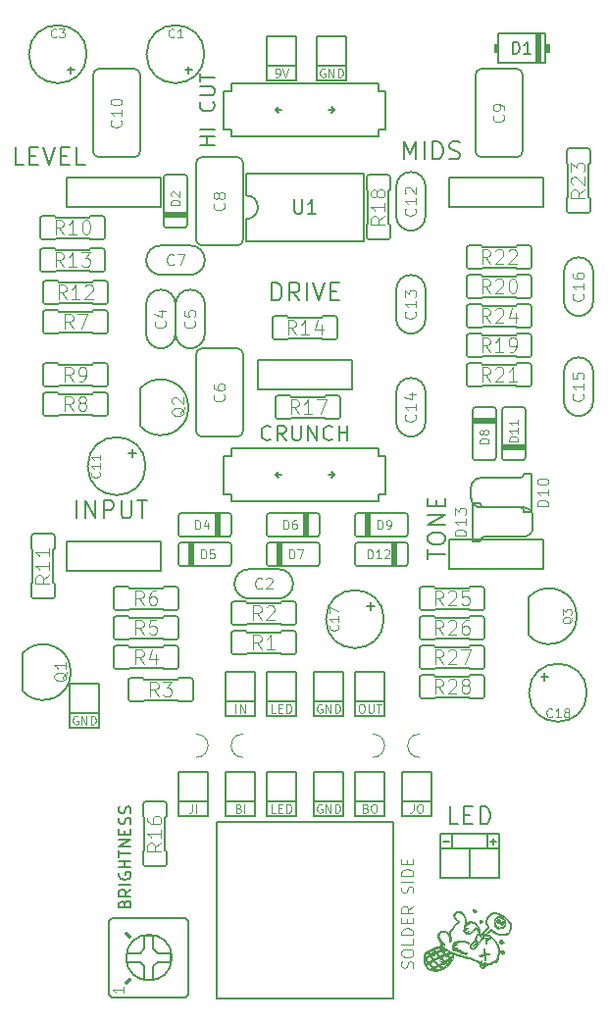
<source format=gbr>
G04 #@! TF.GenerationSoftware,KiCad,Pcbnew,(5.1.6-0-10_14)*
G04 #@! TF.CreationDate,2020-10-04T21:53:57+02:00*
G04 #@! TF.ProjectId,ds,64732e6b-6963-4616-945f-706362585858,rev?*
G04 #@! TF.SameCoordinates,Original*
G04 #@! TF.FileFunction,Legend,Top*
G04 #@! TF.FilePolarity,Positive*
%FSLAX46Y46*%
G04 Gerber Fmt 4.6, Leading zero omitted, Abs format (unit mm)*
G04 Created by KiCad (PCBNEW (5.1.6-0-10_14)) date 2020-10-04 21:53:57*
%MOMM*%
%LPD*%
G01*
G04 APERTURE LIST*
%ADD10C,0.100000*%
%ADD11C,0.152400*%
%ADD12C,0.127000*%
%ADD13C,0.010000*%
%ADD14C,0.304800*%
%ADD15C,0.150000*%
%ADD16C,0.032512*%
%ADD17C,0.101600*%
%ADD18C,0.081280*%
%ADD19C,0.097536*%
G04 APERTURE END LIST*
D10*
G36*
X97726500Y-63881000D02*
G01*
X97345500Y-63881000D01*
X97345500Y-64643000D01*
X97726500Y-64643000D01*
X97726500Y-63881000D01*
G37*
G36*
X102171500Y-63881000D02*
G01*
X101790500Y-63881000D01*
X101790500Y-64643000D01*
X102171500Y-64643000D01*
X102171500Y-63881000D01*
G37*
G36*
X101409500Y-62992000D02*
G01*
X100901500Y-62992000D01*
X100901500Y-65532000D01*
X101409500Y-65532000D01*
X101409500Y-62992000D01*
G37*
D11*
X101790500Y-65532000D02*
X101790500Y-62992000D01*
X101790500Y-65532000D02*
X97726500Y-65532000D01*
X97726500Y-62992000D02*
X97726500Y-65532000D01*
X97726500Y-62992000D02*
X101790500Y-62992000D01*
D10*
X75660000Y-123460000D02*
G75*
G03*
X75660000Y-125460000I0J-1000000D01*
G01*
X71660000Y-125460000D02*
G75*
G03*
X71660000Y-123460000I0J1000000D01*
G01*
X90900000Y-123460000D02*
G75*
G03*
X90900000Y-125460000I0J-1000000D01*
G01*
X86900000Y-125460000D02*
G75*
G03*
X86900000Y-123460000I0J1000000D01*
G01*
D12*
X92710000Y-133350000D02*
X93726000Y-133350000D01*
X93726000Y-133350000D02*
X95250000Y-133350000D01*
X95250000Y-133350000D02*
X96774000Y-133350000D01*
X96774000Y-133350000D02*
X97790000Y-133350000D01*
X97790000Y-133350000D02*
X97790000Y-135890000D01*
X97790000Y-135890000D02*
X95250000Y-135890000D01*
X92710000Y-135890000D02*
X92710000Y-133350000D01*
X95250000Y-133350000D02*
X95250000Y-135890000D01*
X92710000Y-135890000D02*
X95250000Y-135890000D01*
X92710000Y-133350000D02*
X92710000Y-132842000D01*
X92710000Y-132842000D02*
X92710000Y-132588000D01*
X92710000Y-132588000D02*
X92710000Y-132461000D01*
X92710000Y-132461000D02*
X92710000Y-132080000D01*
X92710000Y-132080000D02*
X93726000Y-132080000D01*
X93726000Y-132080000D02*
X96774000Y-132080000D01*
X96774000Y-132080000D02*
X97790000Y-132080000D01*
X97790000Y-132080000D02*
X97790000Y-133350000D01*
X97282000Y-132969000D02*
X97282000Y-132461000D01*
X97536000Y-132715000D02*
X97028000Y-132715000D01*
X93472000Y-132715000D02*
X92964000Y-132715000D01*
X96774000Y-133350000D02*
X96774000Y-132080000D01*
X93726000Y-133350000D02*
X93726000Y-132080000D01*
D13*
G36*
X94506068Y-138779163D02*
G01*
X94681616Y-138912036D01*
X94807256Y-139133089D01*
X94871331Y-139371555D01*
X94907625Y-139527601D01*
X94950330Y-139653781D01*
X94958021Y-139670023D01*
X95001584Y-139735994D01*
X95037761Y-139712647D01*
X95055458Y-139682723D01*
X95147364Y-139616791D01*
X95279555Y-139598399D01*
X95560452Y-139644186D01*
X95794735Y-139774878D01*
X95972058Y-139980471D01*
X96082072Y-140250962D01*
X96107718Y-140398920D01*
X96134723Y-140575559D01*
X96172924Y-140671322D01*
X96228858Y-140706595D01*
X96310357Y-140681380D01*
X96384557Y-140565459D01*
X96394132Y-140543323D01*
X96487142Y-140397225D01*
X96610706Y-140290014D01*
X96618552Y-140285775D01*
X96753887Y-140201436D01*
X96797601Y-140120915D01*
X96755427Y-140018968D01*
X96696398Y-139943070D01*
X96601931Y-139780968D01*
X96589431Y-139605928D01*
X96660611Y-139403967D01*
X96787325Y-139201892D01*
X96944077Y-139009973D01*
X97092421Y-138899051D01*
X97260047Y-138855151D01*
X97459800Y-138862491D01*
X97711619Y-138913740D01*
X97946498Y-139012807D01*
X98187864Y-139172453D01*
X98459143Y-139405443D01*
X98463100Y-139409132D01*
X98624070Y-139561521D01*
X98724637Y-139669240D01*
X98779006Y-139756584D01*
X98801381Y-139847846D01*
X98805967Y-139967322D01*
X98806000Y-139995596D01*
X98770180Y-140308230D01*
X98665261Y-140558646D01*
X98553535Y-140690600D01*
X98463248Y-140749438D01*
X98340472Y-140780329D01*
X98154445Y-140790045D01*
X98102023Y-140790014D01*
X97798882Y-140760660D01*
X97512251Y-140669332D01*
X97208561Y-140504861D01*
X97169433Y-140479715D01*
X97069908Y-140422102D01*
X97007716Y-140423082D01*
X96940833Y-140479020D01*
X96824450Y-140580959D01*
X96750247Y-140636835D01*
X96695120Y-140682374D01*
X96703998Y-140718019D01*
X96789622Y-140762877D01*
X96851847Y-140789190D01*
X97052251Y-140906944D01*
X97267181Y-141088288D01*
X97468587Y-141304562D01*
X97628420Y-141527107D01*
X97690137Y-141645698D01*
X97739779Y-141772999D01*
X97768761Y-141891176D01*
X97779816Y-142029210D01*
X97775674Y-142216083D01*
X97763205Y-142420952D01*
X97744896Y-142657932D01*
X97726397Y-142809151D01*
X97704049Y-142890390D01*
X97674195Y-142917426D01*
X97649026Y-142913408D01*
X97594739Y-142911036D01*
X97596167Y-142980711D01*
X97600327Y-142997444D01*
X97608842Y-143078758D01*
X97563057Y-143085571D01*
X97552037Y-143081636D01*
X97497371Y-143079663D01*
X97505698Y-143134546D01*
X97510671Y-143192752D01*
X97444066Y-143192781D01*
X97427371Y-143188642D01*
X97303174Y-143190444D01*
X97177949Y-143231867D01*
X97031742Y-143288715D01*
X96858421Y-143332475D01*
X96837992Y-143335982D01*
X96671959Y-143387954D01*
X96563770Y-143493714D01*
X96550387Y-143515235D01*
X96446479Y-143632666D01*
X96323703Y-143653545D01*
X96170687Y-143579806D01*
X96170638Y-143579772D01*
X96083905Y-143485567D01*
X96079389Y-143363552D01*
X96084560Y-143285513D01*
X96051003Y-143222226D01*
X95960450Y-143153257D01*
X95817753Y-143070888D01*
X95603106Y-142971053D01*
X95362840Y-142886179D01*
X95224600Y-142850791D01*
X95025818Y-142805752D01*
X94764161Y-142739234D01*
X94473614Y-142660428D01*
X94188162Y-142578526D01*
X93964298Y-142509953D01*
X93884324Y-142515974D01*
X93840899Y-142601030D01*
X93784664Y-142751727D01*
X93690289Y-142946692D01*
X93578210Y-143148435D01*
X93468863Y-143319468D01*
X93404893Y-143400840D01*
X93278658Y-143502837D01*
X93089191Y-143617735D01*
X92870384Y-143728613D01*
X92656130Y-143818549D01*
X92480321Y-143870624D01*
X92456000Y-143874587D01*
X92297955Y-143881551D01*
X92101209Y-143872000D01*
X92010949Y-143862048D01*
X91832250Y-143825945D01*
X91677970Y-143774880D01*
X91623129Y-143746763D01*
X91602658Y-143726082D01*
X92009723Y-143726082D01*
X92051799Y-143753768D01*
X92075000Y-143764000D01*
X92170938Y-143803333D01*
X92196467Y-143802111D01*
X92176600Y-143764000D01*
X92104384Y-143721325D01*
X92059301Y-143716770D01*
X92009723Y-143726082D01*
X91602658Y-143726082D01*
X91488687Y-143610945D01*
X91394493Y-143447316D01*
X91522953Y-143447316D01*
X91568939Y-143543209D01*
X91595826Y-143579018D01*
X91704459Y-143686424D01*
X91805295Y-143705731D01*
X91891008Y-143667301D01*
X91892329Y-143665672D01*
X92242145Y-143665672D01*
X92260158Y-143696666D01*
X92354764Y-143745889D01*
X92498045Y-143761501D01*
X92642241Y-143741866D01*
X92710000Y-143712048D01*
X92751244Y-143667289D01*
X92719767Y-143613554D01*
X92662429Y-143565764D01*
X92571115Y-143505673D01*
X92492280Y-143500492D01*
X92375998Y-143547446D01*
X92371467Y-143549604D01*
X92264591Y-143612270D01*
X92242145Y-143665672D01*
X91892329Y-143665672D01*
X91931124Y-143617853D01*
X91910193Y-143543031D01*
X91821564Y-143423100D01*
X91800223Y-143397900D01*
X91691719Y-143315560D01*
X91591507Y-143333908D01*
X91547560Y-143375818D01*
X91522953Y-143447316D01*
X91394493Y-143447316D01*
X91370607Y-143405823D01*
X91282805Y-143163667D01*
X91256414Y-143014234D01*
X91343706Y-143014234D01*
X91360098Y-143127136D01*
X91388906Y-143243289D01*
X91428075Y-143278229D01*
X91494779Y-143253870D01*
X91523006Y-143235981D01*
X91834279Y-143235981D01*
X91886943Y-143353224D01*
X91927405Y-143404846D01*
X92018020Y-143500738D01*
X92082568Y-143547906D01*
X92094008Y-143548600D01*
X92158190Y-143516056D01*
X92265500Y-143462115D01*
X92360921Y-143405626D01*
X92686314Y-143405626D01*
X92704557Y-143459650D01*
X92789831Y-143524315D01*
X92797030Y-143528172D01*
X92960475Y-143566762D01*
X93106300Y-143516539D01*
X93175199Y-143443501D01*
X93187938Y-143345620D01*
X93124953Y-143257226D01*
X93083854Y-143234887D01*
X92988749Y-143238530D01*
X92858882Y-143284221D01*
X92740161Y-143352243D01*
X92686314Y-143405626D01*
X92360921Y-143405626D01*
X92362940Y-143404431D01*
X92403716Y-143362669D01*
X92403710Y-143362145D01*
X92371582Y-143309661D01*
X92292377Y-143212527D01*
X92250714Y-143165631D01*
X92143653Y-143062445D01*
X92065443Y-143031170D01*
X92006726Y-143048558D01*
X91872718Y-143141114D01*
X91834279Y-143235981D01*
X91523006Y-143235981D01*
X91557862Y-143213892D01*
X91564547Y-143168785D01*
X91513544Y-143084926D01*
X91486841Y-143047240D01*
X91399776Y-142943036D01*
X91352360Y-142931848D01*
X91343706Y-143014234D01*
X91256414Y-143014234D01*
X91239195Y-142916742D01*
X91236799Y-142850929D01*
X91241213Y-142808696D01*
X91440128Y-142808696D01*
X91546895Y-142958637D01*
X91624749Y-143052550D01*
X91680348Y-143092581D01*
X91686531Y-143091759D01*
X91751558Y-143058920D01*
X91859100Y-143004915D01*
X91894089Y-142985065D01*
X92231272Y-142985065D01*
X92285904Y-143056961D01*
X92358944Y-143133688D01*
X92471057Y-143245890D01*
X92543241Y-143294032D01*
X92606785Y-143286510D01*
X92692982Y-143231723D01*
X92701643Y-143225655D01*
X92779549Y-143163038D01*
X92779107Y-143151256D01*
X93222375Y-143151256D01*
X93274435Y-143241278D01*
X93277681Y-143244561D01*
X93330971Y-143263414D01*
X93398183Y-143208199D01*
X93455481Y-143130416D01*
X93529200Y-143015927D01*
X93570438Y-142940229D01*
X93573600Y-142929317D01*
X93533454Y-142931248D01*
X93433383Y-142969525D01*
X93395800Y-142986830D01*
X93261175Y-143070049D01*
X93222375Y-143151256D01*
X92779107Y-143151256D01*
X92777844Y-143117652D01*
X92725647Y-143070452D01*
X92668536Y-143021505D01*
X92691356Y-143025177D01*
X92752450Y-143054113D01*
X92862454Y-143091865D01*
X92898327Y-143067755D01*
X92859447Y-142990061D01*
X92765103Y-142886071D01*
X92647732Y-142788432D01*
X92582422Y-142773144D01*
X92572974Y-142786100D01*
X92507893Y-142843616D01*
X92473827Y-142849600D01*
X92369757Y-142872649D01*
X92294839Y-142905088D01*
X92236617Y-142942882D01*
X92231272Y-142985065D01*
X91894089Y-142985065D01*
X91959768Y-142947804D01*
X91987041Y-142894516D01*
X91943615Y-142814207D01*
X91882493Y-142737468D01*
X91769841Y-142599936D01*
X91604984Y-142704316D01*
X91440128Y-142808696D01*
X91241213Y-142808696D01*
X91259832Y-142630578D01*
X91338400Y-142630578D01*
X91349676Y-142685478D01*
X91397449Y-142685447D01*
X91502635Y-142628355D01*
X91530687Y-142610975D01*
X91589063Y-142574573D01*
X91891438Y-142574573D01*
X91999097Y-142711440D01*
X92074143Y-142797317D01*
X92139854Y-142821358D01*
X92239685Y-142792433D01*
X92291469Y-142771129D01*
X92414640Y-142716665D01*
X92437778Y-142704731D01*
X92766726Y-142704731D01*
X92899160Y-142853365D01*
X92986106Y-142947653D01*
X93039075Y-142998903D01*
X93044442Y-143002000D01*
X93095998Y-142986494D01*
X93137353Y-142971276D01*
X93192257Y-142923766D01*
X93189669Y-142895658D01*
X93199846Y-142868937D01*
X93228061Y-142875048D01*
X93325079Y-142871548D01*
X93369068Y-142851742D01*
X93409558Y-142807626D01*
X93384718Y-142746069D01*
X93326455Y-142679097D01*
X93248825Y-142604537D01*
X93179856Y-142579881D01*
X93079440Y-142599242D01*
X92987849Y-142629387D01*
X92766726Y-142704731D01*
X92437778Y-142704731D01*
X92490735Y-142677418D01*
X92498371Y-142671761D01*
X92489774Y-142618718D01*
X92439141Y-142525307D01*
X92344263Y-142433123D01*
X92255031Y-142427897D01*
X92186611Y-142469658D01*
X92185020Y-142507624D01*
X92184643Y-142536488D01*
X92163740Y-142527150D01*
X92077370Y-142516631D01*
X92000610Y-142534188D01*
X91891438Y-142574573D01*
X91589063Y-142574573D01*
X91629900Y-142549108D01*
X91681736Y-142517094D01*
X91682495Y-142516646D01*
X91683023Y-142469475D01*
X91646245Y-142395053D01*
X91599492Y-142344517D01*
X91588943Y-142341600D01*
X91517815Y-142379543D01*
X91430419Y-142467772D01*
X91360054Y-142567878D01*
X91338400Y-142630578D01*
X91259832Y-142630578D01*
X91261286Y-142616669D01*
X91341073Y-142418480D01*
X91485652Y-142247595D01*
X91490355Y-142244321D01*
X91701924Y-142244321D01*
X91729225Y-142312517D01*
X91742471Y-142337249D01*
X91782318Y-142408921D01*
X91821120Y-142434915D01*
X91891306Y-142418580D01*
X92019158Y-142365832D01*
X92087979Y-142332320D01*
X92469929Y-142332320D01*
X92485813Y-142387200D01*
X92539907Y-142463529D01*
X92604842Y-142551730D01*
X92653072Y-142584706D01*
X92723393Y-142570050D01*
X92794205Y-142540519D01*
X93358566Y-142540519D01*
X93410132Y-142602569D01*
X93522305Y-142684025D01*
X93623217Y-142676196D01*
X93653505Y-142658322D01*
X93730021Y-142565609D01*
X93738535Y-142463300D01*
X93686708Y-142397830D01*
X93575116Y-142383345D01*
X93461851Y-142431875D01*
X93370522Y-142493080D01*
X93358566Y-142540519D01*
X92794205Y-142540519D01*
X92838631Y-142521992D01*
X92969680Y-142454084D01*
X93007237Y-142388558D01*
X92957327Y-142307326D01*
X92921588Y-142272991D01*
X92839816Y-142220255D01*
X92742962Y-142221409D01*
X92654888Y-142247259D01*
X92521673Y-142294354D01*
X92469929Y-142332320D01*
X92087979Y-142332320D01*
X92135654Y-142309105D01*
X92173306Y-142257875D01*
X92150575Y-142188032D01*
X92063299Y-142101601D01*
X91934809Y-142101955D01*
X91830360Y-142145281D01*
X91730022Y-142200837D01*
X91701924Y-142244321D01*
X91490355Y-142244321D01*
X91704513Y-142095245D01*
X91816866Y-142042311D01*
X92211535Y-142042311D01*
X92263406Y-142136506D01*
X92331789Y-142199516D01*
X92377706Y-142193621D01*
X92409796Y-142178165D01*
X92990474Y-142178165D01*
X93055502Y-142254630D01*
X93071517Y-142271699D01*
X93169867Y-142348871D01*
X93252675Y-142370066D01*
X93257816Y-142368497D01*
X93351778Y-142343594D01*
X93374554Y-142341600D01*
X93418910Y-142317105D01*
X93383521Y-142252600D01*
X93291622Y-142173388D01*
X93148375Y-142109965D01*
X93060274Y-142114690D01*
X92992772Y-142141394D01*
X92990474Y-142178165D01*
X92409796Y-142178165D01*
X92462630Y-142152718D01*
X92582938Y-142115864D01*
X92682062Y-142086209D01*
X92693535Y-142054844D01*
X92647228Y-142014937D01*
X92592179Y-141948096D01*
X92596489Y-141909383D01*
X92589491Y-141889963D01*
X92540180Y-141901922D01*
X92414206Y-141941787D01*
X92324280Y-141966323D01*
X92227451Y-141997169D01*
X92211535Y-142042311D01*
X91816866Y-142042311D01*
X92007147Y-141952663D01*
X92243820Y-141866666D01*
X92721532Y-141866666D01*
X92754205Y-141938389D01*
X92768375Y-141955325D01*
X92850692Y-142027067D01*
X92913235Y-142017886D01*
X92929810Y-142003256D01*
X92919669Y-141953569D01*
X92858791Y-141896474D01*
X92761997Y-141849046D01*
X92721532Y-141866666D01*
X92243820Y-141866666D01*
X92340073Y-141831692D01*
X92530933Y-141764165D01*
X92645908Y-141708377D01*
X92707168Y-141649465D01*
X92736884Y-141572569D01*
X92738722Y-141564472D01*
X92737754Y-141417962D01*
X92667533Y-141308742D01*
X92530651Y-141108363D01*
X92479027Y-140908535D01*
X92485850Y-140852373D01*
X92557600Y-140852373D01*
X92594139Y-140988591D01*
X92694952Y-141168679D01*
X92846829Y-141370789D01*
X92923978Y-141458409D01*
X93024468Y-141575042D01*
X93080538Y-141655690D01*
X93082229Y-141681200D01*
X93007749Y-141649152D01*
X92978586Y-141624666D01*
X92898218Y-141596172D01*
X92827517Y-141633933D01*
X92811599Y-141682305D01*
X92853482Y-141738525D01*
X92966698Y-141829828D01*
X93132598Y-141944118D01*
X93332531Y-142069299D01*
X93547848Y-142193277D01*
X93759900Y-142303955D01*
X93799757Y-142323184D01*
X94000032Y-142405491D01*
X94264490Y-142496289D01*
X94557684Y-142584167D01*
X94825464Y-142653364D01*
X95171423Y-142743863D01*
X95485928Y-142843788D01*
X95739658Y-142943488D01*
X95810854Y-142977660D01*
X95983477Y-143063791D01*
X96089314Y-143105693D01*
X96150535Y-143108226D01*
X96189309Y-143076249D01*
X96198596Y-143062655D01*
X96257109Y-142997709D01*
X96286442Y-143012859D01*
X96282257Y-143089687D01*
X96240218Y-143209774D01*
X96235570Y-143219693D01*
X96187465Y-143355738D01*
X96177092Y-143464437D01*
X96180998Y-143479982D01*
X96250867Y-143548522D01*
X96353863Y-143551658D01*
X96447609Y-143491970D01*
X96467412Y-143462539D01*
X96508205Y-143336266D01*
X96521615Y-143221239D01*
X96527736Y-143126667D01*
X96552825Y-143121904D01*
X96590715Y-143167100D01*
X96709266Y-143243743D01*
X96883269Y-143238868D01*
X97105669Y-143153650D01*
X97243352Y-143096588D01*
X97351192Y-143074607D01*
X97376067Y-143078026D01*
X97423288Y-143073552D01*
X97414080Y-143022320D01*
X97409827Y-142963538D01*
X97458278Y-142968986D01*
X97514968Y-142964490D01*
X97522354Y-142885742D01*
X97534532Y-142802683D01*
X97568216Y-142784138D01*
X97605847Y-142742543D01*
X97645401Y-142614908D01*
X97681397Y-142421289D01*
X97706324Y-142077425D01*
X97662745Y-141788176D01*
X97542744Y-141526602D01*
X97343429Y-141271210D01*
X97102764Y-141009476D01*
X96925682Y-141108042D01*
X96801994Y-141195882D01*
X96746218Y-141302531D01*
X96732833Y-141393104D01*
X96709527Y-141514113D01*
X96671871Y-141577064D01*
X96662726Y-141579600D01*
X96631397Y-141532838D01*
X96629314Y-141401057D01*
X96633824Y-141353914D01*
X96640863Y-141198938D01*
X96614116Y-141119078D01*
X96585476Y-141099914D01*
X96483201Y-141073849D01*
X96392517Y-141090204D01*
X96297960Y-141160458D01*
X96184068Y-141296091D01*
X96035728Y-141508064D01*
X95863927Y-141750996D01*
X95726393Y-141911539D01*
X95611386Y-141997891D01*
X95507167Y-142018250D01*
X95401996Y-141980815D01*
X95379080Y-141966634D01*
X95269656Y-141849046D01*
X95259151Y-141734214D01*
X95363194Y-141734214D01*
X95368181Y-141844184D01*
X95410655Y-141891291D01*
X95509447Y-141923851D01*
X95612037Y-141884276D01*
X95734245Y-141764177D01*
X95795647Y-141687155D01*
X95899889Y-141533842D01*
X95932398Y-141450603D01*
X95899756Y-141442784D01*
X95808540Y-141515734D01*
X95712052Y-141619230D01*
X95604936Y-141731207D01*
X95522413Y-141795919D01*
X95489509Y-141802176D01*
X95501113Y-141748902D01*
X95567759Y-141648757D01*
X95635862Y-141567528D01*
X95747422Y-141429846D01*
X95783561Y-141353205D01*
X95747650Y-141342801D01*
X95643061Y-141403833D01*
X95567269Y-141461791D01*
X95431925Y-141600255D01*
X95363194Y-141734214D01*
X95259151Y-141734214D01*
X95256651Y-141706894D01*
X95339494Y-141545869D01*
X95431417Y-141445898D01*
X95546787Y-141346108D01*
X95636487Y-141284451D01*
X95663440Y-141274800D01*
X95691333Y-141235311D01*
X95682732Y-141176136D01*
X95687264Y-141123557D01*
X95741377Y-141123557D01*
X95860143Y-141249978D01*
X95967016Y-141349360D01*
X96033935Y-141366975D01*
X96077895Y-141305194D01*
X96086073Y-141281499D01*
X96146270Y-141175297D01*
X96220177Y-141092495D01*
X96284591Y-141027905D01*
X96278770Y-140989524D01*
X96191461Y-140950393D01*
X96155380Y-140937260D01*
X96067871Y-140897602D01*
X96058331Y-140874325D01*
X96072192Y-140872264D01*
X96183931Y-140886950D01*
X96288092Y-140917942D01*
X96388224Y-140941196D01*
X96412877Y-140923658D01*
X96479696Y-140923658D01*
X96536639Y-140993866D01*
X96564952Y-141016230D01*
X96661659Y-141075126D01*
X96747836Y-141071984D01*
X96832186Y-141034900D01*
X96924307Y-140973092D01*
X96952172Y-140920605D01*
X96950551Y-140917180D01*
X96873052Y-140868158D01*
X96742317Y-140838424D01*
X96605647Y-140833521D01*
X96510341Y-140858994D01*
X96503505Y-140864777D01*
X96479696Y-140923658D01*
X96412877Y-140923658D01*
X96418400Y-140919729D01*
X96373353Y-140853164D01*
X96261033Y-140797539D01*
X96115670Y-140768219D01*
X96077691Y-140766800D01*
X95964859Y-140790041D01*
X95878331Y-140876190D01*
X95837440Y-140945178D01*
X95741377Y-141123557D01*
X95687264Y-141123557D01*
X95691307Y-141076672D01*
X95746313Y-140937552D01*
X95827613Y-140795881D01*
X95887428Y-140722621D01*
X96411912Y-140722621D01*
X96415960Y-140788258D01*
X96473113Y-140771313D01*
X96574464Y-140669398D01*
X96670295Y-140569877D01*
X96747013Y-140515964D01*
X96760762Y-140512800D01*
X96826345Y-140475338D01*
X96909729Y-140384479D01*
X96914808Y-140377605D01*
X97013291Y-140242410D01*
X97187190Y-140375049D01*
X97455598Y-140543214D01*
X97739132Y-140657922D01*
X98016907Y-140715426D01*
X98268033Y-140711982D01*
X98471626Y-140643843D01*
X98516329Y-140613403D01*
X98611434Y-140490340D01*
X98688905Y-140304844D01*
X98737743Y-140095864D01*
X98746954Y-139902350D01*
X98736225Y-139834514D01*
X98675565Y-139729163D01*
X98549244Y-139589538D01*
X98378810Y-139433490D01*
X98185810Y-139278872D01*
X97991793Y-139143535D01*
X97818306Y-139045331D01*
X97749244Y-139016826D01*
X97499530Y-138954936D01*
X97269613Y-138939899D01*
X97108261Y-138968870D01*
X97017062Y-139040742D01*
X96909828Y-139176685D01*
X96805900Y-139345527D01*
X96724621Y-139516098D01*
X96686317Y-139648898D01*
X96687006Y-139798483D01*
X96748516Y-139904367D01*
X96768976Y-139924054D01*
X96864478Y-140058893D01*
X96865934Y-140190511D01*
X96775967Y-140298886D01*
X96715655Y-140330956D01*
X96564601Y-140440445D01*
X96467393Y-140579776D01*
X96411912Y-140722621D01*
X95887428Y-140722621D01*
X95915074Y-140688761D01*
X95965337Y-140655354D01*
X95993579Y-140612335D01*
X95960452Y-140511026D01*
X95942875Y-140475683D01*
X95853835Y-140331323D01*
X95772885Y-140281758D01*
X95680289Y-140324066D01*
X95584140Y-140422587D01*
X95378387Y-140615127D01*
X95180526Y-140707029D01*
X94988566Y-140698775D01*
X94820354Y-140607018D01*
X94728008Y-140517037D01*
X94719974Y-140487268D01*
X94808799Y-140487268D01*
X94830742Y-140520262D01*
X94896319Y-140551495D01*
X94978488Y-140503150D01*
X94986099Y-140496359D01*
X95086367Y-140430486D01*
X95152400Y-140412329D01*
X95172317Y-140437163D01*
X95109809Y-140503054D01*
X95097600Y-140512800D01*
X94970600Y-140612140D01*
X95119931Y-140613270D01*
X95223201Y-140594196D01*
X95334276Y-140525374D01*
X95475559Y-140391826D01*
X95517176Y-140347700D01*
X95765090Y-140081000D01*
X96022016Y-140385800D01*
X95988974Y-140239465D01*
X95885992Y-140002450D01*
X95703560Y-139823642D01*
X95623322Y-139777880D01*
X95473998Y-139723069D01*
X95337370Y-139701849D01*
X95240890Y-139715179D01*
X95211900Y-139763500D01*
X95181219Y-139809979D01*
X95110300Y-139814898D01*
X95016159Y-139832299D01*
X94996000Y-139878398D01*
X94971037Y-139945655D01*
X94950169Y-139954000D01*
X94903565Y-139996721D01*
X94853417Y-140100193D01*
X94851095Y-140106733D01*
X94820327Y-140210536D01*
X94841834Y-140243747D01*
X94932296Y-140230939D01*
X94935026Y-140230360D01*
X95072200Y-140201253D01*
X94920843Y-140330129D01*
X94826469Y-140423721D01*
X94808799Y-140487268D01*
X94719974Y-140487268D01*
X94701830Y-140420049D01*
X94713841Y-140314918D01*
X94736841Y-140157280D01*
X94749083Y-140023843D01*
X94749311Y-140017500D01*
X94768556Y-139928182D01*
X94796579Y-139903200D01*
X94819908Y-139865748D01*
X94811170Y-139827000D01*
X94814233Y-139761802D01*
X94839952Y-139750800D01*
X94872442Y-139724126D01*
X94845387Y-139652539D01*
X94802572Y-139520843D01*
X94792800Y-139431520D01*
X94756548Y-139211111D01*
X94659668Y-139030955D01*
X94519973Y-138903212D01*
X94355275Y-138840043D01*
X94183388Y-138853607D01*
X94053729Y-138926990D01*
X93948736Y-139035437D01*
X93921391Y-139135519D01*
X93974065Y-139248909D01*
X94104702Y-139392945D01*
X94322792Y-139606984D01*
X94196273Y-139742392D01*
X94073855Y-139882712D01*
X93930055Y-140061074D01*
X93786096Y-140249591D01*
X93663201Y-140420378D01*
X93582595Y-140545548D01*
X93576439Y-140556806D01*
X93540534Y-140662863D01*
X93548519Y-140790842D01*
X93574676Y-140897644D01*
X93605559Y-141069299D01*
X93604914Y-141225168D01*
X93575682Y-141336913D01*
X93525025Y-141376400D01*
X93501079Y-141332772D01*
X93503173Y-141225712D01*
X93506154Y-141205294D01*
X93500614Y-141002476D01*
X93427956Y-140820128D01*
X93305932Y-140670014D01*
X93152297Y-140563894D01*
X92984805Y-140513530D01*
X92821210Y-140530684D01*
X92679265Y-140627117D01*
X92662887Y-140646650D01*
X92589921Y-140759589D01*
X92557682Y-140849420D01*
X92557600Y-140852373D01*
X92485850Y-140852373D01*
X92501415Y-140724267D01*
X92586567Y-140570565D01*
X92723237Y-140462437D01*
X92900178Y-140414889D01*
X93106145Y-140442929D01*
X93261829Y-140515727D01*
X93371578Y-140577911D01*
X93435875Y-140605330D01*
X93441742Y-140604437D01*
X93600837Y-140356293D01*
X93799502Y-140079325D01*
X93959834Y-139874067D01*
X94199934Y-139579290D01*
X94013767Y-139418361D01*
X93870642Y-139254502D01*
X93828624Y-139096528D01*
X93887524Y-138942424D01*
X93962017Y-138859374D01*
X94142580Y-138753730D01*
X94280914Y-138734799D01*
X94506068Y-138779163D01*
G37*
X94506068Y-138779163D02*
X94681616Y-138912036D01*
X94807256Y-139133089D01*
X94871331Y-139371555D01*
X94907625Y-139527601D01*
X94950330Y-139653781D01*
X94958021Y-139670023D01*
X95001584Y-139735994D01*
X95037761Y-139712647D01*
X95055458Y-139682723D01*
X95147364Y-139616791D01*
X95279555Y-139598399D01*
X95560452Y-139644186D01*
X95794735Y-139774878D01*
X95972058Y-139980471D01*
X96082072Y-140250962D01*
X96107718Y-140398920D01*
X96134723Y-140575559D01*
X96172924Y-140671322D01*
X96228858Y-140706595D01*
X96310357Y-140681380D01*
X96384557Y-140565459D01*
X96394132Y-140543323D01*
X96487142Y-140397225D01*
X96610706Y-140290014D01*
X96618552Y-140285775D01*
X96753887Y-140201436D01*
X96797601Y-140120915D01*
X96755427Y-140018968D01*
X96696398Y-139943070D01*
X96601931Y-139780968D01*
X96589431Y-139605928D01*
X96660611Y-139403967D01*
X96787325Y-139201892D01*
X96944077Y-139009973D01*
X97092421Y-138899051D01*
X97260047Y-138855151D01*
X97459800Y-138862491D01*
X97711619Y-138913740D01*
X97946498Y-139012807D01*
X98187864Y-139172453D01*
X98459143Y-139405443D01*
X98463100Y-139409132D01*
X98624070Y-139561521D01*
X98724637Y-139669240D01*
X98779006Y-139756584D01*
X98801381Y-139847846D01*
X98805967Y-139967322D01*
X98806000Y-139995596D01*
X98770180Y-140308230D01*
X98665261Y-140558646D01*
X98553535Y-140690600D01*
X98463248Y-140749438D01*
X98340472Y-140780329D01*
X98154445Y-140790045D01*
X98102023Y-140790014D01*
X97798882Y-140760660D01*
X97512251Y-140669332D01*
X97208561Y-140504861D01*
X97169433Y-140479715D01*
X97069908Y-140422102D01*
X97007716Y-140423082D01*
X96940833Y-140479020D01*
X96824450Y-140580959D01*
X96750247Y-140636835D01*
X96695120Y-140682374D01*
X96703998Y-140718019D01*
X96789622Y-140762877D01*
X96851847Y-140789190D01*
X97052251Y-140906944D01*
X97267181Y-141088288D01*
X97468587Y-141304562D01*
X97628420Y-141527107D01*
X97690137Y-141645698D01*
X97739779Y-141772999D01*
X97768761Y-141891176D01*
X97779816Y-142029210D01*
X97775674Y-142216083D01*
X97763205Y-142420952D01*
X97744896Y-142657932D01*
X97726397Y-142809151D01*
X97704049Y-142890390D01*
X97674195Y-142917426D01*
X97649026Y-142913408D01*
X97594739Y-142911036D01*
X97596167Y-142980711D01*
X97600327Y-142997444D01*
X97608842Y-143078758D01*
X97563057Y-143085571D01*
X97552037Y-143081636D01*
X97497371Y-143079663D01*
X97505698Y-143134546D01*
X97510671Y-143192752D01*
X97444066Y-143192781D01*
X97427371Y-143188642D01*
X97303174Y-143190444D01*
X97177949Y-143231867D01*
X97031742Y-143288715D01*
X96858421Y-143332475D01*
X96837992Y-143335982D01*
X96671959Y-143387954D01*
X96563770Y-143493714D01*
X96550387Y-143515235D01*
X96446479Y-143632666D01*
X96323703Y-143653545D01*
X96170687Y-143579806D01*
X96170638Y-143579772D01*
X96083905Y-143485567D01*
X96079389Y-143363552D01*
X96084560Y-143285513D01*
X96051003Y-143222226D01*
X95960450Y-143153257D01*
X95817753Y-143070888D01*
X95603106Y-142971053D01*
X95362840Y-142886179D01*
X95224600Y-142850791D01*
X95025818Y-142805752D01*
X94764161Y-142739234D01*
X94473614Y-142660428D01*
X94188162Y-142578526D01*
X93964298Y-142509953D01*
X93884324Y-142515974D01*
X93840899Y-142601030D01*
X93784664Y-142751727D01*
X93690289Y-142946692D01*
X93578210Y-143148435D01*
X93468863Y-143319468D01*
X93404893Y-143400840D01*
X93278658Y-143502837D01*
X93089191Y-143617735D01*
X92870384Y-143728613D01*
X92656130Y-143818549D01*
X92480321Y-143870624D01*
X92456000Y-143874587D01*
X92297955Y-143881551D01*
X92101209Y-143872000D01*
X92010949Y-143862048D01*
X91832250Y-143825945D01*
X91677970Y-143774880D01*
X91623129Y-143746763D01*
X91602658Y-143726082D01*
X92009723Y-143726082D01*
X92051799Y-143753768D01*
X92075000Y-143764000D01*
X92170938Y-143803333D01*
X92196467Y-143802111D01*
X92176600Y-143764000D01*
X92104384Y-143721325D01*
X92059301Y-143716770D01*
X92009723Y-143726082D01*
X91602658Y-143726082D01*
X91488687Y-143610945D01*
X91394493Y-143447316D01*
X91522953Y-143447316D01*
X91568939Y-143543209D01*
X91595826Y-143579018D01*
X91704459Y-143686424D01*
X91805295Y-143705731D01*
X91891008Y-143667301D01*
X91892329Y-143665672D01*
X92242145Y-143665672D01*
X92260158Y-143696666D01*
X92354764Y-143745889D01*
X92498045Y-143761501D01*
X92642241Y-143741866D01*
X92710000Y-143712048D01*
X92751244Y-143667289D01*
X92719767Y-143613554D01*
X92662429Y-143565764D01*
X92571115Y-143505673D01*
X92492280Y-143500492D01*
X92375998Y-143547446D01*
X92371467Y-143549604D01*
X92264591Y-143612270D01*
X92242145Y-143665672D01*
X91892329Y-143665672D01*
X91931124Y-143617853D01*
X91910193Y-143543031D01*
X91821564Y-143423100D01*
X91800223Y-143397900D01*
X91691719Y-143315560D01*
X91591507Y-143333908D01*
X91547560Y-143375818D01*
X91522953Y-143447316D01*
X91394493Y-143447316D01*
X91370607Y-143405823D01*
X91282805Y-143163667D01*
X91256414Y-143014234D01*
X91343706Y-143014234D01*
X91360098Y-143127136D01*
X91388906Y-143243289D01*
X91428075Y-143278229D01*
X91494779Y-143253870D01*
X91523006Y-143235981D01*
X91834279Y-143235981D01*
X91886943Y-143353224D01*
X91927405Y-143404846D01*
X92018020Y-143500738D01*
X92082568Y-143547906D01*
X92094008Y-143548600D01*
X92158190Y-143516056D01*
X92265500Y-143462115D01*
X92360921Y-143405626D01*
X92686314Y-143405626D01*
X92704557Y-143459650D01*
X92789831Y-143524315D01*
X92797030Y-143528172D01*
X92960475Y-143566762D01*
X93106300Y-143516539D01*
X93175199Y-143443501D01*
X93187938Y-143345620D01*
X93124953Y-143257226D01*
X93083854Y-143234887D01*
X92988749Y-143238530D01*
X92858882Y-143284221D01*
X92740161Y-143352243D01*
X92686314Y-143405626D01*
X92360921Y-143405626D01*
X92362940Y-143404431D01*
X92403716Y-143362669D01*
X92403710Y-143362145D01*
X92371582Y-143309661D01*
X92292377Y-143212527D01*
X92250714Y-143165631D01*
X92143653Y-143062445D01*
X92065443Y-143031170D01*
X92006726Y-143048558D01*
X91872718Y-143141114D01*
X91834279Y-143235981D01*
X91523006Y-143235981D01*
X91557862Y-143213892D01*
X91564547Y-143168785D01*
X91513544Y-143084926D01*
X91486841Y-143047240D01*
X91399776Y-142943036D01*
X91352360Y-142931848D01*
X91343706Y-143014234D01*
X91256414Y-143014234D01*
X91239195Y-142916742D01*
X91236799Y-142850929D01*
X91241213Y-142808696D01*
X91440128Y-142808696D01*
X91546895Y-142958637D01*
X91624749Y-143052550D01*
X91680348Y-143092581D01*
X91686531Y-143091759D01*
X91751558Y-143058920D01*
X91859100Y-143004915D01*
X91894089Y-142985065D01*
X92231272Y-142985065D01*
X92285904Y-143056961D01*
X92358944Y-143133688D01*
X92471057Y-143245890D01*
X92543241Y-143294032D01*
X92606785Y-143286510D01*
X92692982Y-143231723D01*
X92701643Y-143225655D01*
X92779549Y-143163038D01*
X92779107Y-143151256D01*
X93222375Y-143151256D01*
X93274435Y-143241278D01*
X93277681Y-143244561D01*
X93330971Y-143263414D01*
X93398183Y-143208199D01*
X93455481Y-143130416D01*
X93529200Y-143015927D01*
X93570438Y-142940229D01*
X93573600Y-142929317D01*
X93533454Y-142931248D01*
X93433383Y-142969525D01*
X93395800Y-142986830D01*
X93261175Y-143070049D01*
X93222375Y-143151256D01*
X92779107Y-143151256D01*
X92777844Y-143117652D01*
X92725647Y-143070452D01*
X92668536Y-143021505D01*
X92691356Y-143025177D01*
X92752450Y-143054113D01*
X92862454Y-143091865D01*
X92898327Y-143067755D01*
X92859447Y-142990061D01*
X92765103Y-142886071D01*
X92647732Y-142788432D01*
X92582422Y-142773144D01*
X92572974Y-142786100D01*
X92507893Y-142843616D01*
X92473827Y-142849600D01*
X92369757Y-142872649D01*
X92294839Y-142905088D01*
X92236617Y-142942882D01*
X92231272Y-142985065D01*
X91894089Y-142985065D01*
X91959768Y-142947804D01*
X91987041Y-142894516D01*
X91943615Y-142814207D01*
X91882493Y-142737468D01*
X91769841Y-142599936D01*
X91604984Y-142704316D01*
X91440128Y-142808696D01*
X91241213Y-142808696D01*
X91259832Y-142630578D01*
X91338400Y-142630578D01*
X91349676Y-142685478D01*
X91397449Y-142685447D01*
X91502635Y-142628355D01*
X91530687Y-142610975D01*
X91589063Y-142574573D01*
X91891438Y-142574573D01*
X91999097Y-142711440D01*
X92074143Y-142797317D01*
X92139854Y-142821358D01*
X92239685Y-142792433D01*
X92291469Y-142771129D01*
X92414640Y-142716665D01*
X92437778Y-142704731D01*
X92766726Y-142704731D01*
X92899160Y-142853365D01*
X92986106Y-142947653D01*
X93039075Y-142998903D01*
X93044442Y-143002000D01*
X93095998Y-142986494D01*
X93137353Y-142971276D01*
X93192257Y-142923766D01*
X93189669Y-142895658D01*
X93199846Y-142868937D01*
X93228061Y-142875048D01*
X93325079Y-142871548D01*
X93369068Y-142851742D01*
X93409558Y-142807626D01*
X93384718Y-142746069D01*
X93326455Y-142679097D01*
X93248825Y-142604537D01*
X93179856Y-142579881D01*
X93079440Y-142599242D01*
X92987849Y-142629387D01*
X92766726Y-142704731D01*
X92437778Y-142704731D01*
X92490735Y-142677418D01*
X92498371Y-142671761D01*
X92489774Y-142618718D01*
X92439141Y-142525307D01*
X92344263Y-142433123D01*
X92255031Y-142427897D01*
X92186611Y-142469658D01*
X92185020Y-142507624D01*
X92184643Y-142536488D01*
X92163740Y-142527150D01*
X92077370Y-142516631D01*
X92000610Y-142534188D01*
X91891438Y-142574573D01*
X91589063Y-142574573D01*
X91629900Y-142549108D01*
X91681736Y-142517094D01*
X91682495Y-142516646D01*
X91683023Y-142469475D01*
X91646245Y-142395053D01*
X91599492Y-142344517D01*
X91588943Y-142341600D01*
X91517815Y-142379543D01*
X91430419Y-142467772D01*
X91360054Y-142567878D01*
X91338400Y-142630578D01*
X91259832Y-142630578D01*
X91261286Y-142616669D01*
X91341073Y-142418480D01*
X91485652Y-142247595D01*
X91490355Y-142244321D01*
X91701924Y-142244321D01*
X91729225Y-142312517D01*
X91742471Y-142337249D01*
X91782318Y-142408921D01*
X91821120Y-142434915D01*
X91891306Y-142418580D01*
X92019158Y-142365832D01*
X92087979Y-142332320D01*
X92469929Y-142332320D01*
X92485813Y-142387200D01*
X92539907Y-142463529D01*
X92604842Y-142551730D01*
X92653072Y-142584706D01*
X92723393Y-142570050D01*
X92794205Y-142540519D01*
X93358566Y-142540519D01*
X93410132Y-142602569D01*
X93522305Y-142684025D01*
X93623217Y-142676196D01*
X93653505Y-142658322D01*
X93730021Y-142565609D01*
X93738535Y-142463300D01*
X93686708Y-142397830D01*
X93575116Y-142383345D01*
X93461851Y-142431875D01*
X93370522Y-142493080D01*
X93358566Y-142540519D01*
X92794205Y-142540519D01*
X92838631Y-142521992D01*
X92969680Y-142454084D01*
X93007237Y-142388558D01*
X92957327Y-142307326D01*
X92921588Y-142272991D01*
X92839816Y-142220255D01*
X92742962Y-142221409D01*
X92654888Y-142247259D01*
X92521673Y-142294354D01*
X92469929Y-142332320D01*
X92087979Y-142332320D01*
X92135654Y-142309105D01*
X92173306Y-142257875D01*
X92150575Y-142188032D01*
X92063299Y-142101601D01*
X91934809Y-142101955D01*
X91830360Y-142145281D01*
X91730022Y-142200837D01*
X91701924Y-142244321D01*
X91490355Y-142244321D01*
X91704513Y-142095245D01*
X91816866Y-142042311D01*
X92211535Y-142042311D01*
X92263406Y-142136506D01*
X92331789Y-142199516D01*
X92377706Y-142193621D01*
X92409796Y-142178165D01*
X92990474Y-142178165D01*
X93055502Y-142254630D01*
X93071517Y-142271699D01*
X93169867Y-142348871D01*
X93252675Y-142370066D01*
X93257816Y-142368497D01*
X93351778Y-142343594D01*
X93374554Y-142341600D01*
X93418910Y-142317105D01*
X93383521Y-142252600D01*
X93291622Y-142173388D01*
X93148375Y-142109965D01*
X93060274Y-142114690D01*
X92992772Y-142141394D01*
X92990474Y-142178165D01*
X92409796Y-142178165D01*
X92462630Y-142152718D01*
X92582938Y-142115864D01*
X92682062Y-142086209D01*
X92693535Y-142054844D01*
X92647228Y-142014937D01*
X92592179Y-141948096D01*
X92596489Y-141909383D01*
X92589491Y-141889963D01*
X92540180Y-141901922D01*
X92414206Y-141941787D01*
X92324280Y-141966323D01*
X92227451Y-141997169D01*
X92211535Y-142042311D01*
X91816866Y-142042311D01*
X92007147Y-141952663D01*
X92243820Y-141866666D01*
X92721532Y-141866666D01*
X92754205Y-141938389D01*
X92768375Y-141955325D01*
X92850692Y-142027067D01*
X92913235Y-142017886D01*
X92929810Y-142003256D01*
X92919669Y-141953569D01*
X92858791Y-141896474D01*
X92761997Y-141849046D01*
X92721532Y-141866666D01*
X92243820Y-141866666D01*
X92340073Y-141831692D01*
X92530933Y-141764165D01*
X92645908Y-141708377D01*
X92707168Y-141649465D01*
X92736884Y-141572569D01*
X92738722Y-141564472D01*
X92737754Y-141417962D01*
X92667533Y-141308742D01*
X92530651Y-141108363D01*
X92479027Y-140908535D01*
X92485850Y-140852373D01*
X92557600Y-140852373D01*
X92594139Y-140988591D01*
X92694952Y-141168679D01*
X92846829Y-141370789D01*
X92923978Y-141458409D01*
X93024468Y-141575042D01*
X93080538Y-141655690D01*
X93082229Y-141681200D01*
X93007749Y-141649152D01*
X92978586Y-141624666D01*
X92898218Y-141596172D01*
X92827517Y-141633933D01*
X92811599Y-141682305D01*
X92853482Y-141738525D01*
X92966698Y-141829828D01*
X93132598Y-141944118D01*
X93332531Y-142069299D01*
X93547848Y-142193277D01*
X93759900Y-142303955D01*
X93799757Y-142323184D01*
X94000032Y-142405491D01*
X94264490Y-142496289D01*
X94557684Y-142584167D01*
X94825464Y-142653364D01*
X95171423Y-142743863D01*
X95485928Y-142843788D01*
X95739658Y-142943488D01*
X95810854Y-142977660D01*
X95983477Y-143063791D01*
X96089314Y-143105693D01*
X96150535Y-143108226D01*
X96189309Y-143076249D01*
X96198596Y-143062655D01*
X96257109Y-142997709D01*
X96286442Y-143012859D01*
X96282257Y-143089687D01*
X96240218Y-143209774D01*
X96235570Y-143219693D01*
X96187465Y-143355738D01*
X96177092Y-143464437D01*
X96180998Y-143479982D01*
X96250867Y-143548522D01*
X96353863Y-143551658D01*
X96447609Y-143491970D01*
X96467412Y-143462539D01*
X96508205Y-143336266D01*
X96521615Y-143221239D01*
X96527736Y-143126667D01*
X96552825Y-143121904D01*
X96590715Y-143167100D01*
X96709266Y-143243743D01*
X96883269Y-143238868D01*
X97105669Y-143153650D01*
X97243352Y-143096588D01*
X97351192Y-143074607D01*
X97376067Y-143078026D01*
X97423288Y-143073552D01*
X97414080Y-143022320D01*
X97409827Y-142963538D01*
X97458278Y-142968986D01*
X97514968Y-142964490D01*
X97522354Y-142885742D01*
X97534532Y-142802683D01*
X97568216Y-142784138D01*
X97605847Y-142742543D01*
X97645401Y-142614908D01*
X97681397Y-142421289D01*
X97706324Y-142077425D01*
X97662745Y-141788176D01*
X97542744Y-141526602D01*
X97343429Y-141271210D01*
X97102764Y-141009476D01*
X96925682Y-141108042D01*
X96801994Y-141195882D01*
X96746218Y-141302531D01*
X96732833Y-141393104D01*
X96709527Y-141514113D01*
X96671871Y-141577064D01*
X96662726Y-141579600D01*
X96631397Y-141532838D01*
X96629314Y-141401057D01*
X96633824Y-141353914D01*
X96640863Y-141198938D01*
X96614116Y-141119078D01*
X96585476Y-141099914D01*
X96483201Y-141073849D01*
X96392517Y-141090204D01*
X96297960Y-141160458D01*
X96184068Y-141296091D01*
X96035728Y-141508064D01*
X95863927Y-141750996D01*
X95726393Y-141911539D01*
X95611386Y-141997891D01*
X95507167Y-142018250D01*
X95401996Y-141980815D01*
X95379080Y-141966634D01*
X95269656Y-141849046D01*
X95259151Y-141734214D01*
X95363194Y-141734214D01*
X95368181Y-141844184D01*
X95410655Y-141891291D01*
X95509447Y-141923851D01*
X95612037Y-141884276D01*
X95734245Y-141764177D01*
X95795647Y-141687155D01*
X95899889Y-141533842D01*
X95932398Y-141450603D01*
X95899756Y-141442784D01*
X95808540Y-141515734D01*
X95712052Y-141619230D01*
X95604936Y-141731207D01*
X95522413Y-141795919D01*
X95489509Y-141802176D01*
X95501113Y-141748902D01*
X95567759Y-141648757D01*
X95635862Y-141567528D01*
X95747422Y-141429846D01*
X95783561Y-141353205D01*
X95747650Y-141342801D01*
X95643061Y-141403833D01*
X95567269Y-141461791D01*
X95431925Y-141600255D01*
X95363194Y-141734214D01*
X95259151Y-141734214D01*
X95256651Y-141706894D01*
X95339494Y-141545869D01*
X95431417Y-141445898D01*
X95546787Y-141346108D01*
X95636487Y-141284451D01*
X95663440Y-141274800D01*
X95691333Y-141235311D01*
X95682732Y-141176136D01*
X95687264Y-141123557D01*
X95741377Y-141123557D01*
X95860143Y-141249978D01*
X95967016Y-141349360D01*
X96033935Y-141366975D01*
X96077895Y-141305194D01*
X96086073Y-141281499D01*
X96146270Y-141175297D01*
X96220177Y-141092495D01*
X96284591Y-141027905D01*
X96278770Y-140989524D01*
X96191461Y-140950393D01*
X96155380Y-140937260D01*
X96067871Y-140897602D01*
X96058331Y-140874325D01*
X96072192Y-140872264D01*
X96183931Y-140886950D01*
X96288092Y-140917942D01*
X96388224Y-140941196D01*
X96412877Y-140923658D01*
X96479696Y-140923658D01*
X96536639Y-140993866D01*
X96564952Y-141016230D01*
X96661659Y-141075126D01*
X96747836Y-141071984D01*
X96832186Y-141034900D01*
X96924307Y-140973092D01*
X96952172Y-140920605D01*
X96950551Y-140917180D01*
X96873052Y-140868158D01*
X96742317Y-140838424D01*
X96605647Y-140833521D01*
X96510341Y-140858994D01*
X96503505Y-140864777D01*
X96479696Y-140923658D01*
X96412877Y-140923658D01*
X96418400Y-140919729D01*
X96373353Y-140853164D01*
X96261033Y-140797539D01*
X96115670Y-140768219D01*
X96077691Y-140766800D01*
X95964859Y-140790041D01*
X95878331Y-140876190D01*
X95837440Y-140945178D01*
X95741377Y-141123557D01*
X95687264Y-141123557D01*
X95691307Y-141076672D01*
X95746313Y-140937552D01*
X95827613Y-140795881D01*
X95887428Y-140722621D01*
X96411912Y-140722621D01*
X96415960Y-140788258D01*
X96473113Y-140771313D01*
X96574464Y-140669398D01*
X96670295Y-140569877D01*
X96747013Y-140515964D01*
X96760762Y-140512800D01*
X96826345Y-140475338D01*
X96909729Y-140384479D01*
X96914808Y-140377605D01*
X97013291Y-140242410D01*
X97187190Y-140375049D01*
X97455598Y-140543214D01*
X97739132Y-140657922D01*
X98016907Y-140715426D01*
X98268033Y-140711982D01*
X98471626Y-140643843D01*
X98516329Y-140613403D01*
X98611434Y-140490340D01*
X98688905Y-140304844D01*
X98737743Y-140095864D01*
X98746954Y-139902350D01*
X98736225Y-139834514D01*
X98675565Y-139729163D01*
X98549244Y-139589538D01*
X98378810Y-139433490D01*
X98185810Y-139278872D01*
X97991793Y-139143535D01*
X97818306Y-139045331D01*
X97749244Y-139016826D01*
X97499530Y-138954936D01*
X97269613Y-138939899D01*
X97108261Y-138968870D01*
X97017062Y-139040742D01*
X96909828Y-139176685D01*
X96805900Y-139345527D01*
X96724621Y-139516098D01*
X96686317Y-139648898D01*
X96687006Y-139798483D01*
X96748516Y-139904367D01*
X96768976Y-139924054D01*
X96864478Y-140058893D01*
X96865934Y-140190511D01*
X96775967Y-140298886D01*
X96715655Y-140330956D01*
X96564601Y-140440445D01*
X96467393Y-140579776D01*
X96411912Y-140722621D01*
X95887428Y-140722621D01*
X95915074Y-140688761D01*
X95965337Y-140655354D01*
X95993579Y-140612335D01*
X95960452Y-140511026D01*
X95942875Y-140475683D01*
X95853835Y-140331323D01*
X95772885Y-140281758D01*
X95680289Y-140324066D01*
X95584140Y-140422587D01*
X95378387Y-140615127D01*
X95180526Y-140707029D01*
X94988566Y-140698775D01*
X94820354Y-140607018D01*
X94728008Y-140517037D01*
X94719974Y-140487268D01*
X94808799Y-140487268D01*
X94830742Y-140520262D01*
X94896319Y-140551495D01*
X94978488Y-140503150D01*
X94986099Y-140496359D01*
X95086367Y-140430486D01*
X95152400Y-140412329D01*
X95172317Y-140437163D01*
X95109809Y-140503054D01*
X95097600Y-140512800D01*
X94970600Y-140612140D01*
X95119931Y-140613270D01*
X95223201Y-140594196D01*
X95334276Y-140525374D01*
X95475559Y-140391826D01*
X95517176Y-140347700D01*
X95765090Y-140081000D01*
X96022016Y-140385800D01*
X95988974Y-140239465D01*
X95885992Y-140002450D01*
X95703560Y-139823642D01*
X95623322Y-139777880D01*
X95473998Y-139723069D01*
X95337370Y-139701849D01*
X95240890Y-139715179D01*
X95211900Y-139763500D01*
X95181219Y-139809979D01*
X95110300Y-139814898D01*
X95016159Y-139832299D01*
X94996000Y-139878398D01*
X94971037Y-139945655D01*
X94950169Y-139954000D01*
X94903565Y-139996721D01*
X94853417Y-140100193D01*
X94851095Y-140106733D01*
X94820327Y-140210536D01*
X94841834Y-140243747D01*
X94932296Y-140230939D01*
X94935026Y-140230360D01*
X95072200Y-140201253D01*
X94920843Y-140330129D01*
X94826469Y-140423721D01*
X94808799Y-140487268D01*
X94719974Y-140487268D01*
X94701830Y-140420049D01*
X94713841Y-140314918D01*
X94736841Y-140157280D01*
X94749083Y-140023843D01*
X94749311Y-140017500D01*
X94768556Y-139928182D01*
X94796579Y-139903200D01*
X94819908Y-139865748D01*
X94811170Y-139827000D01*
X94814233Y-139761802D01*
X94839952Y-139750800D01*
X94872442Y-139724126D01*
X94845387Y-139652539D01*
X94802572Y-139520843D01*
X94792800Y-139431520D01*
X94756548Y-139211111D01*
X94659668Y-139030955D01*
X94519973Y-138903212D01*
X94355275Y-138840043D01*
X94183388Y-138853607D01*
X94053729Y-138926990D01*
X93948736Y-139035437D01*
X93921391Y-139135519D01*
X93974065Y-139248909D01*
X94104702Y-139392945D01*
X94322792Y-139606984D01*
X94196273Y-139742392D01*
X94073855Y-139882712D01*
X93930055Y-140061074D01*
X93786096Y-140249591D01*
X93663201Y-140420378D01*
X93582595Y-140545548D01*
X93576439Y-140556806D01*
X93540534Y-140662863D01*
X93548519Y-140790842D01*
X93574676Y-140897644D01*
X93605559Y-141069299D01*
X93604914Y-141225168D01*
X93575682Y-141336913D01*
X93525025Y-141376400D01*
X93501079Y-141332772D01*
X93503173Y-141225712D01*
X93506154Y-141205294D01*
X93500614Y-141002476D01*
X93427956Y-140820128D01*
X93305932Y-140670014D01*
X93152297Y-140563894D01*
X92984805Y-140513530D01*
X92821210Y-140530684D01*
X92679265Y-140627117D01*
X92662887Y-140646650D01*
X92589921Y-140759589D01*
X92557682Y-140849420D01*
X92557600Y-140852373D01*
X92485850Y-140852373D01*
X92501415Y-140724267D01*
X92586567Y-140570565D01*
X92723237Y-140462437D01*
X92900178Y-140414889D01*
X93106145Y-140442929D01*
X93261829Y-140515727D01*
X93371578Y-140577911D01*
X93435875Y-140605330D01*
X93441742Y-140604437D01*
X93600837Y-140356293D01*
X93799502Y-140079325D01*
X93959834Y-139874067D01*
X94199934Y-139579290D01*
X94013767Y-139418361D01*
X93870642Y-139254502D01*
X93828624Y-139096528D01*
X93887524Y-138942424D01*
X93962017Y-138859374D01*
X94142580Y-138753730D01*
X94280914Y-138734799D01*
X94506068Y-138779163D01*
G36*
X98073595Y-142140601D02*
G01*
X98114769Y-142164913D01*
X98206121Y-142248047D01*
X98246961Y-142330441D01*
X98227771Y-142384553D01*
X98193401Y-142392400D01*
X98163062Y-142361278D01*
X98171000Y-142341600D01*
X98170078Y-142294653D01*
X98154033Y-142290800D01*
X98095801Y-142331300D01*
X98076429Y-142367000D01*
X98023182Y-142437609D01*
X97965332Y-142414257D01*
X97919695Y-142308852D01*
X97913848Y-142220321D01*
X97959862Y-142220321D01*
X97967800Y-142240000D01*
X98013449Y-142288462D01*
X98021598Y-142290800D01*
X98043417Y-142251496D01*
X98044000Y-142240000D01*
X98004947Y-142191152D01*
X97990201Y-142189200D01*
X97959862Y-142220321D01*
X97913848Y-142220321D01*
X97910735Y-142173208D01*
X97964813Y-142115075D01*
X98073595Y-142140601D01*
G37*
X98073595Y-142140601D02*
X98114769Y-142164913D01*
X98206121Y-142248047D01*
X98246961Y-142330441D01*
X98227771Y-142384553D01*
X98193401Y-142392400D01*
X98163062Y-142361278D01*
X98171000Y-142341600D01*
X98170078Y-142294653D01*
X98154033Y-142290800D01*
X98095801Y-142331300D01*
X98076429Y-142367000D01*
X98023182Y-142437609D01*
X97965332Y-142414257D01*
X97919695Y-142308852D01*
X97913848Y-142220321D01*
X97959862Y-142220321D01*
X97967800Y-142240000D01*
X98013449Y-142288462D01*
X98021598Y-142290800D01*
X98043417Y-142251496D01*
X98044000Y-142240000D01*
X98004947Y-142191152D01*
X97990201Y-142189200D01*
X97959862Y-142220321D01*
X97913848Y-142220321D01*
X97910735Y-142173208D01*
X97964813Y-142115075D01*
X98073595Y-142140601D01*
G36*
X98032250Y-141208542D02*
G01*
X98044000Y-141246875D01*
X98083749Y-141331029D01*
X98130500Y-141368959D01*
X98188049Y-141420022D01*
X98159306Y-141486604D01*
X98149680Y-141498483D01*
X98089374Y-141559694D01*
X98026696Y-141569457D01*
X97918343Y-141532843D01*
X97904300Y-141527216D01*
X97840996Y-141478000D01*
X97993200Y-141478000D01*
X98010532Y-141527479D01*
X98015601Y-141528800D01*
X98058973Y-141493202D01*
X98069400Y-141478000D01*
X98065372Y-141431188D01*
X98046998Y-141427200D01*
X97995267Y-141464076D01*
X97993200Y-141478000D01*
X97840996Y-141478000D01*
X97808576Y-141452795D01*
X97797007Y-141332792D01*
X97797366Y-141331596D01*
X97891600Y-141331596D01*
X97922899Y-141359138D01*
X97942400Y-141351000D01*
X97991303Y-141283704D01*
X97993200Y-141268803D01*
X97961900Y-141241261D01*
X97942400Y-141249400D01*
X97893496Y-141316695D01*
X97891600Y-141331596D01*
X97797366Y-141331596D01*
X97820835Y-141253554D01*
X97881039Y-141191205D01*
X97966389Y-141175756D01*
X98032250Y-141208542D01*
G37*
X98032250Y-141208542D02*
X98044000Y-141246875D01*
X98083749Y-141331029D01*
X98130500Y-141368959D01*
X98188049Y-141420022D01*
X98159306Y-141486604D01*
X98149680Y-141498483D01*
X98089374Y-141559694D01*
X98026696Y-141569457D01*
X97918343Y-141532843D01*
X97904300Y-141527216D01*
X97840996Y-141478000D01*
X97993200Y-141478000D01*
X98010532Y-141527479D01*
X98015601Y-141528800D01*
X98058973Y-141493202D01*
X98069400Y-141478000D01*
X98065372Y-141431188D01*
X98046998Y-141427200D01*
X97995267Y-141464076D01*
X97993200Y-141478000D01*
X97840996Y-141478000D01*
X97808576Y-141452795D01*
X97797007Y-141332792D01*
X97797366Y-141331596D01*
X97891600Y-141331596D01*
X97922899Y-141359138D01*
X97942400Y-141351000D01*
X97991303Y-141283704D01*
X97993200Y-141268803D01*
X97961900Y-141241261D01*
X97942400Y-141249400D01*
X97893496Y-141316695D01*
X97891600Y-141331596D01*
X97797366Y-141331596D01*
X97820835Y-141253554D01*
X97881039Y-141191205D01*
X97966389Y-141175756D01*
X98032250Y-141208542D01*
G36*
X96287074Y-139526207D02*
G01*
X96350218Y-139603395D01*
X96356064Y-139644189D01*
X96301340Y-139704534D01*
X96200842Y-139736842D01*
X96109560Y-139726068D01*
X96095269Y-139715535D01*
X96064612Y-139631332D01*
X96075447Y-139528161D01*
X96133981Y-139528161D01*
X96164400Y-139573000D01*
X96239570Y-139636961D01*
X96275848Y-139649200D01*
X96284856Y-139620664D01*
X96247857Y-139573000D01*
X96171234Y-139511119D01*
X96136408Y-139496800D01*
X96133981Y-139528161D01*
X96075447Y-139528161D01*
X96075543Y-139527255D01*
X96111533Y-139472677D01*
X96192976Y-139472438D01*
X96287074Y-139526207D01*
G37*
X96287074Y-139526207D02*
X96350218Y-139603395D01*
X96356064Y-139644189D01*
X96301340Y-139704534D01*
X96200842Y-139736842D01*
X96109560Y-139726068D01*
X96095269Y-139715535D01*
X96064612Y-139631332D01*
X96075447Y-139528161D01*
X96133981Y-139528161D01*
X96164400Y-139573000D01*
X96239570Y-139636961D01*
X96275848Y-139649200D01*
X96284856Y-139620664D01*
X96247857Y-139573000D01*
X96171234Y-139511119D01*
X96136408Y-139496800D01*
X96133981Y-139528161D01*
X96075447Y-139528161D01*
X96075543Y-139527255D01*
X96111533Y-139472677D01*
X96192976Y-139472438D01*
X96287074Y-139526207D01*
G36*
X95674365Y-138601513D02*
G01*
X95728179Y-138638798D01*
X95815608Y-138720567D01*
X95822336Y-138772606D01*
X95800382Y-138791877D01*
X95670115Y-138834283D01*
X95566939Y-138795007D01*
X95530843Y-138734800D01*
X95707200Y-138734800D01*
X95725786Y-138776614D01*
X95741066Y-138768666D01*
X95747146Y-138708378D01*
X95741066Y-138700933D01*
X95710866Y-138707906D01*
X95707200Y-138734800D01*
X95530843Y-138734800D01*
X95527776Y-138729686D01*
X95520440Y-138650133D01*
X95571733Y-138650133D01*
X95578706Y-138680333D01*
X95605600Y-138684000D01*
X95647414Y-138665413D01*
X95639466Y-138650133D01*
X95579178Y-138644053D01*
X95571733Y-138650133D01*
X95520440Y-138650133D01*
X95517074Y-138613632D01*
X95570591Y-138568797D01*
X95674365Y-138601513D01*
G37*
X95674365Y-138601513D02*
X95728179Y-138638798D01*
X95815608Y-138720567D01*
X95822336Y-138772606D01*
X95800382Y-138791877D01*
X95670115Y-138834283D01*
X95566939Y-138795007D01*
X95530843Y-138734800D01*
X95707200Y-138734800D01*
X95725786Y-138776614D01*
X95741066Y-138768666D01*
X95747146Y-138708378D01*
X95741066Y-138700933D01*
X95710866Y-138707906D01*
X95707200Y-138734800D01*
X95530843Y-138734800D01*
X95527776Y-138729686D01*
X95520440Y-138650133D01*
X95571733Y-138650133D01*
X95578706Y-138680333D01*
X95605600Y-138684000D01*
X95647414Y-138665413D01*
X95639466Y-138650133D01*
X95579178Y-138644053D01*
X95571733Y-138650133D01*
X95520440Y-138650133D01*
X95517074Y-138613632D01*
X95570591Y-138568797D01*
X95674365Y-138601513D01*
G36*
X93006950Y-143276549D02*
G01*
X93061487Y-143327699D01*
X93050299Y-143357105D01*
X93043198Y-143357600D01*
X93000230Y-143321517D01*
X92984549Y-143298950D01*
X92978561Y-143264188D01*
X93006950Y-143276549D01*
G37*
X93006950Y-143276549D02*
X93061487Y-143327699D01*
X93050299Y-143357105D01*
X93043198Y-143357600D01*
X93000230Y-143321517D01*
X92984549Y-143298950D01*
X92978561Y-143264188D01*
X93006950Y-143276549D01*
G36*
X96446881Y-143159000D02*
G01*
X96462241Y-143241902D01*
X96447614Y-143335087D01*
X96398931Y-143437090D01*
X96335872Y-143454183D01*
X96294667Y-143413687D01*
X96295772Y-143340581D01*
X96337133Y-143232103D01*
X96400474Y-143151349D01*
X96446881Y-143159000D01*
G37*
X96446881Y-143159000D02*
X96462241Y-143241902D01*
X96447614Y-143335087D01*
X96398931Y-143437090D01*
X96335872Y-143454183D01*
X96294667Y-143413687D01*
X96295772Y-143340581D01*
X96337133Y-143232103D01*
X96400474Y-143151349D01*
X96446881Y-143159000D01*
G36*
X96481543Y-141976630D02*
G01*
X96519292Y-142088426D01*
X96541679Y-142207493D01*
X96575081Y-142430237D01*
X96814240Y-142410422D01*
X96948057Y-142403332D01*
X96988969Y-142413371D01*
X96951800Y-142438680D01*
X96822061Y-142486843D01*
X96711567Y-142516475D01*
X96627372Y-142541886D01*
X96592380Y-142590187D01*
X96593734Y-142692219D01*
X96604172Y-142774099D01*
X96614772Y-142932234D01*
X96590013Y-142999069D01*
X96577704Y-143002000D01*
X96540068Y-142955890D01*
X96521019Y-142835051D01*
X96520000Y-142792336D01*
X96520000Y-142582673D01*
X96264479Y-142607225D01*
X96089537Y-142614019D01*
X95999741Y-142598660D01*
X95999392Y-142569828D01*
X96092791Y-142536205D01*
X96218382Y-142514182D01*
X96479107Y-142479596D01*
X96444386Y-142201701D01*
X96433893Y-142032660D01*
X96449677Y-141957839D01*
X96481543Y-141976630D01*
G37*
X96481543Y-141976630D02*
X96519292Y-142088426D01*
X96541679Y-142207493D01*
X96575081Y-142430237D01*
X96814240Y-142410422D01*
X96948057Y-142403332D01*
X96988969Y-142413371D01*
X96951800Y-142438680D01*
X96822061Y-142486843D01*
X96711567Y-142516475D01*
X96627372Y-142541886D01*
X96592380Y-142590187D01*
X96593734Y-142692219D01*
X96604172Y-142774099D01*
X96614772Y-142932234D01*
X96590013Y-142999069D01*
X96577704Y-143002000D01*
X96540068Y-142955890D01*
X96521019Y-142835051D01*
X96520000Y-142792336D01*
X96520000Y-142582673D01*
X96264479Y-142607225D01*
X96089537Y-142614019D01*
X95999741Y-142598660D01*
X95999392Y-142569828D01*
X96092791Y-142536205D01*
X96218382Y-142514182D01*
X96479107Y-142479596D01*
X96444386Y-142201701D01*
X96433893Y-142032660D01*
X96449677Y-141957839D01*
X96481543Y-141976630D01*
G36*
X94770153Y-141310134D02*
G01*
X95013057Y-141385225D01*
X95044068Y-141400387D01*
X95165907Y-141476965D01*
X95195965Y-141523915D01*
X95142129Y-141531344D01*
X95012283Y-141489358D01*
X94983300Y-141476631D01*
X94721500Y-141399471D01*
X94435709Y-141381938D01*
X94171708Y-141425566D01*
X94111569Y-141447416D01*
X93983234Y-141512195D01*
X93910392Y-141569714D01*
X93902841Y-141606303D01*
X93970375Y-141608291D01*
X94001143Y-141601529D01*
X94104585Y-141590288D01*
X94128649Y-141617125D01*
X94078521Y-141663800D01*
X93970637Y-141708794D01*
X93836625Y-141766725D01*
X93784124Y-141825149D01*
X93815484Y-141867844D01*
X93933055Y-141878591D01*
X93946180Y-141877591D01*
X94088757Y-141875711D01*
X94154153Y-141895052D01*
X94134169Y-141926972D01*
X94025906Y-141961674D01*
X93922614Y-141990194D01*
X93908093Y-142018035D01*
X93949753Y-142047292D01*
X94066010Y-142073809D01*
X94165799Y-142064731D01*
X94292111Y-142051552D01*
X94401503Y-142068801D01*
X94462243Y-142108147D01*
X94460339Y-142142057D01*
X94480266Y-142176981D01*
X94556968Y-142189200D01*
X94659047Y-142207626D01*
X94700025Y-142241076D01*
X94757419Y-142279999D01*
X94873159Y-142303884D01*
X94881946Y-142304576D01*
X95001048Y-142330226D01*
X95022278Y-142376589D01*
X94944019Y-142433267D01*
X94904483Y-142449411D01*
X94813393Y-142464074D01*
X94792800Y-142436055D01*
X94750896Y-142404128D01*
X94664684Y-142413540D01*
X94552363Y-142417165D01*
X94506849Y-142368247D01*
X94437140Y-142302934D01*
X94380964Y-142290800D01*
X94301523Y-142262468D01*
X94284800Y-142226145D01*
X94236899Y-142180016D01*
X94098321Y-142161705D01*
X94076176Y-142161490D01*
X93882128Y-142122413D01*
X93751360Y-142018598D01*
X93691287Y-141870167D01*
X93709325Y-141697245D01*
X93812887Y-141519954D01*
X93831981Y-141498736D01*
X94001956Y-141383072D01*
X94234826Y-141311474D01*
X94500817Y-141286355D01*
X94770153Y-141310134D01*
G37*
X94770153Y-141310134D02*
X95013057Y-141385225D01*
X95044068Y-141400387D01*
X95165907Y-141476965D01*
X95195965Y-141523915D01*
X95142129Y-141531344D01*
X95012283Y-141489358D01*
X94983300Y-141476631D01*
X94721500Y-141399471D01*
X94435709Y-141381938D01*
X94171708Y-141425566D01*
X94111569Y-141447416D01*
X93983234Y-141512195D01*
X93910392Y-141569714D01*
X93902841Y-141606303D01*
X93970375Y-141608291D01*
X94001143Y-141601529D01*
X94104585Y-141590288D01*
X94128649Y-141617125D01*
X94078521Y-141663800D01*
X93970637Y-141708794D01*
X93836625Y-141766725D01*
X93784124Y-141825149D01*
X93815484Y-141867844D01*
X93933055Y-141878591D01*
X93946180Y-141877591D01*
X94088757Y-141875711D01*
X94154153Y-141895052D01*
X94134169Y-141926972D01*
X94025906Y-141961674D01*
X93922614Y-141990194D01*
X93908093Y-142018035D01*
X93949753Y-142047292D01*
X94066010Y-142073809D01*
X94165799Y-142064731D01*
X94292111Y-142051552D01*
X94401503Y-142068801D01*
X94462243Y-142108147D01*
X94460339Y-142142057D01*
X94480266Y-142176981D01*
X94556968Y-142189200D01*
X94659047Y-142207626D01*
X94700025Y-142241076D01*
X94757419Y-142279999D01*
X94873159Y-142303884D01*
X94881946Y-142304576D01*
X95001048Y-142330226D01*
X95022278Y-142376589D01*
X94944019Y-142433267D01*
X94904483Y-142449411D01*
X94813393Y-142464074D01*
X94792800Y-142436055D01*
X94750896Y-142404128D01*
X94664684Y-142413540D01*
X94552363Y-142417165D01*
X94506849Y-142368247D01*
X94437140Y-142302934D01*
X94380964Y-142290800D01*
X94301523Y-142262468D01*
X94284800Y-142226145D01*
X94236899Y-142180016D01*
X94098321Y-142161705D01*
X94076176Y-142161490D01*
X93882128Y-142122413D01*
X93751360Y-142018598D01*
X93691287Y-141870167D01*
X93709325Y-141697245D01*
X93812887Y-141519954D01*
X93831981Y-141498736D01*
X94001956Y-141383072D01*
X94234826Y-141311474D01*
X94500817Y-141286355D01*
X94770153Y-141310134D01*
G36*
X93362550Y-143073349D02*
G01*
X93417087Y-143124499D01*
X93405899Y-143153905D01*
X93398798Y-143154400D01*
X93355830Y-143118317D01*
X93340149Y-143095750D01*
X93334161Y-143060988D01*
X93362550Y-143073349D01*
G37*
X93362550Y-143073349D02*
X93417087Y-143124499D01*
X93405899Y-143153905D01*
X93398798Y-143154400D01*
X93355830Y-143118317D01*
X93340149Y-143095750D01*
X93334161Y-143060988D01*
X93362550Y-143073349D01*
G36*
X93218000Y-142621000D02*
G01*
X93192600Y-142646400D01*
X93167200Y-142621000D01*
X93192600Y-142595600D01*
X93218000Y-142621000D01*
G37*
X93218000Y-142621000D02*
X93192600Y-142646400D01*
X93167200Y-142621000D01*
X93192600Y-142595600D01*
X93218000Y-142621000D01*
G36*
X92811600Y-142468600D02*
G01*
X92786200Y-142494000D01*
X92760800Y-142468600D01*
X92786200Y-142443200D01*
X92811600Y-142468600D01*
G37*
X92811600Y-142468600D02*
X92786200Y-142494000D01*
X92760800Y-142468600D01*
X92786200Y-142443200D01*
X92811600Y-142468600D01*
G36*
X91998800Y-142265400D02*
G01*
X91973400Y-142290800D01*
X91948000Y-142265400D01*
X91973400Y-142240000D01*
X91998800Y-142265400D01*
G37*
X91998800Y-142265400D02*
X91973400Y-142290800D01*
X91948000Y-142265400D01*
X91973400Y-142240000D01*
X91998800Y-142265400D01*
G36*
X98013830Y-139287423D02*
G01*
X98209100Y-139455504D01*
X98314129Y-139623010D01*
X98343630Y-139799906D01*
X98304764Y-139962809D01*
X98204691Y-140088338D01*
X98050571Y-140153110D01*
X97994219Y-140157200D01*
X97877641Y-140173061D01*
X97815400Y-140208000D01*
X97747076Y-140251906D01*
X97623316Y-140233520D01*
X97548700Y-140206416D01*
X97460293Y-140142241D01*
X97434400Y-140082636D01*
X97412935Y-140013914D01*
X97394043Y-140004800D01*
X97371061Y-139958783D01*
X97367472Y-139934308D01*
X97401441Y-139934308D01*
X97448517Y-139953173D01*
X97485200Y-139954000D01*
X97562326Y-139965139D01*
X97552176Y-140009908D01*
X97539753Y-140025677D01*
X97509979Y-140102024D01*
X97530411Y-140128345D01*
X97592109Y-140116590D01*
X97632933Y-140069368D01*
X97671421Y-140015999D01*
X97685941Y-140050580D01*
X97688470Y-140106400D01*
X97696771Y-140191359D01*
X97726046Y-140185464D01*
X97755467Y-140149489D01*
X97862424Y-140087630D01*
X97949797Y-140090525D01*
X98065833Y-140084507D01*
X98168032Y-140002832D01*
X98189145Y-139977084D01*
X98278427Y-139824310D01*
X98280766Y-139686836D01*
X98193157Y-139543450D01*
X98116582Y-139464698D01*
X97926088Y-139330741D01*
X97742606Y-139285614D01*
X97580343Y-139328934D01*
X97453507Y-139460319D01*
X97440843Y-139482929D01*
X97407084Y-139599019D01*
X97442882Y-139694704D01*
X97478397Y-139791577D01*
X97437823Y-139873674D01*
X97401441Y-139934308D01*
X97367472Y-139934308D01*
X97353620Y-139839858D01*
X97347002Y-139719331D01*
X97350744Y-139539515D01*
X97379515Y-139422577D01*
X97443911Y-139330828D01*
X97461250Y-139312931D01*
X97627011Y-139208572D01*
X97813589Y-139200523D01*
X98013830Y-139287423D01*
G37*
X98013830Y-139287423D02*
X98209100Y-139455504D01*
X98314129Y-139623010D01*
X98343630Y-139799906D01*
X98304764Y-139962809D01*
X98204691Y-140088338D01*
X98050571Y-140153110D01*
X97994219Y-140157200D01*
X97877641Y-140173061D01*
X97815400Y-140208000D01*
X97747076Y-140251906D01*
X97623316Y-140233520D01*
X97548700Y-140206416D01*
X97460293Y-140142241D01*
X97434400Y-140082636D01*
X97412935Y-140013914D01*
X97394043Y-140004800D01*
X97371061Y-139958783D01*
X97367472Y-139934308D01*
X97401441Y-139934308D01*
X97448517Y-139953173D01*
X97485200Y-139954000D01*
X97562326Y-139965139D01*
X97552176Y-140009908D01*
X97539753Y-140025677D01*
X97509979Y-140102024D01*
X97530411Y-140128345D01*
X97592109Y-140116590D01*
X97632933Y-140069368D01*
X97671421Y-140015999D01*
X97685941Y-140050580D01*
X97688470Y-140106400D01*
X97696771Y-140191359D01*
X97726046Y-140185464D01*
X97755467Y-140149489D01*
X97862424Y-140087630D01*
X97949797Y-140090525D01*
X98065833Y-140084507D01*
X98168032Y-140002832D01*
X98189145Y-139977084D01*
X98278427Y-139824310D01*
X98280766Y-139686836D01*
X98193157Y-139543450D01*
X98116582Y-139464698D01*
X97926088Y-139330741D01*
X97742606Y-139285614D01*
X97580343Y-139328934D01*
X97453507Y-139460319D01*
X97440843Y-139482929D01*
X97407084Y-139599019D01*
X97442882Y-139694704D01*
X97478397Y-139791577D01*
X97437823Y-139873674D01*
X97401441Y-139934308D01*
X97367472Y-139934308D01*
X97353620Y-139839858D01*
X97347002Y-139719331D01*
X97350744Y-139539515D01*
X97379515Y-139422577D01*
X97443911Y-139330828D01*
X97461250Y-139312931D01*
X97627011Y-139208572D01*
X97813589Y-139200523D01*
X98013830Y-139287423D01*
G36*
X98185272Y-139633296D02*
G01*
X98214855Y-139723485D01*
X98164287Y-139846568D01*
X98063060Y-139938831D01*
X97964966Y-139937508D01*
X97898010Y-139864377D01*
X97885172Y-139750414D01*
X97947362Y-139650448D01*
X98060234Y-139599625D01*
X98082265Y-139598400D01*
X98185272Y-139633296D01*
G37*
X98185272Y-139633296D02*
X98214855Y-139723485D01*
X98164287Y-139846568D01*
X98063060Y-139938831D01*
X97964966Y-139937508D01*
X97898010Y-139864377D01*
X97885172Y-139750414D01*
X97947362Y-139650448D01*
X98060234Y-139599625D01*
X98082265Y-139598400D01*
X98185272Y-139633296D01*
G36*
X97777392Y-139427811D02*
G01*
X97854493Y-139501254D01*
X97875760Y-139611260D01*
X97869487Y-139638842D01*
X97796834Y-139748501D01*
X97688944Y-139768354D01*
X97610912Y-139730740D01*
X97554218Y-139637123D01*
X97569430Y-139524595D01*
X97647760Y-139435986D01*
X97673952Y-139423426D01*
X97777392Y-139427811D01*
G37*
X97777392Y-139427811D02*
X97854493Y-139501254D01*
X97875760Y-139611260D01*
X97869487Y-139638842D01*
X97796834Y-139748501D01*
X97688944Y-139768354D01*
X97610912Y-139730740D01*
X97554218Y-139637123D01*
X97569430Y-139524595D01*
X97647760Y-139435986D01*
X97673952Y-139423426D01*
X97777392Y-139427811D01*
D12*
X68580000Y-109362000D02*
X68580000Y-106822000D01*
X60452000Y-109362000D02*
X68580000Y-109362000D01*
X60452000Y-106822000D02*
X60452000Y-109362000D01*
X68580000Y-106822000D02*
X60452000Y-106822000D01*
X101600000Y-109220000D02*
X101600000Y-106680000D01*
X93472000Y-109220000D02*
X101600000Y-109220000D01*
X93472000Y-106680000D02*
X93472000Y-109220000D01*
X101600000Y-106680000D02*
X93472000Y-106680000D01*
D11*
X86106000Y-75057000D02*
X75946000Y-75057000D01*
X75946000Y-80899000D02*
X86106000Y-80899000D01*
X86106000Y-75057000D02*
X86106000Y-80899000D01*
X75946000Y-75057000D02*
X75946000Y-76962000D01*
X75946000Y-80899000D02*
X75946000Y-78994000D01*
X75946000Y-78994000D02*
G75*
G03*
X75946000Y-76962000I0J1016000D01*
G01*
X74041000Y-102743000D02*
X74041000Y-99441000D01*
X74041000Y-99441000D02*
X74676000Y-99441000D01*
X74676000Y-99441000D02*
X74676000Y-98806000D01*
X74676000Y-98806000D02*
X87376000Y-98806000D01*
X87376000Y-98806000D02*
X87376000Y-99441000D01*
X87376000Y-99441000D02*
X88011000Y-99441000D01*
X88011000Y-99441000D02*
X88011000Y-102743000D01*
X88011000Y-102743000D02*
X87376000Y-102743000D01*
X87376000Y-102743000D02*
X87376000Y-103378000D01*
X87376000Y-103378000D02*
X74676000Y-103378000D01*
X74676000Y-103378000D02*
X74676000Y-102743000D01*
X74676000Y-102743000D02*
X74041000Y-102743000D01*
D12*
X78994000Y-101092000D02*
X78486000Y-101092000D01*
X78486000Y-101092000D02*
X78740000Y-101346000D01*
X78486000Y-101092000D02*
X78740000Y-100838000D01*
X83058000Y-101092000D02*
X83566000Y-101092000D01*
X83566000Y-101092000D02*
X83312000Y-100838000D01*
X83566000Y-101092000D02*
X83312000Y-101346000D01*
D11*
X74041000Y-71247000D02*
X74041000Y-67945000D01*
X74041000Y-67945000D02*
X74676000Y-67945000D01*
X74676000Y-67945000D02*
X74676000Y-67310000D01*
X74676000Y-67310000D02*
X87376000Y-67310000D01*
X87376000Y-67310000D02*
X87376000Y-67945000D01*
X87376000Y-67945000D02*
X88011000Y-67945000D01*
X88011000Y-67945000D02*
X88011000Y-71247000D01*
X88011000Y-71247000D02*
X87376000Y-71247000D01*
X87376000Y-71247000D02*
X87376000Y-71882000D01*
X87376000Y-71882000D02*
X74676000Y-71882000D01*
X74676000Y-71882000D02*
X74676000Y-71247000D01*
X74676000Y-71247000D02*
X74041000Y-71247000D01*
D12*
X78994000Y-69596000D02*
X78486000Y-69596000D01*
X78486000Y-69596000D02*
X78740000Y-69850000D01*
X78486000Y-69596000D02*
X78740000Y-69342000D01*
X83058000Y-69596000D02*
X83566000Y-69596000D01*
X83566000Y-69596000D02*
X83312000Y-69342000D01*
X83566000Y-69596000D02*
X83312000Y-69850000D01*
D11*
X73406000Y-131064000D02*
X88646000Y-131064000D01*
X88646000Y-131064000D02*
X88646000Y-146304000D01*
X88646000Y-146304000D02*
X73406000Y-146304000D01*
X73406000Y-146304000D02*
X73406000Y-131064000D01*
D12*
X68580000Y-77978000D02*
X68580000Y-75438000D01*
X60452000Y-77978000D02*
X68580000Y-77978000D01*
X60452000Y-75438000D02*
X60452000Y-77978000D01*
X68580000Y-75438000D02*
X60452000Y-75438000D01*
X101600000Y-77978000D02*
X101600000Y-75438000D01*
X93472000Y-77978000D02*
X101600000Y-77978000D01*
X93472000Y-75438000D02*
X93472000Y-77978000D01*
X101600000Y-75438000D02*
X93472000Y-75438000D01*
X85090000Y-93726000D02*
X85090000Y-91186000D01*
X76962000Y-93726000D02*
X85090000Y-93726000D01*
X76962000Y-91186000D02*
X76962000Y-93726000D01*
X85090000Y-91186000D02*
X76962000Y-91186000D01*
D11*
X90916000Y-120142000D02*
X90916000Y-118618000D01*
X91170000Y-118364000D02*
X92186000Y-118364000D01*
X92313000Y-118491000D02*
X92186000Y-118364000D01*
X91170000Y-120396000D02*
X92186000Y-120396000D01*
X92313000Y-120269000D02*
X92186000Y-120396000D01*
X95139000Y-118491000D02*
X95266000Y-118364000D01*
X95139000Y-118491000D02*
X92313000Y-118491000D01*
X95139000Y-120269000D02*
X95266000Y-120396000D01*
X95139000Y-120269000D02*
X92313000Y-120269000D01*
X96282000Y-118364000D02*
X95266000Y-118364000D01*
X96282000Y-120396000D02*
X95266000Y-120396000D01*
X96536000Y-120142000D02*
X96536000Y-118618000D01*
X96536000Y-118618000D02*
G75*
G03*
X96282000Y-118364000I-254000J0D01*
G01*
X96536000Y-120142000D02*
G75*
G02*
X96282000Y-120396000I-254000J0D01*
G01*
X91170000Y-120396000D02*
G75*
G02*
X90916000Y-120142000I0J254000D01*
G01*
X91170000Y-118364000D02*
G75*
G03*
X90916000Y-118618000I0J-254000D01*
G01*
X90916000Y-117602000D02*
X90916000Y-116078000D01*
X91170000Y-115824000D02*
X92186000Y-115824000D01*
X92313000Y-115951000D02*
X92186000Y-115824000D01*
X91170000Y-117856000D02*
X92186000Y-117856000D01*
X92313000Y-117729000D02*
X92186000Y-117856000D01*
X95139000Y-115951000D02*
X95266000Y-115824000D01*
X95139000Y-115951000D02*
X92313000Y-115951000D01*
X95139000Y-117729000D02*
X95266000Y-117856000D01*
X95139000Y-117729000D02*
X92313000Y-117729000D01*
X96282000Y-115824000D02*
X95266000Y-115824000D01*
X96282000Y-117856000D02*
X95266000Y-117856000D01*
X96536000Y-117602000D02*
X96536000Y-116078000D01*
X96536000Y-116078000D02*
G75*
G03*
X96282000Y-115824000I-254000J0D01*
G01*
X96536000Y-117602000D02*
G75*
G02*
X96282000Y-117856000I-254000J0D01*
G01*
X91170000Y-117856000D02*
G75*
G02*
X90916000Y-117602000I0J254000D01*
G01*
X91170000Y-115824000D02*
G75*
G03*
X90916000Y-116078000I0J-254000D01*
G01*
X90916000Y-115062000D02*
X90916000Y-113538000D01*
X91170000Y-113284000D02*
X92186000Y-113284000D01*
X92313000Y-113411000D02*
X92186000Y-113284000D01*
X91170000Y-115316000D02*
X92186000Y-115316000D01*
X92313000Y-115189000D02*
X92186000Y-115316000D01*
X95139000Y-113411000D02*
X95266000Y-113284000D01*
X95139000Y-113411000D02*
X92313000Y-113411000D01*
X95139000Y-115189000D02*
X95266000Y-115316000D01*
X95139000Y-115189000D02*
X92313000Y-115189000D01*
X96282000Y-113284000D02*
X95266000Y-113284000D01*
X96282000Y-115316000D02*
X95266000Y-115316000D01*
X96536000Y-115062000D02*
X96536000Y-113538000D01*
X96536000Y-113538000D02*
G75*
G03*
X96282000Y-113284000I-254000J0D01*
G01*
X96536000Y-115062000D02*
G75*
G02*
X96282000Y-115316000I-254000J0D01*
G01*
X91170000Y-115316000D02*
G75*
G02*
X90916000Y-115062000I0J254000D01*
G01*
X91170000Y-113284000D02*
G75*
G03*
X90916000Y-113538000I0J-254000D01*
G01*
X90916000Y-112522000D02*
X90916000Y-110998000D01*
X91170000Y-110744000D02*
X92186000Y-110744000D01*
X92313000Y-110871000D02*
X92186000Y-110744000D01*
X91170000Y-112776000D02*
X92186000Y-112776000D01*
X92313000Y-112649000D02*
X92186000Y-112776000D01*
X95139000Y-110871000D02*
X95266000Y-110744000D01*
X95139000Y-110871000D02*
X92313000Y-110871000D01*
X95139000Y-112649000D02*
X95266000Y-112776000D01*
X95139000Y-112649000D02*
X92313000Y-112649000D01*
X96282000Y-110744000D02*
X95266000Y-110744000D01*
X96282000Y-112776000D02*
X95266000Y-112776000D01*
X96536000Y-112522000D02*
X96536000Y-110998000D01*
X96536000Y-110998000D02*
G75*
G03*
X96282000Y-110744000I-254000J0D01*
G01*
X96536000Y-112522000D02*
G75*
G02*
X96282000Y-112776000I-254000J0D01*
G01*
X91170000Y-112776000D02*
G75*
G02*
X90916000Y-112522000I0J254000D01*
G01*
X91170000Y-110744000D02*
G75*
G03*
X90916000Y-110998000I0J-254000D01*
G01*
X100600000Y-86614000D02*
X100600000Y-88138000D01*
X100346000Y-88392000D02*
X99330000Y-88392000D01*
X99203000Y-88265000D02*
X99330000Y-88392000D01*
X100346000Y-86360000D02*
X99330000Y-86360000D01*
X99203000Y-86487000D02*
X99330000Y-86360000D01*
X96377000Y-88265000D02*
X96250000Y-88392000D01*
X96377000Y-88265000D02*
X99203000Y-88265000D01*
X96377000Y-86487000D02*
X96250000Y-86360000D01*
X96377000Y-86487000D02*
X99203000Y-86487000D01*
X95234000Y-88392000D02*
X96250000Y-88392000D01*
X95234000Y-86360000D02*
X96250000Y-86360000D01*
X94980000Y-86614000D02*
X94980000Y-88138000D01*
X94980000Y-88138000D02*
G75*
G03*
X95234000Y-88392000I254000J0D01*
G01*
X94980000Y-86614000D02*
G75*
G02*
X95234000Y-86360000I254000J0D01*
G01*
X100346000Y-86360000D02*
G75*
G02*
X100600000Y-86614000I0J-254000D01*
G01*
X100346000Y-88392000D02*
G75*
G03*
X100600000Y-88138000I0J254000D01*
G01*
X105410000Y-78502000D02*
X103886000Y-78502000D01*
X103632000Y-78248000D02*
X103632000Y-77232000D01*
X103759000Y-77105000D02*
X103632000Y-77232000D01*
X105664000Y-78248000D02*
X105664000Y-77232000D01*
X105537000Y-77105000D02*
X105664000Y-77232000D01*
X103759000Y-74279000D02*
X103632000Y-74152000D01*
X103759000Y-74279000D02*
X103759000Y-77105000D01*
X105537000Y-74279000D02*
X105664000Y-74152000D01*
X105537000Y-74279000D02*
X105537000Y-77105000D01*
X103632000Y-73136000D02*
X103632000Y-74152000D01*
X105664000Y-73136000D02*
X105664000Y-74152000D01*
X105410000Y-72882000D02*
X103886000Y-72882000D01*
X103886000Y-72882000D02*
G75*
G03*
X103632000Y-73136000I0J-254000D01*
G01*
X105410000Y-72882000D02*
G75*
G02*
X105664000Y-73136000I0J-254000D01*
G01*
X105664000Y-78248000D02*
G75*
G02*
X105410000Y-78502000I-254000J0D01*
G01*
X103632000Y-78248000D02*
G75*
G03*
X103886000Y-78502000I254000J0D01*
G01*
X100600000Y-81534000D02*
X100600000Y-83058000D01*
X100346000Y-83312000D02*
X99330000Y-83312000D01*
X99203000Y-83185000D02*
X99330000Y-83312000D01*
X100346000Y-81280000D02*
X99330000Y-81280000D01*
X99203000Y-81407000D02*
X99330000Y-81280000D01*
X96377000Y-83185000D02*
X96250000Y-83312000D01*
X96377000Y-83185000D02*
X99203000Y-83185000D01*
X96377000Y-81407000D02*
X96250000Y-81280000D01*
X96377000Y-81407000D02*
X99203000Y-81407000D01*
X95234000Y-83312000D02*
X96250000Y-83312000D01*
X95234000Y-81280000D02*
X96250000Y-81280000D01*
X94980000Y-81534000D02*
X94980000Y-83058000D01*
X94980000Y-83058000D02*
G75*
G03*
X95234000Y-83312000I254000J0D01*
G01*
X94980000Y-81534000D02*
G75*
G02*
X95234000Y-81280000I254000J0D01*
G01*
X100346000Y-81280000D02*
G75*
G02*
X100600000Y-81534000I0J-254000D01*
G01*
X100346000Y-83312000D02*
G75*
G03*
X100600000Y-83058000I0J254000D01*
G01*
X94980000Y-93218000D02*
X94980000Y-91694000D01*
X95234000Y-91440000D02*
X96250000Y-91440000D01*
X96377000Y-91567000D02*
X96250000Y-91440000D01*
X95234000Y-93472000D02*
X96250000Y-93472000D01*
X96377000Y-93345000D02*
X96250000Y-93472000D01*
X99203000Y-91567000D02*
X99330000Y-91440000D01*
X99203000Y-91567000D02*
X96377000Y-91567000D01*
X99203000Y-93345000D02*
X99330000Y-93472000D01*
X99203000Y-93345000D02*
X96377000Y-93345000D01*
X100346000Y-91440000D02*
X99330000Y-91440000D01*
X100346000Y-93472000D02*
X99330000Y-93472000D01*
X100600000Y-93218000D02*
X100600000Y-91694000D01*
X100600000Y-91694000D02*
G75*
G03*
X100346000Y-91440000I-254000J0D01*
G01*
X100600000Y-93218000D02*
G75*
G02*
X100346000Y-93472000I-254000J0D01*
G01*
X95234000Y-93472000D02*
G75*
G02*
X94980000Y-93218000I0J254000D01*
G01*
X95234000Y-91440000D02*
G75*
G03*
X94980000Y-91694000I0J-254000D01*
G01*
X100600000Y-84074000D02*
X100600000Y-85598000D01*
X100346000Y-85852000D02*
X99330000Y-85852000D01*
X99203000Y-85725000D02*
X99330000Y-85852000D01*
X100346000Y-83820000D02*
X99330000Y-83820000D01*
X99203000Y-83947000D02*
X99330000Y-83820000D01*
X96377000Y-85725000D02*
X96250000Y-85852000D01*
X96377000Y-85725000D02*
X99203000Y-85725000D01*
X96377000Y-83947000D02*
X96250000Y-83820000D01*
X96377000Y-83947000D02*
X99203000Y-83947000D01*
X95234000Y-85852000D02*
X96250000Y-85852000D01*
X95234000Y-83820000D02*
X96250000Y-83820000D01*
X94980000Y-84074000D02*
X94980000Y-85598000D01*
X94980000Y-85598000D02*
G75*
G03*
X95234000Y-85852000I254000J0D01*
G01*
X94980000Y-84074000D02*
G75*
G02*
X95234000Y-83820000I254000J0D01*
G01*
X100346000Y-83820000D02*
G75*
G02*
X100600000Y-84074000I0J-254000D01*
G01*
X100346000Y-85852000D02*
G75*
G03*
X100600000Y-85598000I0J254000D01*
G01*
X94980000Y-90678000D02*
X94980000Y-89154000D01*
X95234000Y-88900000D02*
X96250000Y-88900000D01*
X96377000Y-89027000D02*
X96250000Y-88900000D01*
X95234000Y-90932000D02*
X96250000Y-90932000D01*
X96377000Y-90805000D02*
X96250000Y-90932000D01*
X99203000Y-89027000D02*
X99330000Y-88900000D01*
X99203000Y-89027000D02*
X96377000Y-89027000D01*
X99203000Y-90805000D02*
X99330000Y-90932000D01*
X99203000Y-90805000D02*
X96377000Y-90805000D01*
X100346000Y-88900000D02*
X99330000Y-88900000D01*
X100346000Y-90932000D02*
X99330000Y-90932000D01*
X100600000Y-90678000D02*
X100600000Y-89154000D01*
X100600000Y-89154000D02*
G75*
G03*
X100346000Y-88900000I-254000J0D01*
G01*
X100600000Y-90678000D02*
G75*
G02*
X100346000Y-90932000I-254000J0D01*
G01*
X95234000Y-90932000D02*
G75*
G02*
X94980000Y-90678000I0J254000D01*
G01*
X95234000Y-88900000D02*
G75*
G03*
X94980000Y-89154000I0J-254000D01*
G01*
X86614000Y-75168000D02*
X88138000Y-75168000D01*
X88392000Y-75422000D02*
X88392000Y-76438000D01*
X88265000Y-76565000D02*
X88392000Y-76438000D01*
X86360000Y-75422000D02*
X86360000Y-76438000D01*
X86487000Y-76565000D02*
X86360000Y-76438000D01*
X88265000Y-79391000D02*
X88392000Y-79518000D01*
X88265000Y-79391000D02*
X88265000Y-76565000D01*
X86487000Y-79391000D02*
X86360000Y-79518000D01*
X86487000Y-79391000D02*
X86487000Y-76565000D01*
X88392000Y-80534000D02*
X88392000Y-79518000D01*
X86360000Y-80534000D02*
X86360000Y-79518000D01*
X86614000Y-80788000D02*
X88138000Y-80788000D01*
X88138000Y-80788000D02*
G75*
G03*
X88392000Y-80534000I0J254000D01*
G01*
X86614000Y-80788000D02*
G75*
G02*
X86360000Y-80534000I0J254000D01*
G01*
X86360000Y-75422000D02*
G75*
G02*
X86614000Y-75168000I254000J0D01*
G01*
X88392000Y-75422000D02*
G75*
G03*
X88138000Y-75168000I-254000J0D01*
G01*
X84090000Y-94488000D02*
X84090000Y-96012000D01*
X83836000Y-96266000D02*
X82820000Y-96266000D01*
X82693000Y-96139000D02*
X82820000Y-96266000D01*
X83836000Y-94234000D02*
X82820000Y-94234000D01*
X82693000Y-94361000D02*
X82820000Y-94234000D01*
X79867000Y-96139000D02*
X79740000Y-96266000D01*
X79867000Y-96139000D02*
X82693000Y-96139000D01*
X79867000Y-94361000D02*
X79740000Y-94234000D01*
X79867000Y-94361000D02*
X82693000Y-94361000D01*
X78724000Y-96266000D02*
X79740000Y-96266000D01*
X78724000Y-94234000D02*
X79740000Y-94234000D01*
X78470000Y-94488000D02*
X78470000Y-96012000D01*
X78470000Y-96012000D02*
G75*
G03*
X78724000Y-96266000I254000J0D01*
G01*
X78470000Y-94488000D02*
G75*
G02*
X78724000Y-94234000I254000J0D01*
G01*
X83836000Y-94234000D02*
G75*
G02*
X84090000Y-94488000I0J-254000D01*
G01*
X83836000Y-96266000D02*
G75*
G03*
X84090000Y-96012000I0J254000D01*
G01*
X67310000Y-129270000D02*
X68834000Y-129270000D01*
X69088000Y-129524000D02*
X69088000Y-130540000D01*
X68961000Y-130667000D02*
X69088000Y-130540000D01*
X67056000Y-129524000D02*
X67056000Y-130540000D01*
X67183000Y-130667000D02*
X67056000Y-130540000D01*
X68961000Y-133493000D02*
X69088000Y-133620000D01*
X68961000Y-133493000D02*
X68961000Y-130667000D01*
X67183000Y-133493000D02*
X67056000Y-133620000D01*
X67183000Y-133493000D02*
X67183000Y-130667000D01*
X69088000Y-134636000D02*
X69088000Y-133620000D01*
X67056000Y-134636000D02*
X67056000Y-133620000D01*
X67310000Y-134890000D02*
X68834000Y-134890000D01*
X68834000Y-134890000D02*
G75*
G03*
X69088000Y-134636000I0J254000D01*
G01*
X67310000Y-134890000D02*
G75*
G02*
X67056000Y-134636000I0J254000D01*
G01*
X67056000Y-129524000D02*
G75*
G02*
X67310000Y-129270000I254000J0D01*
G01*
X69088000Y-129524000D02*
G75*
G03*
X68834000Y-129270000I-254000J0D01*
G01*
D12*
X69535500Y-142748000D02*
G75*
G03*
X69535500Y-142748000I-1971500J0D01*
G01*
D11*
X64135000Y-139573000D02*
X64135000Y-145923000D01*
X64135000Y-139573000D02*
X64389000Y-139319000D01*
X70993000Y-139573000D02*
X70739000Y-139319000D01*
X70739000Y-139319000D02*
X64389000Y-139319000D01*
X70993000Y-145923000D02*
X70739000Y-146177000D01*
X64135000Y-145923000D02*
X64389000Y-146177000D01*
X64389000Y-146177000D02*
X70739000Y-146177000D01*
X67945000Y-141986000D02*
X67945000Y-140843000D01*
X67945000Y-140843000D02*
X67183000Y-140843000D01*
X67183000Y-140843000D02*
X67183000Y-141986000D01*
X67183000Y-141986000D02*
X66802000Y-142367000D01*
X65659000Y-142367000D02*
X65659000Y-143129000D01*
X66802000Y-143129000D02*
X67183000Y-143510000D01*
X67183000Y-143510000D02*
X67183000Y-144653000D01*
X67183000Y-144653000D02*
X67945000Y-144653000D01*
X67945000Y-144653000D02*
X67945000Y-143510000D01*
X68326000Y-143129000D02*
X67945000Y-143510000D01*
X69469000Y-143129000D02*
X69469000Y-142367000D01*
X68326000Y-142367000D02*
X67945000Y-141986000D01*
D14*
X65913000Y-140970000D02*
X65659000Y-140716000D01*
X65913000Y-144653000D02*
X65659000Y-144907000D01*
D11*
X66802000Y-142367000D02*
X65659000Y-142367000D01*
X65659000Y-143129000D02*
X66802000Y-143129000D01*
X69469000Y-142367000D02*
X68326000Y-142367000D01*
X68326000Y-143129000D02*
X69469000Y-143129000D01*
X70993000Y-145923000D02*
X70993000Y-139573000D01*
X83836000Y-87630000D02*
X83836000Y-89154000D01*
X83582000Y-89408000D02*
X82566000Y-89408000D01*
X82439000Y-89281000D02*
X82566000Y-89408000D01*
X83582000Y-87376000D02*
X82566000Y-87376000D01*
X82439000Y-87503000D02*
X82566000Y-87376000D01*
X79613000Y-89281000D02*
X79486000Y-89408000D01*
X79613000Y-89281000D02*
X82439000Y-89281000D01*
X79613000Y-87503000D02*
X79486000Y-87376000D01*
X79613000Y-87503000D02*
X82439000Y-87503000D01*
X78470000Y-89408000D02*
X79486000Y-89408000D01*
X78470000Y-87376000D02*
X79486000Y-87376000D01*
X78216000Y-87630000D02*
X78216000Y-89154000D01*
X78216000Y-89154000D02*
G75*
G03*
X78470000Y-89408000I254000J0D01*
G01*
X78216000Y-87630000D02*
G75*
G02*
X78470000Y-87376000I254000J0D01*
G01*
X83582000Y-87376000D02*
G75*
G02*
X83836000Y-87630000I0J-254000D01*
G01*
X83582000Y-89408000D02*
G75*
G03*
X83836000Y-89154000I0J254000D01*
G01*
X58150000Y-83312000D02*
X58150000Y-81788000D01*
X58404000Y-81534000D02*
X59420000Y-81534000D01*
X59547000Y-81661000D02*
X59420000Y-81534000D01*
X58404000Y-83566000D02*
X59420000Y-83566000D01*
X59547000Y-83439000D02*
X59420000Y-83566000D01*
X62373000Y-81661000D02*
X62500000Y-81534000D01*
X62373000Y-81661000D02*
X59547000Y-81661000D01*
X62373000Y-83439000D02*
X62500000Y-83566000D01*
X62373000Y-83439000D02*
X59547000Y-83439000D01*
X63516000Y-81534000D02*
X62500000Y-81534000D01*
X63516000Y-83566000D02*
X62500000Y-83566000D01*
X63770000Y-83312000D02*
X63770000Y-81788000D01*
X63770000Y-81788000D02*
G75*
G03*
X63516000Y-81534000I-254000J0D01*
G01*
X63770000Y-83312000D02*
G75*
G02*
X63516000Y-83566000I-254000J0D01*
G01*
X58404000Y-83566000D02*
G75*
G02*
X58150000Y-83312000I0J254000D01*
G01*
X58404000Y-81534000D02*
G75*
G03*
X58150000Y-81788000I0J-254000D01*
G01*
X58404000Y-86106000D02*
X58404000Y-84582000D01*
X58658000Y-84328000D02*
X59674000Y-84328000D01*
X59801000Y-84455000D02*
X59674000Y-84328000D01*
X58658000Y-86360000D02*
X59674000Y-86360000D01*
X59801000Y-86233000D02*
X59674000Y-86360000D01*
X62627000Y-84455000D02*
X62754000Y-84328000D01*
X62627000Y-84455000D02*
X59801000Y-84455000D01*
X62627000Y-86233000D02*
X62754000Y-86360000D01*
X62627000Y-86233000D02*
X59801000Y-86233000D01*
X63770000Y-84328000D02*
X62754000Y-84328000D01*
X63770000Y-86360000D02*
X62754000Y-86360000D01*
X64024000Y-86106000D02*
X64024000Y-84582000D01*
X64024000Y-84582000D02*
G75*
G03*
X63770000Y-84328000I-254000J0D01*
G01*
X64024000Y-86106000D02*
G75*
G02*
X63770000Y-86360000I-254000J0D01*
G01*
X58658000Y-86360000D02*
G75*
G02*
X58404000Y-86106000I0J254000D01*
G01*
X58658000Y-84328000D02*
G75*
G03*
X58404000Y-84582000I0J-254000D01*
G01*
X59182000Y-111776000D02*
X57658000Y-111776000D01*
X57404000Y-111522000D02*
X57404000Y-110506000D01*
X57531000Y-110379000D02*
X57404000Y-110506000D01*
X59436000Y-111522000D02*
X59436000Y-110506000D01*
X59309000Y-110379000D02*
X59436000Y-110506000D01*
X57531000Y-107553000D02*
X57404000Y-107426000D01*
X57531000Y-107553000D02*
X57531000Y-110379000D01*
X59309000Y-107553000D02*
X59436000Y-107426000D01*
X59309000Y-107553000D02*
X59309000Y-110379000D01*
X57404000Y-106410000D02*
X57404000Y-107426000D01*
X59436000Y-106410000D02*
X59436000Y-107426000D01*
X59182000Y-106156000D02*
X57658000Y-106156000D01*
X57658000Y-106156000D02*
G75*
G03*
X57404000Y-106410000I0J-254000D01*
G01*
X59182000Y-106156000D02*
G75*
G02*
X59436000Y-106410000I0J-254000D01*
G01*
X59436000Y-111522000D02*
G75*
G02*
X59182000Y-111776000I-254000J0D01*
G01*
X57404000Y-111522000D02*
G75*
G03*
X57658000Y-111776000I254000J0D01*
G01*
X58150000Y-80518000D02*
X58150000Y-78994000D01*
X58404000Y-78740000D02*
X59420000Y-78740000D01*
X59547000Y-78867000D02*
X59420000Y-78740000D01*
X58404000Y-80772000D02*
X59420000Y-80772000D01*
X59547000Y-80645000D02*
X59420000Y-80772000D01*
X62373000Y-78867000D02*
X62500000Y-78740000D01*
X62373000Y-78867000D02*
X59547000Y-78867000D01*
X62373000Y-80645000D02*
X62500000Y-80772000D01*
X62373000Y-80645000D02*
X59547000Y-80645000D01*
X63516000Y-78740000D02*
X62500000Y-78740000D01*
X63516000Y-80772000D02*
X62500000Y-80772000D01*
X63770000Y-80518000D02*
X63770000Y-78994000D01*
X63770000Y-78994000D02*
G75*
G03*
X63516000Y-78740000I-254000J0D01*
G01*
X63770000Y-80518000D02*
G75*
G02*
X63516000Y-80772000I-254000J0D01*
G01*
X58404000Y-80772000D02*
G75*
G02*
X58150000Y-80518000I0J254000D01*
G01*
X58404000Y-78740000D02*
G75*
G03*
X58150000Y-78994000I0J-254000D01*
G01*
X58404000Y-93218000D02*
X58404000Y-91694000D01*
X58658000Y-91440000D02*
X59674000Y-91440000D01*
X59801000Y-91567000D02*
X59674000Y-91440000D01*
X58658000Y-93472000D02*
X59674000Y-93472000D01*
X59801000Y-93345000D02*
X59674000Y-93472000D01*
X62627000Y-91567000D02*
X62754000Y-91440000D01*
X62627000Y-91567000D02*
X59801000Y-91567000D01*
X62627000Y-93345000D02*
X62754000Y-93472000D01*
X62627000Y-93345000D02*
X59801000Y-93345000D01*
X63770000Y-91440000D02*
X62754000Y-91440000D01*
X63770000Y-93472000D02*
X62754000Y-93472000D01*
X64024000Y-93218000D02*
X64024000Y-91694000D01*
X64024000Y-91694000D02*
G75*
G03*
X63770000Y-91440000I-254000J0D01*
G01*
X64024000Y-93218000D02*
G75*
G02*
X63770000Y-93472000I-254000J0D01*
G01*
X58658000Y-93472000D02*
G75*
G02*
X58404000Y-93218000I0J254000D01*
G01*
X58658000Y-91440000D02*
G75*
G03*
X58404000Y-91694000I0J-254000D01*
G01*
X58404000Y-95758000D02*
X58404000Y-94234000D01*
X58658000Y-93980000D02*
X59674000Y-93980000D01*
X59801000Y-94107000D02*
X59674000Y-93980000D01*
X58658000Y-96012000D02*
X59674000Y-96012000D01*
X59801000Y-95885000D02*
X59674000Y-96012000D01*
X62627000Y-94107000D02*
X62754000Y-93980000D01*
X62627000Y-94107000D02*
X59801000Y-94107000D01*
X62627000Y-95885000D02*
X62754000Y-96012000D01*
X62627000Y-95885000D02*
X59801000Y-95885000D01*
X63770000Y-93980000D02*
X62754000Y-93980000D01*
X63770000Y-96012000D02*
X62754000Y-96012000D01*
X64024000Y-95758000D02*
X64024000Y-94234000D01*
X64024000Y-94234000D02*
G75*
G03*
X63770000Y-93980000I-254000J0D01*
G01*
X64024000Y-95758000D02*
G75*
G02*
X63770000Y-96012000I-254000J0D01*
G01*
X58658000Y-96012000D02*
G75*
G02*
X58404000Y-95758000I0J254000D01*
G01*
X58658000Y-93980000D02*
G75*
G03*
X58404000Y-94234000I0J-254000D01*
G01*
X58404000Y-88646000D02*
X58404000Y-87122000D01*
X58658000Y-86868000D02*
X59674000Y-86868000D01*
X59801000Y-86995000D02*
X59674000Y-86868000D01*
X58658000Y-88900000D02*
X59674000Y-88900000D01*
X59801000Y-88773000D02*
X59674000Y-88900000D01*
X62627000Y-86995000D02*
X62754000Y-86868000D01*
X62627000Y-86995000D02*
X59801000Y-86995000D01*
X62627000Y-88773000D02*
X62754000Y-88900000D01*
X62627000Y-88773000D02*
X59801000Y-88773000D01*
X63770000Y-86868000D02*
X62754000Y-86868000D01*
X63770000Y-88900000D02*
X62754000Y-88900000D01*
X64024000Y-88646000D02*
X64024000Y-87122000D01*
X64024000Y-87122000D02*
G75*
G03*
X63770000Y-86868000I-254000J0D01*
G01*
X64024000Y-88646000D02*
G75*
G02*
X63770000Y-88900000I-254000J0D01*
G01*
X58658000Y-88900000D02*
G75*
G02*
X58404000Y-88646000I0J254000D01*
G01*
X58658000Y-86868000D02*
G75*
G03*
X58404000Y-87122000I0J-254000D01*
G01*
X64500000Y-112522000D02*
X64500000Y-110998000D01*
X64754000Y-110744000D02*
X65770000Y-110744000D01*
X65897000Y-110871000D02*
X65770000Y-110744000D01*
X64754000Y-112776000D02*
X65770000Y-112776000D01*
X65897000Y-112649000D02*
X65770000Y-112776000D01*
X68723000Y-110871000D02*
X68850000Y-110744000D01*
X68723000Y-110871000D02*
X65897000Y-110871000D01*
X68723000Y-112649000D02*
X68850000Y-112776000D01*
X68723000Y-112649000D02*
X65897000Y-112649000D01*
X69866000Y-110744000D02*
X68850000Y-110744000D01*
X69866000Y-112776000D02*
X68850000Y-112776000D01*
X70120000Y-112522000D02*
X70120000Y-110998000D01*
X70120000Y-110998000D02*
G75*
G03*
X69866000Y-110744000I-254000J0D01*
G01*
X70120000Y-112522000D02*
G75*
G02*
X69866000Y-112776000I-254000J0D01*
G01*
X64754000Y-112776000D02*
G75*
G02*
X64500000Y-112522000I0J254000D01*
G01*
X64754000Y-110744000D02*
G75*
G03*
X64500000Y-110998000I0J-254000D01*
G01*
X70120000Y-113538000D02*
X70120000Y-115062000D01*
X69866000Y-115316000D02*
X68850000Y-115316000D01*
X68723000Y-115189000D02*
X68850000Y-115316000D01*
X69866000Y-113284000D02*
X68850000Y-113284000D01*
X68723000Y-113411000D02*
X68850000Y-113284000D01*
X65897000Y-115189000D02*
X65770000Y-115316000D01*
X65897000Y-115189000D02*
X68723000Y-115189000D01*
X65897000Y-113411000D02*
X65770000Y-113284000D01*
X65897000Y-113411000D02*
X68723000Y-113411000D01*
X64754000Y-115316000D02*
X65770000Y-115316000D01*
X64754000Y-113284000D02*
X65770000Y-113284000D01*
X64500000Y-113538000D02*
X64500000Y-115062000D01*
X64500000Y-115062000D02*
G75*
G03*
X64754000Y-115316000I254000J0D01*
G01*
X64500000Y-113538000D02*
G75*
G02*
X64754000Y-113284000I254000J0D01*
G01*
X69866000Y-113284000D02*
G75*
G02*
X70120000Y-113538000I0J-254000D01*
G01*
X69866000Y-115316000D02*
G75*
G03*
X70120000Y-115062000I0J254000D01*
G01*
X70120000Y-116078000D02*
X70120000Y-117602000D01*
X69866000Y-117856000D02*
X68850000Y-117856000D01*
X68723000Y-117729000D02*
X68850000Y-117856000D01*
X69866000Y-115824000D02*
X68850000Y-115824000D01*
X68723000Y-115951000D02*
X68850000Y-115824000D01*
X65897000Y-117729000D02*
X65770000Y-117856000D01*
X65897000Y-117729000D02*
X68723000Y-117729000D01*
X65897000Y-115951000D02*
X65770000Y-115824000D01*
X65897000Y-115951000D02*
X68723000Y-115951000D01*
X64754000Y-117856000D02*
X65770000Y-117856000D01*
X64754000Y-115824000D02*
X65770000Y-115824000D01*
X64500000Y-116078000D02*
X64500000Y-117602000D01*
X64500000Y-117602000D02*
G75*
G03*
X64754000Y-117856000I254000J0D01*
G01*
X64500000Y-116078000D02*
G75*
G02*
X64754000Y-115824000I254000J0D01*
G01*
X69866000Y-115824000D02*
G75*
G02*
X70120000Y-116078000I0J-254000D01*
G01*
X69866000Y-117856000D02*
G75*
G03*
X70120000Y-117602000I0J254000D01*
G01*
X71390000Y-118872000D02*
X71390000Y-120396000D01*
X71136000Y-120650000D02*
X70120000Y-120650000D01*
X69993000Y-120523000D02*
X70120000Y-120650000D01*
X71136000Y-118618000D02*
X70120000Y-118618000D01*
X69993000Y-118745000D02*
X70120000Y-118618000D01*
X67167000Y-120523000D02*
X67040000Y-120650000D01*
X67167000Y-120523000D02*
X69993000Y-120523000D01*
X67167000Y-118745000D02*
X67040000Y-118618000D01*
X67167000Y-118745000D02*
X69993000Y-118745000D01*
X66024000Y-120650000D02*
X67040000Y-120650000D01*
X66024000Y-118618000D02*
X67040000Y-118618000D01*
X65770000Y-118872000D02*
X65770000Y-120396000D01*
X65770000Y-120396000D02*
G75*
G03*
X66024000Y-120650000I254000J0D01*
G01*
X65770000Y-118872000D02*
G75*
G02*
X66024000Y-118618000I254000J0D01*
G01*
X71136000Y-118618000D02*
G75*
G02*
X71390000Y-118872000I0J-254000D01*
G01*
X71136000Y-120650000D02*
G75*
G03*
X71390000Y-120396000I0J254000D01*
G01*
X80280000Y-112268000D02*
X80280000Y-113792000D01*
X80026000Y-114046000D02*
X79010000Y-114046000D01*
X78883000Y-113919000D02*
X79010000Y-114046000D01*
X80026000Y-112014000D02*
X79010000Y-112014000D01*
X78883000Y-112141000D02*
X79010000Y-112014000D01*
X76057000Y-113919000D02*
X75930000Y-114046000D01*
X76057000Y-113919000D02*
X78883000Y-113919000D01*
X76057000Y-112141000D02*
X75930000Y-112014000D01*
X76057000Y-112141000D02*
X78883000Y-112141000D01*
X74914000Y-114046000D02*
X75930000Y-114046000D01*
X74914000Y-112014000D02*
X75930000Y-112014000D01*
X74660000Y-112268000D02*
X74660000Y-113792000D01*
X74660000Y-113792000D02*
G75*
G03*
X74914000Y-114046000I254000J0D01*
G01*
X74660000Y-112268000D02*
G75*
G02*
X74914000Y-112014000I254000J0D01*
G01*
X80026000Y-112014000D02*
G75*
G02*
X80280000Y-112268000I0J-254000D01*
G01*
X80026000Y-114046000D02*
G75*
G03*
X80280000Y-113792000I0J254000D01*
G01*
X74660000Y-116332000D02*
X74660000Y-114808000D01*
X74914000Y-114554000D02*
X75930000Y-114554000D01*
X76057000Y-114681000D02*
X75930000Y-114554000D01*
X74914000Y-116586000D02*
X75930000Y-116586000D01*
X76057000Y-116459000D02*
X75930000Y-116586000D01*
X78883000Y-114681000D02*
X79010000Y-114554000D01*
X78883000Y-114681000D02*
X76057000Y-114681000D01*
X78883000Y-116459000D02*
X79010000Y-116586000D01*
X78883000Y-116459000D02*
X76057000Y-116459000D01*
X80026000Y-114554000D02*
X79010000Y-114554000D01*
X80026000Y-116586000D02*
X79010000Y-116586000D01*
X80280000Y-116332000D02*
X80280000Y-114808000D01*
X80280000Y-114808000D02*
G75*
G03*
X80026000Y-114554000I-254000J0D01*
G01*
X80280000Y-116332000D02*
G75*
G02*
X80026000Y-116586000I-254000J0D01*
G01*
X74914000Y-116586000D02*
G75*
G02*
X74660000Y-116332000I0J254000D01*
G01*
X74914000Y-114554000D02*
G75*
G03*
X74660000Y-114808000I0J-254000D01*
G01*
X100330000Y-111653000D02*
X100330000Y-114915000D01*
X100329999Y-114915001D02*
G75*
G03*
X104317800Y-114252900I1778018J1631301D01*
G01*
X104317799Y-112315101D02*
G75*
G03*
X100330000Y-111653000I-2209782J-969199D01*
G01*
X104317800Y-114253200D02*
G75*
G03*
X104317800Y-112314800I-2209800J969200D01*
G01*
X66802000Y-93619000D02*
X66802000Y-96881000D01*
X66801999Y-96881001D02*
G75*
G03*
X70789800Y-96218900I1778018J1631301D01*
G01*
X70789799Y-94281101D02*
G75*
G03*
X66802000Y-93619000I-2209782J-969199D01*
G01*
X70789800Y-96219200D02*
G75*
G03*
X70789800Y-94280800I-2209800J969200D01*
G01*
X56642000Y-116479000D02*
X56642000Y-119741000D01*
X56641999Y-119741001D02*
G75*
G03*
X60629800Y-119078900I1778018J1631301D01*
G01*
X60629799Y-117141101D02*
G75*
G03*
X56642000Y-116479000I-2209782J-969199D01*
G01*
X60629800Y-119079200D02*
G75*
G03*
X60629800Y-117140800I-2209800J969200D01*
G01*
X81788000Y-118110000D02*
X84328000Y-118110000D01*
X84328000Y-118110000D02*
X84328000Y-120650000D01*
X84328000Y-120650000D02*
X81788000Y-120650000D01*
X81788000Y-120650000D02*
X81788000Y-118110000D01*
X81788000Y-120650000D02*
X81788000Y-121920000D01*
X81788000Y-121920000D02*
X84328000Y-121920000D01*
X84328000Y-121920000D02*
X84328000Y-120650000D01*
X85344000Y-118110000D02*
X87884000Y-118110000D01*
X87884000Y-118110000D02*
X87884000Y-120650000D01*
X87884000Y-120650000D02*
X85344000Y-120650000D01*
X85344000Y-120650000D02*
X85344000Y-118110000D01*
X85344000Y-120650000D02*
X85344000Y-121920000D01*
X85344000Y-121920000D02*
X87884000Y-121920000D01*
X87884000Y-121920000D02*
X87884000Y-120650000D01*
X77724000Y-126746000D02*
X80264000Y-126746000D01*
X80264000Y-126746000D02*
X80264000Y-129286000D01*
X80264000Y-129286000D02*
X77724000Y-129286000D01*
X77724000Y-129286000D02*
X77724000Y-126746000D01*
X77724000Y-129286000D02*
X77724000Y-130556000D01*
X77724000Y-130556000D02*
X80264000Y-130556000D01*
X80264000Y-130556000D02*
X80264000Y-129286000D01*
X85344000Y-126746000D02*
X87884000Y-126746000D01*
X87884000Y-126746000D02*
X87884000Y-129286000D01*
X87884000Y-129286000D02*
X85344000Y-129286000D01*
X85344000Y-129286000D02*
X85344000Y-126746000D01*
X85344000Y-129286000D02*
X85344000Y-130556000D01*
X85344000Y-130556000D02*
X87884000Y-130556000D01*
X87884000Y-130556000D02*
X87884000Y-129286000D01*
X70104000Y-126746000D02*
X72644000Y-126746000D01*
X72644000Y-126746000D02*
X72644000Y-129286000D01*
X72644000Y-129286000D02*
X70104000Y-129286000D01*
X70104000Y-129286000D02*
X70104000Y-126746000D01*
X70104000Y-129286000D02*
X70104000Y-130556000D01*
X70104000Y-130556000D02*
X72644000Y-130556000D01*
X72644000Y-130556000D02*
X72644000Y-129286000D01*
X89408000Y-126746000D02*
X91948000Y-126746000D01*
X91948000Y-126746000D02*
X91948000Y-129286000D01*
X91948000Y-129286000D02*
X89408000Y-129286000D01*
X89408000Y-129286000D02*
X89408000Y-126746000D01*
X89408000Y-129286000D02*
X89408000Y-130556000D01*
X89408000Y-130556000D02*
X91948000Y-130556000D01*
X91948000Y-130556000D02*
X91948000Y-129286000D01*
X81788000Y-126746000D02*
X84328000Y-126746000D01*
X84328000Y-126746000D02*
X84328000Y-129286000D01*
X84328000Y-129286000D02*
X81788000Y-129286000D01*
X81788000Y-129286000D02*
X81788000Y-126746000D01*
X81788000Y-129286000D02*
X81788000Y-130556000D01*
X81788000Y-130556000D02*
X84328000Y-130556000D01*
X84328000Y-130556000D02*
X84328000Y-129286000D01*
X74168000Y-126746000D02*
X76708000Y-126746000D01*
X76708000Y-126746000D02*
X76708000Y-129286000D01*
X76708000Y-129286000D02*
X74168000Y-129286000D01*
X74168000Y-129286000D02*
X74168000Y-126746000D01*
X74168000Y-129286000D02*
X74168000Y-130556000D01*
X74168000Y-130556000D02*
X76708000Y-130556000D01*
X76708000Y-130556000D02*
X76708000Y-129286000D01*
X77724000Y-118110000D02*
X80264000Y-118110000D01*
X80264000Y-118110000D02*
X80264000Y-120650000D01*
X80264000Y-120650000D02*
X77724000Y-120650000D01*
X77724000Y-120650000D02*
X77724000Y-118110000D01*
X77724000Y-120650000D02*
X77724000Y-121920000D01*
X77724000Y-121920000D02*
X80264000Y-121920000D01*
X80264000Y-121920000D02*
X80264000Y-120650000D01*
X60706000Y-119126000D02*
X63246000Y-119126000D01*
X63246000Y-119126000D02*
X63246000Y-121666000D01*
X63246000Y-121666000D02*
X60706000Y-121666000D01*
X60706000Y-121666000D02*
X60706000Y-119126000D01*
X60706000Y-121666000D02*
X60706000Y-122936000D01*
X60706000Y-122936000D02*
X63246000Y-122936000D01*
X63246000Y-122936000D02*
X63246000Y-121666000D01*
X77724000Y-63246000D02*
X80264000Y-63246000D01*
X80264000Y-63246000D02*
X80264000Y-65786000D01*
X80264000Y-65786000D02*
X77724000Y-65786000D01*
X77724000Y-65786000D02*
X77724000Y-63246000D01*
X77724000Y-65786000D02*
X77724000Y-67056000D01*
X77724000Y-67056000D02*
X80264000Y-67056000D01*
X80264000Y-67056000D02*
X80264000Y-65786000D01*
X82042000Y-63246000D02*
X84582000Y-63246000D01*
X84582000Y-63246000D02*
X84582000Y-65786000D01*
X84582000Y-65786000D02*
X82042000Y-65786000D01*
X82042000Y-65786000D02*
X82042000Y-63246000D01*
X82042000Y-65786000D02*
X82042000Y-67056000D01*
X82042000Y-67056000D02*
X84582000Y-67056000D01*
X84582000Y-67056000D02*
X84582000Y-65786000D01*
X74168000Y-118110000D02*
X76708000Y-118110000D01*
X76708000Y-118110000D02*
X76708000Y-120650000D01*
X76708000Y-120650000D02*
X74168000Y-120650000D01*
X74168000Y-120650000D02*
X74168000Y-118110000D01*
X74168000Y-120650000D02*
X74168000Y-121920000D01*
X74168000Y-121920000D02*
X76708000Y-121920000D01*
X76708000Y-121920000D02*
X76708000Y-120650000D01*
D12*
X95504000Y-103505000D02*
X96139000Y-103505000D01*
X95504000Y-106807000D02*
X95504000Y-103505000D01*
X96139000Y-106807000D02*
X95504000Y-106807000D01*
X99822000Y-103886000D02*
X96520000Y-103886000D01*
X99822000Y-106426000D02*
X96520000Y-106426000D01*
X100711000Y-104648000D02*
X100711000Y-105664000D01*
X96139000Y-103505000D02*
G75*
G03*
X96520000Y-103886000I381000J0D01*
G01*
X96139000Y-106807000D02*
G75*
G02*
X96520000Y-106426000I381000J0D01*
G01*
X99821999Y-106425999D02*
G75*
G03*
X100711000Y-105664000I63501J825500D01*
G01*
X100711001Y-104648001D02*
G75*
G03*
X99822000Y-103886000I-825501J-63500D01*
G01*
D11*
X85344000Y-108712000D02*
X85344000Y-107188000D01*
X89662000Y-106934000D02*
X85598000Y-106934000D01*
X89916000Y-108712000D02*
X89916000Y-107188000D01*
X89662000Y-108966000D02*
X85598000Y-108966000D01*
D10*
G36*
X89027000Y-106934000D02*
G01*
X88519000Y-106934000D01*
X88519000Y-108966000D01*
X89027000Y-108966000D01*
X89027000Y-106934000D01*
G37*
D11*
X89662000Y-106934000D02*
G75*
G02*
X89916000Y-107188000I0J-254000D01*
G01*
X89662000Y-108966000D02*
G75*
G03*
X89916000Y-108712000I0J254000D01*
G01*
X85344000Y-107188000D02*
G75*
G02*
X85598000Y-106934000I254000J0D01*
G01*
X85344000Y-108712000D02*
G75*
G03*
X85598000Y-108966000I254000J0D01*
G01*
X98298000Y-95250000D02*
X99822000Y-95250000D01*
X100076000Y-99568000D02*
X100076000Y-95504000D01*
X98298000Y-99822000D02*
X99822000Y-99822000D01*
X98044000Y-99568000D02*
X98044000Y-95504000D01*
D10*
G36*
X100076000Y-98933000D02*
G01*
X100076000Y-98425000D01*
X98044000Y-98425000D01*
X98044000Y-98933000D01*
X100076000Y-98933000D01*
G37*
D11*
X100076000Y-99568000D02*
G75*
G02*
X99822000Y-99822000I-254000J0D01*
G01*
X98044000Y-99568000D02*
G75*
G03*
X98298000Y-99822000I254000J0D01*
G01*
X99822000Y-95250000D02*
G75*
G02*
X100076000Y-95504000I0J-254000D01*
G01*
X98298000Y-95250000D02*
G75*
G03*
X98044000Y-95504000I0J-254000D01*
G01*
D12*
X100584000Y-104267000D02*
X99949000Y-104267000D01*
X100584000Y-100965000D02*
X100584000Y-104267000D01*
X99949000Y-100965000D02*
X100584000Y-100965000D01*
X96266000Y-103886000D02*
X99568000Y-103886000D01*
X96266000Y-101346000D02*
X99568000Y-101346000D01*
X95377000Y-103124000D02*
X95377000Y-102108000D01*
X99949000Y-104267000D02*
G75*
G03*
X99568000Y-103886000I-381000J0D01*
G01*
X99949000Y-100965000D02*
G75*
G02*
X99568000Y-101346000I-381000J0D01*
G01*
X96266001Y-101346001D02*
G75*
G03*
X95377000Y-102108000I-63501J-825500D01*
G01*
X95376999Y-103123999D02*
G75*
G03*
X96266000Y-103886000I825501J63500D01*
G01*
D11*
X89916000Y-104648000D02*
X89916000Y-106172000D01*
X85598000Y-106426000D02*
X89662000Y-106426000D01*
X85344000Y-104648000D02*
X85344000Y-106172000D01*
X85598000Y-104394000D02*
X89662000Y-104394000D01*
D10*
G36*
X86233000Y-106426000D02*
G01*
X86741000Y-106426000D01*
X86741000Y-104394000D01*
X86233000Y-104394000D01*
X86233000Y-106426000D01*
G37*
D11*
X85598000Y-106426000D02*
G75*
G02*
X85344000Y-106172000I0J254000D01*
G01*
X85598000Y-104394000D02*
G75*
G03*
X85344000Y-104648000I0J-254000D01*
G01*
X89916000Y-106172000D02*
G75*
G02*
X89662000Y-106426000I-254000J0D01*
G01*
X89916000Y-104648000D02*
G75*
G03*
X89662000Y-104394000I-254000J0D01*
G01*
X97282000Y-99822000D02*
X95758000Y-99822000D01*
X95504000Y-95504000D02*
X95504000Y-99568000D01*
X97282000Y-95250000D02*
X95758000Y-95250000D01*
X97536000Y-95504000D02*
X97536000Y-99568000D01*
D10*
G36*
X95504000Y-96139000D02*
G01*
X95504000Y-96647000D01*
X97536000Y-96647000D01*
X97536000Y-96139000D01*
X95504000Y-96139000D01*
G37*
D11*
X95504000Y-95504000D02*
G75*
G02*
X95758000Y-95250000I254000J0D01*
G01*
X97536000Y-95504000D02*
G75*
G03*
X97282000Y-95250000I-254000J0D01*
G01*
X95758000Y-99822000D02*
G75*
G02*
X95504000Y-99568000I0J254000D01*
G01*
X97282000Y-99822000D02*
G75*
G03*
X97536000Y-99568000I0J254000D01*
G01*
X82296000Y-107188000D02*
X82296000Y-108712000D01*
X77978000Y-108966000D02*
X82042000Y-108966000D01*
X77724000Y-107188000D02*
X77724000Y-108712000D01*
X77978000Y-106934000D02*
X82042000Y-106934000D01*
D10*
G36*
X78613000Y-108966000D02*
G01*
X79121000Y-108966000D01*
X79121000Y-106934000D01*
X78613000Y-106934000D01*
X78613000Y-108966000D01*
G37*
D11*
X77978000Y-108966000D02*
G75*
G02*
X77724000Y-108712000I0J254000D01*
G01*
X77978000Y-106934000D02*
G75*
G03*
X77724000Y-107188000I0J-254000D01*
G01*
X82296000Y-108712000D02*
G75*
G02*
X82042000Y-108966000I-254000J0D01*
G01*
X82296000Y-107188000D02*
G75*
G03*
X82042000Y-106934000I-254000J0D01*
G01*
X77724000Y-106172000D02*
X77724000Y-104648000D01*
X82042000Y-104394000D02*
X77978000Y-104394000D01*
X82296000Y-106172000D02*
X82296000Y-104648000D01*
X82042000Y-106426000D02*
X77978000Y-106426000D01*
D10*
G36*
X81407000Y-104394000D02*
G01*
X80899000Y-104394000D01*
X80899000Y-106426000D01*
X81407000Y-106426000D01*
X81407000Y-104394000D01*
G37*
D11*
X82042000Y-104394000D02*
G75*
G02*
X82296000Y-104648000I0J-254000D01*
G01*
X82042000Y-106426000D02*
G75*
G03*
X82296000Y-106172000I0J254000D01*
G01*
X77724000Y-104648000D02*
G75*
G02*
X77978000Y-104394000I254000J0D01*
G01*
X77724000Y-106172000D02*
G75*
G03*
X77978000Y-106426000I254000J0D01*
G01*
X74676000Y-107188000D02*
X74676000Y-108712000D01*
X70358000Y-108966000D02*
X74422000Y-108966000D01*
X70104000Y-107188000D02*
X70104000Y-108712000D01*
X70358000Y-106934000D02*
X74422000Y-106934000D01*
D10*
G36*
X70993000Y-108966000D02*
G01*
X71501000Y-108966000D01*
X71501000Y-106934000D01*
X70993000Y-106934000D01*
X70993000Y-108966000D01*
G37*
D11*
X70358000Y-108966000D02*
G75*
G02*
X70104000Y-108712000I0J254000D01*
G01*
X70358000Y-106934000D02*
G75*
G03*
X70104000Y-107188000I0J-254000D01*
G01*
X74676000Y-108712000D02*
G75*
G02*
X74422000Y-108966000I-254000J0D01*
G01*
X74676000Y-107188000D02*
G75*
G03*
X74422000Y-106934000I-254000J0D01*
G01*
X70104000Y-106172000D02*
X70104000Y-104648000D01*
X74422000Y-104394000D02*
X70358000Y-104394000D01*
X74676000Y-106172000D02*
X74676000Y-104648000D01*
X74422000Y-106426000D02*
X70358000Y-106426000D01*
D10*
G36*
X73787000Y-104394000D02*
G01*
X73279000Y-104394000D01*
X73279000Y-106426000D01*
X73787000Y-106426000D01*
X73787000Y-104394000D01*
G37*
D11*
X74422000Y-104394000D02*
G75*
G02*
X74676000Y-104648000I0J-254000D01*
G01*
X74422000Y-106426000D02*
G75*
G03*
X74676000Y-106172000I0J254000D01*
G01*
X70104000Y-104648000D02*
G75*
G02*
X70358000Y-104394000I254000J0D01*
G01*
X70104000Y-106172000D02*
G75*
G03*
X70358000Y-106426000I254000J0D01*
G01*
X69088000Y-75184000D02*
X70612000Y-75184000D01*
X70866000Y-79502000D02*
X70866000Y-75438000D01*
X69088000Y-79756000D02*
X70612000Y-79756000D01*
X68834000Y-79502000D02*
X68834000Y-75438000D01*
D10*
G36*
X70866000Y-78867000D02*
G01*
X70866000Y-78359000D01*
X68834000Y-78359000D01*
X68834000Y-78867000D01*
X70866000Y-78867000D01*
G37*
D11*
X70866000Y-79502000D02*
G75*
G02*
X70612000Y-79756000I-254000J0D01*
G01*
X68834000Y-79502000D02*
G75*
G03*
X69088000Y-79756000I254000J0D01*
G01*
X70612000Y-75184000D02*
G75*
G02*
X70866000Y-75438000I0J-254000D01*
G01*
X69088000Y-75184000D02*
G75*
G03*
X68834000Y-75438000I0J-254000D01*
G01*
X105370000Y-119888000D02*
G75*
G03*
X105370000Y-119888000I-2500000J0D01*
G01*
X101727000Y-118211600D02*
X101727000Y-118846600D01*
X102057200Y-118516400D02*
X101396800Y-118516400D01*
X87844000Y-113538000D02*
G75*
G03*
X87844000Y-113538000I-2500000J0D01*
G01*
X87020400Y-112395000D02*
X86385400Y-112395000D01*
X86715600Y-112725200D02*
X86715600Y-112064800D01*
X105918000Y-86106000D02*
X105918000Y-84201000D01*
X105918000Y-84201000D02*
X105918000Y-83566000D01*
X103378000Y-83566000D02*
X103378000Y-86106000D01*
X103378000Y-83566000D02*
G75*
G02*
X104648000Y-82296000I1270000J0D01*
G01*
X104648000Y-82296000D02*
G75*
G02*
X105918000Y-83566000I0J-1270000D01*
G01*
X105918000Y-86106000D02*
G75*
G02*
X104648000Y-87376000I-1270000J0D01*
G01*
X104648000Y-87376000D02*
G75*
G02*
X103378000Y-86106000I0J1270000D01*
G01*
X105918000Y-94742000D02*
X105918000Y-92837000D01*
X105918000Y-92837000D02*
X105918000Y-92202000D01*
X103378000Y-92202000D02*
X103378000Y-94742000D01*
X103378000Y-92202000D02*
G75*
G02*
X104648000Y-90932000I1270000J0D01*
G01*
X104648000Y-90932000D02*
G75*
G02*
X105918000Y-92202000I0J-1270000D01*
G01*
X105918000Y-94742000D02*
G75*
G02*
X104648000Y-96012000I-1270000J0D01*
G01*
X104648000Y-96012000D02*
G75*
G02*
X103378000Y-94742000I0J1270000D01*
G01*
X91440000Y-96520000D02*
X91440000Y-94615000D01*
X91440000Y-94615000D02*
X91440000Y-93980000D01*
X88900000Y-93980000D02*
X88900000Y-96520000D01*
X88900000Y-93980000D02*
G75*
G02*
X90170000Y-92710000I1270000J0D01*
G01*
X90170000Y-92710000D02*
G75*
G02*
X91440000Y-93980000I0J-1270000D01*
G01*
X91440000Y-96520000D02*
G75*
G02*
X90170000Y-97790000I-1270000J0D01*
G01*
X90170000Y-97790000D02*
G75*
G02*
X88900000Y-96520000I0J1270000D01*
G01*
X88900000Y-85090000D02*
X88900000Y-86995000D01*
X88900000Y-86995000D02*
X88900000Y-87630000D01*
X91440000Y-87630000D02*
X91440000Y-85090000D01*
X91440000Y-87630000D02*
G75*
G02*
X90170000Y-88900000I-1270000J0D01*
G01*
X90170000Y-88900000D02*
G75*
G02*
X88900000Y-87630000I0J1270000D01*
G01*
X88900000Y-85090000D02*
G75*
G02*
X90170000Y-83820000I1270000J0D01*
G01*
X90170000Y-83820000D02*
G75*
G02*
X91440000Y-85090000I0J-1270000D01*
G01*
X91440000Y-78740000D02*
X91440000Y-76835000D01*
X91440000Y-76835000D02*
X91440000Y-76200000D01*
X88900000Y-76200000D02*
X88900000Y-78740000D01*
X88900000Y-76200000D02*
G75*
G02*
X90170000Y-74930000I1270000J0D01*
G01*
X90170000Y-74930000D02*
G75*
G02*
X91440000Y-76200000I0J-1270000D01*
G01*
X91440000Y-78740000D02*
G75*
G02*
X90170000Y-80010000I-1270000J0D01*
G01*
X90170000Y-80010000D02*
G75*
G02*
X88900000Y-78740000I0J1270000D01*
G01*
X67270000Y-100330000D02*
G75*
G03*
X67270000Y-100330000I-2500000J0D01*
G01*
X66446400Y-99187000D02*
X65811400Y-99187000D01*
X66141600Y-99517200D02*
X66141600Y-98856800D01*
X62738000Y-73152000D02*
X62738000Y-66548000D01*
X63246000Y-66040000D02*
X66294000Y-66040000D01*
X66802000Y-66548000D02*
X66802000Y-73152000D01*
X66294000Y-73660000D02*
X63246000Y-73660000D01*
X62738000Y-73152000D02*
G75*
G03*
X63246000Y-73660000I508000J0D01*
G01*
X66294000Y-73660000D02*
G75*
G03*
X66802000Y-73152000I0J508000D01*
G01*
X66802000Y-66548000D02*
G75*
G03*
X66294000Y-66040000I-508000J0D01*
G01*
X63246000Y-66040000D02*
G75*
G03*
X62738000Y-66548000I0J-508000D01*
G01*
X95758000Y-73152000D02*
X95758000Y-66548000D01*
X96266000Y-66040000D02*
X99314000Y-66040000D01*
X99822000Y-66548000D02*
X99822000Y-73152000D01*
X99314000Y-73660000D02*
X96266000Y-73660000D01*
X95758000Y-73152000D02*
G75*
G03*
X96266000Y-73660000I508000J0D01*
G01*
X99314000Y-73660000D02*
G75*
G03*
X99822000Y-73152000I0J508000D01*
G01*
X99822000Y-66548000D02*
G75*
G03*
X99314000Y-66040000I-508000J0D01*
G01*
X96266000Y-66040000D02*
G75*
G03*
X95758000Y-66548000I0J-508000D01*
G01*
X71628000Y-80772000D02*
X71628000Y-74168000D01*
X72136000Y-73660000D02*
X75184000Y-73660000D01*
X75692000Y-74168000D02*
X75692000Y-80772000D01*
X75184000Y-81280000D02*
X72136000Y-81280000D01*
X71628000Y-80772000D02*
G75*
G03*
X72136000Y-81280000I508000J0D01*
G01*
X75184000Y-81280000D02*
G75*
G03*
X75692000Y-80772000I0J508000D01*
G01*
X75692000Y-74168000D02*
G75*
G03*
X75184000Y-73660000I-508000J0D01*
G01*
X72136000Y-73660000D02*
G75*
G03*
X71628000Y-74168000I0J-508000D01*
G01*
X68580000Y-83820000D02*
X70485000Y-83820000D01*
X70485000Y-83820000D02*
X71120000Y-83820000D01*
X71120000Y-81280000D02*
X68580000Y-81280000D01*
X71120000Y-81280000D02*
G75*
G02*
X72390000Y-82550000I0J-1270000D01*
G01*
X72390000Y-82550000D02*
G75*
G02*
X71120000Y-83820000I-1270000J0D01*
G01*
X68580000Y-83820000D02*
G75*
G02*
X67310000Y-82550000I0J1270000D01*
G01*
X67310000Y-82550000D02*
G75*
G02*
X68580000Y-81280000I1270000J0D01*
G01*
X75692000Y-90678000D02*
X75692000Y-97282000D01*
X75184000Y-97790000D02*
X72136000Y-97790000D01*
X71628000Y-97282000D02*
X71628000Y-90678000D01*
X72136000Y-90170000D02*
X75184000Y-90170000D01*
X75692000Y-90678000D02*
G75*
G03*
X75184000Y-90170000I-508000J0D01*
G01*
X72136000Y-90170000D02*
G75*
G03*
X71628000Y-90678000I0J-508000D01*
G01*
X71628000Y-97282000D02*
G75*
G03*
X72136000Y-97790000I508000J0D01*
G01*
X75184000Y-97790000D02*
G75*
G03*
X75692000Y-97282000I0J508000D01*
G01*
X72390000Y-88900000D02*
X72390000Y-86995000D01*
X72390000Y-86995000D02*
X72390000Y-86360000D01*
X69850000Y-86360000D02*
X69850000Y-88900000D01*
X69850000Y-86360000D02*
G75*
G02*
X71120000Y-85090000I1270000J0D01*
G01*
X71120000Y-85090000D02*
G75*
G02*
X72390000Y-86360000I0J-1270000D01*
G01*
X72390000Y-88900000D02*
G75*
G02*
X71120000Y-90170000I-1270000J0D01*
G01*
X71120000Y-90170000D02*
G75*
G02*
X69850000Y-88900000I0J1270000D01*
G01*
X67310000Y-86360000D02*
X67310000Y-88265000D01*
X67310000Y-88265000D02*
X67310000Y-88900000D01*
X69850000Y-88900000D02*
X69850000Y-86360000D01*
X69850000Y-88900000D02*
G75*
G02*
X68580000Y-90170000I-1270000J0D01*
G01*
X68580000Y-90170000D02*
G75*
G02*
X67310000Y-88900000I0J1270000D01*
G01*
X67310000Y-86360000D02*
G75*
G02*
X68580000Y-85090000I1270000J0D01*
G01*
X68580000Y-85090000D02*
G75*
G02*
X69850000Y-86360000I0J-1270000D01*
G01*
X62190000Y-64770000D02*
G75*
G03*
X62190000Y-64770000I-2500000J0D01*
G01*
X60833000Y-66446400D02*
X60833000Y-65811400D01*
X60502800Y-66141600D02*
X61163200Y-66141600D01*
X76200000Y-111760000D02*
X78105000Y-111760000D01*
X78105000Y-111760000D02*
X78740000Y-111760000D01*
X78740000Y-109220000D02*
X76200000Y-109220000D01*
X78740000Y-109220000D02*
G75*
G02*
X80010000Y-110490000I0J-1270000D01*
G01*
X80010000Y-110490000D02*
G75*
G02*
X78740000Y-111760000I-1270000J0D01*
G01*
X76200000Y-111760000D02*
G75*
G02*
X74930000Y-110490000I0J1270000D01*
G01*
X74930000Y-110490000D02*
G75*
G02*
X76200000Y-109220000I1270000J0D01*
G01*
X72350000Y-64770000D02*
G75*
G03*
X72350000Y-64770000I-2500000J0D01*
G01*
X70993000Y-66446400D02*
X70993000Y-65811400D01*
X70662800Y-66141600D02*
X71323200Y-66141600D01*
D15*
X98969604Y-64714380D02*
X98969604Y-63714380D01*
X99207700Y-63714380D01*
X99350557Y-63762000D01*
X99445795Y-63857238D01*
X99493414Y-63952476D01*
X99541033Y-64142952D01*
X99541033Y-64285809D01*
X99493414Y-64476285D01*
X99445795Y-64571523D01*
X99350557Y-64666761D01*
X99207700Y-64714380D01*
X98969604Y-64714380D01*
X100493414Y-64714380D02*
X99921985Y-64714380D01*
X100207700Y-64714380D02*
X100207700Y-63714380D01*
X100112461Y-63857238D01*
X100017223Y-63952476D01*
X99921985Y-64000095D01*
X94270285Y-131245428D02*
X93544571Y-131245428D01*
X93544571Y-129721428D01*
X94778285Y-130447142D02*
X95286285Y-130447142D01*
X95504000Y-131245428D02*
X94778285Y-131245428D01*
X94778285Y-129721428D01*
X95504000Y-129721428D01*
X96157142Y-131245428D02*
X96157142Y-129721428D01*
X96520000Y-129721428D01*
X96737714Y-129794000D01*
X96882857Y-129939142D01*
X96955428Y-130084285D01*
X97028000Y-130374571D01*
X97028000Y-130592285D01*
X96955428Y-130882571D01*
X96882857Y-131027714D01*
X96737714Y-131172857D01*
X96520000Y-131245428D01*
X96157142Y-131245428D01*
X61322857Y-104829428D02*
X61322857Y-103305428D01*
X62048571Y-104829428D02*
X62048571Y-103305428D01*
X62919428Y-104829428D01*
X62919428Y-103305428D01*
X63645142Y-104829428D02*
X63645142Y-103305428D01*
X64225714Y-103305428D01*
X64370857Y-103378000D01*
X64443428Y-103450571D01*
X64516000Y-103595714D01*
X64516000Y-103813428D01*
X64443428Y-103958571D01*
X64370857Y-104031142D01*
X64225714Y-104103714D01*
X63645142Y-104103714D01*
X65169142Y-103305428D02*
X65169142Y-104539142D01*
X65241714Y-104684285D01*
X65314285Y-104756857D01*
X65459428Y-104829428D01*
X65749714Y-104829428D01*
X65894857Y-104756857D01*
X65967428Y-104684285D01*
X66040000Y-104539142D01*
X66040000Y-103305428D01*
X66548000Y-103305428D02*
X67418857Y-103305428D01*
X66983428Y-104829428D02*
X66983428Y-103305428D01*
X91621428Y-108385428D02*
X91621428Y-107514571D01*
X93145428Y-107950000D02*
X91621428Y-107950000D01*
X91621428Y-106716285D02*
X91621428Y-106426000D01*
X91694000Y-106280857D01*
X91839142Y-106135714D01*
X92129428Y-106063142D01*
X92637428Y-106063142D01*
X92927714Y-106135714D01*
X93072857Y-106280857D01*
X93145428Y-106426000D01*
X93145428Y-106716285D01*
X93072857Y-106861428D01*
X92927714Y-107006571D01*
X92637428Y-107079142D01*
X92129428Y-107079142D01*
X91839142Y-107006571D01*
X91694000Y-106861428D01*
X91621428Y-106716285D01*
X93145428Y-105410000D02*
X91621428Y-105410000D01*
X93145428Y-104539142D01*
X91621428Y-104539142D01*
X92347142Y-103813428D02*
X92347142Y-103305428D01*
X93145428Y-103087714D02*
X93145428Y-103813428D01*
X91621428Y-103813428D01*
X91621428Y-103087714D01*
D11*
X80106761Y-77317297D02*
X80106761Y-78293988D01*
X80164214Y-78408892D01*
X80221666Y-78466345D01*
X80336571Y-78523797D01*
X80566380Y-78523797D01*
X80681285Y-78466345D01*
X80738738Y-78408892D01*
X80796190Y-78293988D01*
X80796190Y-77317297D01*
X82002690Y-78523797D02*
X81313261Y-78523797D01*
X81657976Y-78523797D02*
X81657976Y-77317297D01*
X81543071Y-77489654D01*
X81428166Y-77604559D01*
X81313261Y-77662011D01*
D15*
X78085523Y-98000285D02*
X78023619Y-98062190D01*
X77837904Y-98124095D01*
X77714095Y-98124095D01*
X77528380Y-98062190D01*
X77404571Y-97938380D01*
X77342666Y-97814571D01*
X77280761Y-97566952D01*
X77280761Y-97381238D01*
X77342666Y-97133619D01*
X77404571Y-97009809D01*
X77528380Y-96886000D01*
X77714095Y-96824095D01*
X77837904Y-96824095D01*
X78023619Y-96886000D01*
X78085523Y-96947904D01*
X79385523Y-98124095D02*
X78952190Y-97505047D01*
X78642666Y-98124095D02*
X78642666Y-96824095D01*
X79137904Y-96824095D01*
X79261714Y-96886000D01*
X79323619Y-96947904D01*
X79385523Y-97071714D01*
X79385523Y-97257428D01*
X79323619Y-97381238D01*
X79261714Y-97443142D01*
X79137904Y-97505047D01*
X78642666Y-97505047D01*
X79942666Y-96824095D02*
X79942666Y-97876476D01*
X80004571Y-98000285D01*
X80066476Y-98062190D01*
X80190285Y-98124095D01*
X80437904Y-98124095D01*
X80561714Y-98062190D01*
X80623619Y-98000285D01*
X80685523Y-97876476D01*
X80685523Y-96824095D01*
X81304571Y-98124095D02*
X81304571Y-96824095D01*
X82047428Y-98124095D01*
X82047428Y-96824095D01*
X83409333Y-98000285D02*
X83347428Y-98062190D01*
X83161714Y-98124095D01*
X83037904Y-98124095D01*
X82852190Y-98062190D01*
X82728380Y-97938380D01*
X82666476Y-97814571D01*
X82604571Y-97566952D01*
X82604571Y-97381238D01*
X82666476Y-97133619D01*
X82728380Y-97009809D01*
X82852190Y-96886000D01*
X83037904Y-96824095D01*
X83161714Y-96824095D01*
X83347428Y-96886000D01*
X83409333Y-96947904D01*
X83966476Y-98124095D02*
X83966476Y-96824095D01*
X83966476Y-97443142D02*
X84709333Y-97443142D01*
X84709333Y-98124095D02*
X84709333Y-96824095D01*
X73232095Y-72598380D02*
X71932095Y-72598380D01*
X72551142Y-72598380D02*
X72551142Y-71855523D01*
X73232095Y-71855523D02*
X71932095Y-71855523D01*
X73232095Y-71236476D02*
X71932095Y-71236476D01*
X73108285Y-68884095D02*
X73170190Y-68946000D01*
X73232095Y-69131714D01*
X73232095Y-69255523D01*
X73170190Y-69441238D01*
X73046380Y-69565047D01*
X72922571Y-69626952D01*
X72674952Y-69688857D01*
X72489238Y-69688857D01*
X72241619Y-69626952D01*
X72117809Y-69565047D01*
X71994000Y-69441238D01*
X71932095Y-69255523D01*
X71932095Y-69131714D01*
X71994000Y-68946000D01*
X72055904Y-68884095D01*
X71932095Y-68326952D02*
X72984476Y-68326952D01*
X73108285Y-68265047D01*
X73170190Y-68203142D01*
X73232095Y-68079333D01*
X73232095Y-67831714D01*
X73170190Y-67707904D01*
X73108285Y-67646000D01*
X72984476Y-67584095D01*
X71932095Y-67584095D01*
X71932095Y-67150761D02*
X71932095Y-66407904D01*
X73232095Y-66779333D02*
X71932095Y-66779333D01*
D16*
X90320761Y-143652285D02*
X90368380Y-143509428D01*
X90368380Y-143271333D01*
X90320761Y-143176095D01*
X90273142Y-143128476D01*
X90177904Y-143080857D01*
X90082666Y-143080857D01*
X89987428Y-143128476D01*
X89939809Y-143176095D01*
X89892190Y-143271333D01*
X89844571Y-143461809D01*
X89796952Y-143557047D01*
X89749333Y-143604666D01*
X89654095Y-143652285D01*
X89558857Y-143652285D01*
X89463619Y-143604666D01*
X89416000Y-143557047D01*
X89368380Y-143461809D01*
X89368380Y-143223714D01*
X89416000Y-143080857D01*
X89368380Y-142461809D02*
X89368380Y-142271333D01*
X89416000Y-142176095D01*
X89511238Y-142080857D01*
X89701714Y-142033238D01*
X90035047Y-142033238D01*
X90225523Y-142080857D01*
X90320761Y-142176095D01*
X90368380Y-142271333D01*
X90368380Y-142461809D01*
X90320761Y-142557047D01*
X90225523Y-142652285D01*
X90035047Y-142699904D01*
X89701714Y-142699904D01*
X89511238Y-142652285D01*
X89416000Y-142557047D01*
X89368380Y-142461809D01*
X90368380Y-141128476D02*
X90368380Y-141604666D01*
X89368380Y-141604666D01*
X90368380Y-140795142D02*
X89368380Y-140795142D01*
X89368380Y-140557047D01*
X89416000Y-140414190D01*
X89511238Y-140318952D01*
X89606476Y-140271333D01*
X89796952Y-140223714D01*
X89939809Y-140223714D01*
X90130285Y-140271333D01*
X90225523Y-140318952D01*
X90320761Y-140414190D01*
X90368380Y-140557047D01*
X90368380Y-140795142D01*
X89844571Y-139795142D02*
X89844571Y-139461809D01*
X90368380Y-139318952D02*
X90368380Y-139795142D01*
X89368380Y-139795142D01*
X89368380Y-139318952D01*
X90368380Y-138318952D02*
X89892190Y-138652285D01*
X90368380Y-138890380D02*
X89368380Y-138890380D01*
X89368380Y-138509428D01*
X89416000Y-138414190D01*
X89463619Y-138366571D01*
X89558857Y-138318952D01*
X89701714Y-138318952D01*
X89796952Y-138366571D01*
X89844571Y-138414190D01*
X89892190Y-138509428D01*
X89892190Y-138890380D01*
X90320761Y-137176095D02*
X90368380Y-137033238D01*
X90368380Y-136795142D01*
X90320761Y-136699904D01*
X90273142Y-136652285D01*
X90177904Y-136604666D01*
X90082666Y-136604666D01*
X89987428Y-136652285D01*
X89939809Y-136699904D01*
X89892190Y-136795142D01*
X89844571Y-136985619D01*
X89796952Y-137080857D01*
X89749333Y-137128476D01*
X89654095Y-137176095D01*
X89558857Y-137176095D01*
X89463619Y-137128476D01*
X89416000Y-137080857D01*
X89368380Y-136985619D01*
X89368380Y-136747523D01*
X89416000Y-136604666D01*
X90368380Y-136176095D02*
X89368380Y-136176095D01*
X90368380Y-135699904D02*
X89368380Y-135699904D01*
X89368380Y-135461809D01*
X89416000Y-135318952D01*
X89511238Y-135223714D01*
X89606476Y-135176095D01*
X89796952Y-135128476D01*
X89939809Y-135128476D01*
X90130285Y-135176095D01*
X90225523Y-135223714D01*
X90320761Y-135318952D01*
X90368380Y-135461809D01*
X90368380Y-135699904D01*
X89844571Y-134699904D02*
X89844571Y-134366571D01*
X90368380Y-134223714D02*
X90368380Y-134699904D01*
X89368380Y-134699904D01*
X89368380Y-134223714D01*
D15*
X56750857Y-74349428D02*
X56025142Y-74349428D01*
X56025142Y-72825428D01*
X57258857Y-73551142D02*
X57766857Y-73551142D01*
X57984571Y-74349428D02*
X57258857Y-74349428D01*
X57258857Y-72825428D01*
X57984571Y-72825428D01*
X58420000Y-72825428D02*
X58928000Y-74349428D01*
X59436000Y-72825428D01*
X59944000Y-73551142D02*
X60452000Y-73551142D01*
X60669714Y-74349428D02*
X59944000Y-74349428D01*
X59944000Y-72825428D01*
X60669714Y-72825428D01*
X62048571Y-74349428D02*
X61322857Y-74349428D01*
X61322857Y-72825428D01*
X89589428Y-73841428D02*
X89589428Y-72317428D01*
X90097428Y-73406000D01*
X90605428Y-72317428D01*
X90605428Y-73841428D01*
X91331142Y-73841428D02*
X91331142Y-72317428D01*
X92056857Y-73841428D02*
X92056857Y-72317428D01*
X92419714Y-72317428D01*
X92637428Y-72390000D01*
X92782571Y-72535142D01*
X92855142Y-72680285D01*
X92927714Y-72970571D01*
X92927714Y-73188285D01*
X92855142Y-73478571D01*
X92782571Y-73623714D01*
X92637428Y-73768857D01*
X92419714Y-73841428D01*
X92056857Y-73841428D01*
X93508285Y-73768857D02*
X93726000Y-73841428D01*
X94088857Y-73841428D01*
X94234000Y-73768857D01*
X94306571Y-73696285D01*
X94379142Y-73551142D01*
X94379142Y-73406000D01*
X94306571Y-73260857D01*
X94234000Y-73188285D01*
X94088857Y-73115714D01*
X93798571Y-73043142D01*
X93653428Y-72970571D01*
X93580857Y-72898000D01*
X93508285Y-72752857D01*
X93508285Y-72607714D01*
X93580857Y-72462571D01*
X93653428Y-72390000D01*
X93798571Y-72317428D01*
X94161428Y-72317428D01*
X94379142Y-72390000D01*
X78159428Y-86033428D02*
X78159428Y-84509428D01*
X78522285Y-84509428D01*
X78740000Y-84582000D01*
X78885142Y-84727142D01*
X78957714Y-84872285D01*
X79030285Y-85162571D01*
X79030285Y-85380285D01*
X78957714Y-85670571D01*
X78885142Y-85815714D01*
X78740000Y-85960857D01*
X78522285Y-86033428D01*
X78159428Y-86033428D01*
X80554285Y-86033428D02*
X80046285Y-85307714D01*
X79683428Y-86033428D02*
X79683428Y-84509428D01*
X80264000Y-84509428D01*
X80409142Y-84582000D01*
X80481714Y-84654571D01*
X80554285Y-84799714D01*
X80554285Y-85017428D01*
X80481714Y-85162571D01*
X80409142Y-85235142D01*
X80264000Y-85307714D01*
X79683428Y-85307714D01*
X81207428Y-86033428D02*
X81207428Y-84509428D01*
X81715428Y-84509428D02*
X82223428Y-86033428D01*
X82731428Y-84509428D01*
X83239428Y-85235142D02*
X83747428Y-85235142D01*
X83965142Y-86033428D02*
X83239428Y-86033428D01*
X83239428Y-84509428D01*
X83965142Y-84509428D01*
D17*
X92950392Y-119925797D02*
X92548226Y-119351273D01*
X92260964Y-119925797D02*
X92260964Y-118719297D01*
X92720583Y-118719297D01*
X92835488Y-118776750D01*
X92892940Y-118834202D01*
X92950392Y-118949107D01*
X92950392Y-119121464D01*
X92892940Y-119236369D01*
X92835488Y-119293821D01*
X92720583Y-119351273D01*
X92260964Y-119351273D01*
X93410011Y-118834202D02*
X93467464Y-118776750D01*
X93582369Y-118719297D01*
X93869630Y-118719297D01*
X93984535Y-118776750D01*
X94041988Y-118834202D01*
X94099440Y-118949107D01*
X94099440Y-119064011D01*
X94041988Y-119236369D01*
X93352559Y-119925797D01*
X94099440Y-119925797D01*
X94788869Y-119236369D02*
X94673964Y-119178916D01*
X94616511Y-119121464D01*
X94559059Y-119006559D01*
X94559059Y-118949107D01*
X94616511Y-118834202D01*
X94673964Y-118776750D01*
X94788869Y-118719297D01*
X95018678Y-118719297D01*
X95133583Y-118776750D01*
X95191035Y-118834202D01*
X95248488Y-118949107D01*
X95248488Y-119006559D01*
X95191035Y-119121464D01*
X95133583Y-119178916D01*
X95018678Y-119236369D01*
X94788869Y-119236369D01*
X94673964Y-119293821D01*
X94616511Y-119351273D01*
X94559059Y-119466178D01*
X94559059Y-119695988D01*
X94616511Y-119810892D01*
X94673964Y-119868345D01*
X94788869Y-119925797D01*
X95018678Y-119925797D01*
X95133583Y-119868345D01*
X95191035Y-119810892D01*
X95248488Y-119695988D01*
X95248488Y-119466178D01*
X95191035Y-119351273D01*
X95133583Y-119293821D01*
X95018678Y-119236369D01*
X92950392Y-117385797D02*
X92548226Y-116811273D01*
X92260964Y-117385797D02*
X92260964Y-116179297D01*
X92720583Y-116179297D01*
X92835488Y-116236750D01*
X92892940Y-116294202D01*
X92950392Y-116409107D01*
X92950392Y-116581464D01*
X92892940Y-116696369D01*
X92835488Y-116753821D01*
X92720583Y-116811273D01*
X92260964Y-116811273D01*
X93410011Y-116294202D02*
X93467464Y-116236750D01*
X93582369Y-116179297D01*
X93869630Y-116179297D01*
X93984535Y-116236750D01*
X94041988Y-116294202D01*
X94099440Y-116409107D01*
X94099440Y-116524011D01*
X94041988Y-116696369D01*
X93352559Y-117385797D01*
X94099440Y-117385797D01*
X94501607Y-116179297D02*
X95305940Y-116179297D01*
X94788869Y-117385797D01*
X92950392Y-114845797D02*
X92548226Y-114271273D01*
X92260964Y-114845797D02*
X92260964Y-113639297D01*
X92720583Y-113639297D01*
X92835488Y-113696750D01*
X92892940Y-113754202D01*
X92950392Y-113869107D01*
X92950392Y-114041464D01*
X92892940Y-114156369D01*
X92835488Y-114213821D01*
X92720583Y-114271273D01*
X92260964Y-114271273D01*
X93410011Y-113754202D02*
X93467464Y-113696750D01*
X93582369Y-113639297D01*
X93869630Y-113639297D01*
X93984535Y-113696750D01*
X94041988Y-113754202D01*
X94099440Y-113869107D01*
X94099440Y-113984011D01*
X94041988Y-114156369D01*
X93352559Y-114845797D01*
X94099440Y-114845797D01*
X95133583Y-113639297D02*
X94903773Y-113639297D01*
X94788869Y-113696750D01*
X94731416Y-113754202D01*
X94616511Y-113926559D01*
X94559059Y-114156369D01*
X94559059Y-114615988D01*
X94616511Y-114730892D01*
X94673964Y-114788345D01*
X94788869Y-114845797D01*
X95018678Y-114845797D01*
X95133583Y-114788345D01*
X95191035Y-114730892D01*
X95248488Y-114615988D01*
X95248488Y-114328726D01*
X95191035Y-114213821D01*
X95133583Y-114156369D01*
X95018678Y-114098916D01*
X94788869Y-114098916D01*
X94673964Y-114156369D01*
X94616511Y-114213821D01*
X94559059Y-114328726D01*
X92950392Y-112305797D02*
X92548226Y-111731273D01*
X92260964Y-112305797D02*
X92260964Y-111099297D01*
X92720583Y-111099297D01*
X92835488Y-111156750D01*
X92892940Y-111214202D01*
X92950392Y-111329107D01*
X92950392Y-111501464D01*
X92892940Y-111616369D01*
X92835488Y-111673821D01*
X92720583Y-111731273D01*
X92260964Y-111731273D01*
X93410011Y-111214202D02*
X93467464Y-111156750D01*
X93582369Y-111099297D01*
X93869630Y-111099297D01*
X93984535Y-111156750D01*
X94041988Y-111214202D01*
X94099440Y-111329107D01*
X94099440Y-111444011D01*
X94041988Y-111616369D01*
X93352559Y-112305797D01*
X94099440Y-112305797D01*
X95191035Y-111099297D02*
X94616511Y-111099297D01*
X94559059Y-111673821D01*
X94616511Y-111616369D01*
X94731416Y-111558916D01*
X95018678Y-111558916D01*
X95133583Y-111616369D01*
X95191035Y-111673821D01*
X95248488Y-111788726D01*
X95248488Y-112075988D01*
X95191035Y-112190892D01*
X95133583Y-112248345D01*
X95018678Y-112305797D01*
X94731416Y-112305797D01*
X94616511Y-112248345D01*
X94559059Y-112190892D01*
X97014392Y-87921797D02*
X96612226Y-87347273D01*
X96324964Y-87921797D02*
X96324964Y-86715297D01*
X96784583Y-86715297D01*
X96899488Y-86772750D01*
X96956940Y-86830202D01*
X97014392Y-86945107D01*
X97014392Y-87117464D01*
X96956940Y-87232369D01*
X96899488Y-87289821D01*
X96784583Y-87347273D01*
X96324964Y-87347273D01*
X97474011Y-86830202D02*
X97531464Y-86772750D01*
X97646369Y-86715297D01*
X97933630Y-86715297D01*
X98048535Y-86772750D01*
X98105988Y-86830202D01*
X98163440Y-86945107D01*
X98163440Y-87060011D01*
X98105988Y-87232369D01*
X97416559Y-87921797D01*
X98163440Y-87921797D01*
X99197583Y-87117464D02*
X99197583Y-87921797D01*
X98910321Y-86657845D02*
X98623059Y-87519630D01*
X99369940Y-87519630D01*
X105193797Y-76467607D02*
X104619273Y-76869773D01*
X105193797Y-77157035D02*
X103987297Y-77157035D01*
X103987297Y-76697416D01*
X104044750Y-76582511D01*
X104102202Y-76525059D01*
X104217107Y-76467607D01*
X104389464Y-76467607D01*
X104504369Y-76525059D01*
X104561821Y-76582511D01*
X104619273Y-76697416D01*
X104619273Y-77157035D01*
X104102202Y-76007988D02*
X104044750Y-75950535D01*
X103987297Y-75835630D01*
X103987297Y-75548369D01*
X104044750Y-75433464D01*
X104102202Y-75376011D01*
X104217107Y-75318559D01*
X104332011Y-75318559D01*
X104504369Y-75376011D01*
X105193797Y-76065440D01*
X105193797Y-75318559D01*
X103987297Y-74916392D02*
X103987297Y-74169511D01*
X104446916Y-74571678D01*
X104446916Y-74399321D01*
X104504369Y-74284416D01*
X104561821Y-74226964D01*
X104676726Y-74169511D01*
X104963988Y-74169511D01*
X105078892Y-74226964D01*
X105136345Y-74284416D01*
X105193797Y-74399321D01*
X105193797Y-74744035D01*
X105136345Y-74858940D01*
X105078892Y-74916392D01*
X97014392Y-82841797D02*
X96612226Y-82267273D01*
X96324964Y-82841797D02*
X96324964Y-81635297D01*
X96784583Y-81635297D01*
X96899488Y-81692750D01*
X96956940Y-81750202D01*
X97014392Y-81865107D01*
X97014392Y-82037464D01*
X96956940Y-82152369D01*
X96899488Y-82209821D01*
X96784583Y-82267273D01*
X96324964Y-82267273D01*
X97474011Y-81750202D02*
X97531464Y-81692750D01*
X97646369Y-81635297D01*
X97933630Y-81635297D01*
X98048535Y-81692750D01*
X98105988Y-81750202D01*
X98163440Y-81865107D01*
X98163440Y-81980011D01*
X98105988Y-82152369D01*
X97416559Y-82841797D01*
X98163440Y-82841797D01*
X98623059Y-81750202D02*
X98680511Y-81692750D01*
X98795416Y-81635297D01*
X99082678Y-81635297D01*
X99197583Y-81692750D01*
X99255035Y-81750202D01*
X99312488Y-81865107D01*
X99312488Y-81980011D01*
X99255035Y-82152369D01*
X98565607Y-82841797D01*
X99312488Y-82841797D01*
X97014392Y-93001797D02*
X96612226Y-92427273D01*
X96324964Y-93001797D02*
X96324964Y-91795297D01*
X96784583Y-91795297D01*
X96899488Y-91852750D01*
X96956940Y-91910202D01*
X97014392Y-92025107D01*
X97014392Y-92197464D01*
X96956940Y-92312369D01*
X96899488Y-92369821D01*
X96784583Y-92427273D01*
X96324964Y-92427273D01*
X97474011Y-91910202D02*
X97531464Y-91852750D01*
X97646369Y-91795297D01*
X97933630Y-91795297D01*
X98048535Y-91852750D01*
X98105988Y-91910202D01*
X98163440Y-92025107D01*
X98163440Y-92140011D01*
X98105988Y-92312369D01*
X97416559Y-93001797D01*
X98163440Y-93001797D01*
X99312488Y-93001797D02*
X98623059Y-93001797D01*
X98967773Y-93001797D02*
X98967773Y-91795297D01*
X98852869Y-91967654D01*
X98737964Y-92082559D01*
X98623059Y-92140011D01*
X97014392Y-85381797D02*
X96612226Y-84807273D01*
X96324964Y-85381797D02*
X96324964Y-84175297D01*
X96784583Y-84175297D01*
X96899488Y-84232750D01*
X96956940Y-84290202D01*
X97014392Y-84405107D01*
X97014392Y-84577464D01*
X96956940Y-84692369D01*
X96899488Y-84749821D01*
X96784583Y-84807273D01*
X96324964Y-84807273D01*
X97474011Y-84290202D02*
X97531464Y-84232750D01*
X97646369Y-84175297D01*
X97933630Y-84175297D01*
X98048535Y-84232750D01*
X98105988Y-84290202D01*
X98163440Y-84405107D01*
X98163440Y-84520011D01*
X98105988Y-84692369D01*
X97416559Y-85381797D01*
X98163440Y-85381797D01*
X98910321Y-84175297D02*
X99025226Y-84175297D01*
X99140130Y-84232750D01*
X99197583Y-84290202D01*
X99255035Y-84405107D01*
X99312488Y-84634916D01*
X99312488Y-84922178D01*
X99255035Y-85151988D01*
X99197583Y-85266892D01*
X99140130Y-85324345D01*
X99025226Y-85381797D01*
X98910321Y-85381797D01*
X98795416Y-85324345D01*
X98737964Y-85266892D01*
X98680511Y-85151988D01*
X98623059Y-84922178D01*
X98623059Y-84634916D01*
X98680511Y-84405107D01*
X98737964Y-84290202D01*
X98795416Y-84232750D01*
X98910321Y-84175297D01*
X97014392Y-90461797D02*
X96612226Y-89887273D01*
X96324964Y-90461797D02*
X96324964Y-89255297D01*
X96784583Y-89255297D01*
X96899488Y-89312750D01*
X96956940Y-89370202D01*
X97014392Y-89485107D01*
X97014392Y-89657464D01*
X96956940Y-89772369D01*
X96899488Y-89829821D01*
X96784583Y-89887273D01*
X96324964Y-89887273D01*
X98163440Y-90461797D02*
X97474011Y-90461797D01*
X97818726Y-90461797D02*
X97818726Y-89255297D01*
X97703821Y-89427654D01*
X97588916Y-89542559D01*
X97474011Y-89600011D01*
X98737964Y-90461797D02*
X98967773Y-90461797D01*
X99082678Y-90404345D01*
X99140130Y-90346892D01*
X99255035Y-90174535D01*
X99312488Y-89944726D01*
X99312488Y-89485107D01*
X99255035Y-89370202D01*
X99197583Y-89312750D01*
X99082678Y-89255297D01*
X98852869Y-89255297D01*
X98737964Y-89312750D01*
X98680511Y-89370202D01*
X98623059Y-89485107D01*
X98623059Y-89772369D01*
X98680511Y-89887273D01*
X98737964Y-89944726D01*
X98852869Y-90002178D01*
X99082678Y-90002178D01*
X99197583Y-89944726D01*
X99255035Y-89887273D01*
X99312488Y-89772369D01*
X87921797Y-78753607D02*
X87347273Y-79155773D01*
X87921797Y-79443035D02*
X86715297Y-79443035D01*
X86715297Y-78983416D01*
X86772750Y-78868511D01*
X86830202Y-78811059D01*
X86945107Y-78753607D01*
X87117464Y-78753607D01*
X87232369Y-78811059D01*
X87289821Y-78868511D01*
X87347273Y-78983416D01*
X87347273Y-79443035D01*
X87921797Y-77604559D02*
X87921797Y-78293988D01*
X87921797Y-77949273D02*
X86715297Y-77949273D01*
X86887654Y-78064178D01*
X87002559Y-78179083D01*
X87060011Y-78293988D01*
X87232369Y-76915130D02*
X87174916Y-77030035D01*
X87117464Y-77087488D01*
X87002559Y-77144940D01*
X86945107Y-77144940D01*
X86830202Y-77087488D01*
X86772750Y-77030035D01*
X86715297Y-76915130D01*
X86715297Y-76685321D01*
X86772750Y-76570416D01*
X86830202Y-76512964D01*
X86945107Y-76455511D01*
X87002559Y-76455511D01*
X87117464Y-76512964D01*
X87174916Y-76570416D01*
X87232369Y-76685321D01*
X87232369Y-76915130D01*
X87289821Y-77030035D01*
X87347273Y-77087488D01*
X87462178Y-77144940D01*
X87691988Y-77144940D01*
X87806892Y-77087488D01*
X87864345Y-77030035D01*
X87921797Y-76915130D01*
X87921797Y-76685321D01*
X87864345Y-76570416D01*
X87806892Y-76512964D01*
X87691988Y-76455511D01*
X87462178Y-76455511D01*
X87347273Y-76512964D01*
X87289821Y-76570416D01*
X87232369Y-76685321D01*
X80504392Y-95795797D02*
X80102226Y-95221273D01*
X79814964Y-95795797D02*
X79814964Y-94589297D01*
X80274583Y-94589297D01*
X80389488Y-94646750D01*
X80446940Y-94704202D01*
X80504392Y-94819107D01*
X80504392Y-94991464D01*
X80446940Y-95106369D01*
X80389488Y-95163821D01*
X80274583Y-95221273D01*
X79814964Y-95221273D01*
X81653440Y-95795797D02*
X80964011Y-95795797D01*
X81308726Y-95795797D02*
X81308726Y-94589297D01*
X81193821Y-94761654D01*
X81078916Y-94876559D01*
X80964011Y-94934011D01*
X82055607Y-94589297D02*
X82859940Y-94589297D01*
X82342869Y-95795797D01*
X68617797Y-132855607D02*
X68043273Y-133257773D01*
X68617797Y-133545035D02*
X67411297Y-133545035D01*
X67411297Y-133085416D01*
X67468750Y-132970511D01*
X67526202Y-132913059D01*
X67641107Y-132855607D01*
X67813464Y-132855607D01*
X67928369Y-132913059D01*
X67985821Y-132970511D01*
X68043273Y-133085416D01*
X68043273Y-133545035D01*
X68617797Y-131706559D02*
X68617797Y-132395988D01*
X68617797Y-132051273D02*
X67411297Y-132051273D01*
X67583654Y-132166178D01*
X67698559Y-132281083D01*
X67756011Y-132395988D01*
X67411297Y-130672416D02*
X67411297Y-130902226D01*
X67468750Y-131017130D01*
X67526202Y-131074583D01*
X67698559Y-131189488D01*
X67928369Y-131246940D01*
X68387988Y-131246940D01*
X68502892Y-131189488D01*
X68560345Y-131132035D01*
X68617797Y-131017130D01*
X68617797Y-130787321D01*
X68560345Y-130672416D01*
X68502892Y-130614964D01*
X68387988Y-130557511D01*
X68100726Y-130557511D01*
X67985821Y-130614964D01*
X67928369Y-130672416D01*
X67870916Y-130787321D01*
X67870916Y-131017130D01*
X67928369Y-131132035D01*
X67985821Y-131189488D01*
X68100726Y-131246940D01*
D15*
X65460571Y-138112000D02*
X65508190Y-137969142D01*
X65555809Y-137921523D01*
X65651047Y-137873904D01*
X65793904Y-137873904D01*
X65889142Y-137921523D01*
X65936761Y-137969142D01*
X65984380Y-138064380D01*
X65984380Y-138445333D01*
X64984380Y-138445333D01*
X64984380Y-138112000D01*
X65032000Y-138016761D01*
X65079619Y-137969142D01*
X65174857Y-137921523D01*
X65270095Y-137921523D01*
X65365333Y-137969142D01*
X65412952Y-138016761D01*
X65460571Y-138112000D01*
X65460571Y-138445333D01*
X65984380Y-136873904D02*
X65508190Y-137207238D01*
X65984380Y-137445333D02*
X64984380Y-137445333D01*
X64984380Y-137064380D01*
X65032000Y-136969142D01*
X65079619Y-136921523D01*
X65174857Y-136873904D01*
X65317714Y-136873904D01*
X65412952Y-136921523D01*
X65460571Y-136969142D01*
X65508190Y-137064380D01*
X65508190Y-137445333D01*
X65984380Y-136445333D02*
X64984380Y-136445333D01*
X65032000Y-135445333D02*
X64984380Y-135540571D01*
X64984380Y-135683428D01*
X65032000Y-135826285D01*
X65127238Y-135921523D01*
X65222476Y-135969142D01*
X65412952Y-136016761D01*
X65555809Y-136016761D01*
X65746285Y-135969142D01*
X65841523Y-135921523D01*
X65936761Y-135826285D01*
X65984380Y-135683428D01*
X65984380Y-135588190D01*
X65936761Y-135445333D01*
X65889142Y-135397714D01*
X65555809Y-135397714D01*
X65555809Y-135588190D01*
X65984380Y-134969142D02*
X64984380Y-134969142D01*
X65460571Y-134969142D02*
X65460571Y-134397714D01*
X65984380Y-134397714D02*
X64984380Y-134397714D01*
X64984380Y-134064380D02*
X64984380Y-133492952D01*
X65984380Y-133778666D02*
X64984380Y-133778666D01*
X65984380Y-133159619D02*
X64984380Y-133159619D01*
X65984380Y-132588190D01*
X64984380Y-132588190D01*
X65460571Y-132112000D02*
X65460571Y-131778666D01*
X65984380Y-131635809D02*
X65984380Y-132112000D01*
X64984380Y-132112000D01*
X64984380Y-131635809D01*
X65936761Y-131254857D02*
X65984380Y-131112000D01*
X65984380Y-130873904D01*
X65936761Y-130778666D01*
X65889142Y-130731047D01*
X65793904Y-130683428D01*
X65698666Y-130683428D01*
X65603428Y-130731047D01*
X65555809Y-130778666D01*
X65508190Y-130873904D01*
X65460571Y-131064380D01*
X65412952Y-131159619D01*
X65365333Y-131207238D01*
X65270095Y-131254857D01*
X65174857Y-131254857D01*
X65079619Y-131207238D01*
X65032000Y-131159619D01*
X64984380Y-131064380D01*
X64984380Y-130826285D01*
X65032000Y-130683428D01*
X65936761Y-130302476D02*
X65984380Y-130159619D01*
X65984380Y-129921523D01*
X65936761Y-129826285D01*
X65889142Y-129778666D01*
X65793904Y-129731047D01*
X65698666Y-129731047D01*
X65603428Y-129778666D01*
X65555809Y-129826285D01*
X65508190Y-129921523D01*
X65460571Y-130112000D01*
X65412952Y-130207238D01*
X65365333Y-130254857D01*
X65270095Y-130302476D01*
X65174857Y-130302476D01*
X65079619Y-130254857D01*
X65032000Y-130207238D01*
X64984380Y-130112000D01*
X64984380Y-129873904D01*
X65032000Y-129731047D01*
D18*
X65359038Y-145261777D02*
X65359038Y-145813320D01*
X65359038Y-145537548D02*
X64393838Y-145537548D01*
X64531723Y-145629472D01*
X64623647Y-145721396D01*
X64669609Y-145813320D01*
D17*
X80250392Y-88937797D02*
X79848226Y-88363273D01*
X79560964Y-88937797D02*
X79560964Y-87731297D01*
X80020583Y-87731297D01*
X80135488Y-87788750D01*
X80192940Y-87846202D01*
X80250392Y-87961107D01*
X80250392Y-88133464D01*
X80192940Y-88248369D01*
X80135488Y-88305821D01*
X80020583Y-88363273D01*
X79560964Y-88363273D01*
X81399440Y-88937797D02*
X80710011Y-88937797D01*
X81054726Y-88937797D02*
X81054726Y-87731297D01*
X80939821Y-87903654D01*
X80824916Y-88018559D01*
X80710011Y-88076011D01*
X82433583Y-88133464D02*
X82433583Y-88937797D01*
X82146321Y-87673845D02*
X81859059Y-88535630D01*
X82605940Y-88535630D01*
X60184392Y-83095797D02*
X59782226Y-82521273D01*
X59494964Y-83095797D02*
X59494964Y-81889297D01*
X59954583Y-81889297D01*
X60069488Y-81946750D01*
X60126940Y-82004202D01*
X60184392Y-82119107D01*
X60184392Y-82291464D01*
X60126940Y-82406369D01*
X60069488Y-82463821D01*
X59954583Y-82521273D01*
X59494964Y-82521273D01*
X61333440Y-83095797D02*
X60644011Y-83095797D01*
X60988726Y-83095797D02*
X60988726Y-81889297D01*
X60873821Y-82061654D01*
X60758916Y-82176559D01*
X60644011Y-82234011D01*
X61735607Y-81889297D02*
X62482488Y-81889297D01*
X62080321Y-82348916D01*
X62252678Y-82348916D01*
X62367583Y-82406369D01*
X62425035Y-82463821D01*
X62482488Y-82578726D01*
X62482488Y-82865988D01*
X62425035Y-82980892D01*
X62367583Y-83038345D01*
X62252678Y-83095797D01*
X61907964Y-83095797D01*
X61793059Y-83038345D01*
X61735607Y-82980892D01*
X60438392Y-85889797D02*
X60036226Y-85315273D01*
X59748964Y-85889797D02*
X59748964Y-84683297D01*
X60208583Y-84683297D01*
X60323488Y-84740750D01*
X60380940Y-84798202D01*
X60438392Y-84913107D01*
X60438392Y-85085464D01*
X60380940Y-85200369D01*
X60323488Y-85257821D01*
X60208583Y-85315273D01*
X59748964Y-85315273D01*
X61587440Y-85889797D02*
X60898011Y-85889797D01*
X61242726Y-85889797D02*
X61242726Y-84683297D01*
X61127821Y-84855654D01*
X61012916Y-84970559D01*
X60898011Y-85028011D01*
X62047059Y-84798202D02*
X62104511Y-84740750D01*
X62219416Y-84683297D01*
X62506678Y-84683297D01*
X62621583Y-84740750D01*
X62679035Y-84798202D01*
X62736488Y-84913107D01*
X62736488Y-85028011D01*
X62679035Y-85200369D01*
X61989607Y-85889797D01*
X62736488Y-85889797D01*
X58965797Y-109741607D02*
X58391273Y-110143773D01*
X58965797Y-110431035D02*
X57759297Y-110431035D01*
X57759297Y-109971416D01*
X57816750Y-109856511D01*
X57874202Y-109799059D01*
X57989107Y-109741607D01*
X58161464Y-109741607D01*
X58276369Y-109799059D01*
X58333821Y-109856511D01*
X58391273Y-109971416D01*
X58391273Y-110431035D01*
X58965797Y-108592559D02*
X58965797Y-109281988D01*
X58965797Y-108937273D02*
X57759297Y-108937273D01*
X57931654Y-109052178D01*
X58046559Y-109167083D01*
X58104011Y-109281988D01*
X58965797Y-107443511D02*
X58965797Y-108132940D01*
X58965797Y-107788226D02*
X57759297Y-107788226D01*
X57931654Y-107903130D01*
X58046559Y-108018035D01*
X58104011Y-108132940D01*
X60184392Y-80301797D02*
X59782226Y-79727273D01*
X59494964Y-80301797D02*
X59494964Y-79095297D01*
X59954583Y-79095297D01*
X60069488Y-79152750D01*
X60126940Y-79210202D01*
X60184392Y-79325107D01*
X60184392Y-79497464D01*
X60126940Y-79612369D01*
X60069488Y-79669821D01*
X59954583Y-79727273D01*
X59494964Y-79727273D01*
X61333440Y-80301797D02*
X60644011Y-80301797D01*
X60988726Y-80301797D02*
X60988726Y-79095297D01*
X60873821Y-79267654D01*
X60758916Y-79382559D01*
X60644011Y-79440011D01*
X62080321Y-79095297D02*
X62195226Y-79095297D01*
X62310130Y-79152750D01*
X62367583Y-79210202D01*
X62425035Y-79325107D01*
X62482488Y-79554916D01*
X62482488Y-79842178D01*
X62425035Y-80071988D01*
X62367583Y-80186892D01*
X62310130Y-80244345D01*
X62195226Y-80301797D01*
X62080321Y-80301797D01*
X61965416Y-80244345D01*
X61907964Y-80186892D01*
X61850511Y-80071988D01*
X61793059Y-79842178D01*
X61793059Y-79554916D01*
X61850511Y-79325107D01*
X61907964Y-79210202D01*
X61965416Y-79152750D01*
X62080321Y-79095297D01*
X61012916Y-93001797D02*
X60610750Y-92427273D01*
X60323488Y-93001797D02*
X60323488Y-91795297D01*
X60783107Y-91795297D01*
X60898011Y-91852750D01*
X60955464Y-91910202D01*
X61012916Y-92025107D01*
X61012916Y-92197464D01*
X60955464Y-92312369D01*
X60898011Y-92369821D01*
X60783107Y-92427273D01*
X60323488Y-92427273D01*
X61587440Y-93001797D02*
X61817250Y-93001797D01*
X61932154Y-92944345D01*
X61989607Y-92886892D01*
X62104511Y-92714535D01*
X62161964Y-92484726D01*
X62161964Y-92025107D01*
X62104511Y-91910202D01*
X62047059Y-91852750D01*
X61932154Y-91795297D01*
X61702345Y-91795297D01*
X61587440Y-91852750D01*
X61529988Y-91910202D01*
X61472535Y-92025107D01*
X61472535Y-92312369D01*
X61529988Y-92427273D01*
X61587440Y-92484726D01*
X61702345Y-92542178D01*
X61932154Y-92542178D01*
X62047059Y-92484726D01*
X62104511Y-92427273D01*
X62161964Y-92312369D01*
X61012916Y-95541797D02*
X60610750Y-94967273D01*
X60323488Y-95541797D02*
X60323488Y-94335297D01*
X60783107Y-94335297D01*
X60898011Y-94392750D01*
X60955464Y-94450202D01*
X61012916Y-94565107D01*
X61012916Y-94737464D01*
X60955464Y-94852369D01*
X60898011Y-94909821D01*
X60783107Y-94967273D01*
X60323488Y-94967273D01*
X61702345Y-94852369D02*
X61587440Y-94794916D01*
X61529988Y-94737464D01*
X61472535Y-94622559D01*
X61472535Y-94565107D01*
X61529988Y-94450202D01*
X61587440Y-94392750D01*
X61702345Y-94335297D01*
X61932154Y-94335297D01*
X62047059Y-94392750D01*
X62104511Y-94450202D01*
X62161964Y-94565107D01*
X62161964Y-94622559D01*
X62104511Y-94737464D01*
X62047059Y-94794916D01*
X61932154Y-94852369D01*
X61702345Y-94852369D01*
X61587440Y-94909821D01*
X61529988Y-94967273D01*
X61472535Y-95082178D01*
X61472535Y-95311988D01*
X61529988Y-95426892D01*
X61587440Y-95484345D01*
X61702345Y-95541797D01*
X61932154Y-95541797D01*
X62047059Y-95484345D01*
X62104511Y-95426892D01*
X62161964Y-95311988D01*
X62161964Y-95082178D01*
X62104511Y-94967273D01*
X62047059Y-94909821D01*
X61932154Y-94852369D01*
X61012916Y-88429797D02*
X60610750Y-87855273D01*
X60323488Y-88429797D02*
X60323488Y-87223297D01*
X60783107Y-87223297D01*
X60898011Y-87280750D01*
X60955464Y-87338202D01*
X61012916Y-87453107D01*
X61012916Y-87625464D01*
X60955464Y-87740369D01*
X60898011Y-87797821D01*
X60783107Y-87855273D01*
X60323488Y-87855273D01*
X61415083Y-87223297D02*
X62219416Y-87223297D01*
X61702345Y-88429797D01*
X67108916Y-112305797D02*
X66706750Y-111731273D01*
X66419488Y-112305797D02*
X66419488Y-111099297D01*
X66879107Y-111099297D01*
X66994011Y-111156750D01*
X67051464Y-111214202D01*
X67108916Y-111329107D01*
X67108916Y-111501464D01*
X67051464Y-111616369D01*
X66994011Y-111673821D01*
X66879107Y-111731273D01*
X66419488Y-111731273D01*
X68143059Y-111099297D02*
X67913250Y-111099297D01*
X67798345Y-111156750D01*
X67740892Y-111214202D01*
X67625988Y-111386559D01*
X67568535Y-111616369D01*
X67568535Y-112075988D01*
X67625988Y-112190892D01*
X67683440Y-112248345D01*
X67798345Y-112305797D01*
X68028154Y-112305797D01*
X68143059Y-112248345D01*
X68200511Y-112190892D01*
X68257964Y-112075988D01*
X68257964Y-111788726D01*
X68200511Y-111673821D01*
X68143059Y-111616369D01*
X68028154Y-111558916D01*
X67798345Y-111558916D01*
X67683440Y-111616369D01*
X67625988Y-111673821D01*
X67568535Y-111788726D01*
X67108916Y-114845797D02*
X66706750Y-114271273D01*
X66419488Y-114845797D02*
X66419488Y-113639297D01*
X66879107Y-113639297D01*
X66994011Y-113696750D01*
X67051464Y-113754202D01*
X67108916Y-113869107D01*
X67108916Y-114041464D01*
X67051464Y-114156369D01*
X66994011Y-114213821D01*
X66879107Y-114271273D01*
X66419488Y-114271273D01*
X68200511Y-113639297D02*
X67625988Y-113639297D01*
X67568535Y-114213821D01*
X67625988Y-114156369D01*
X67740892Y-114098916D01*
X68028154Y-114098916D01*
X68143059Y-114156369D01*
X68200511Y-114213821D01*
X68257964Y-114328726D01*
X68257964Y-114615988D01*
X68200511Y-114730892D01*
X68143059Y-114788345D01*
X68028154Y-114845797D01*
X67740892Y-114845797D01*
X67625988Y-114788345D01*
X67568535Y-114730892D01*
X67108916Y-117385797D02*
X66706750Y-116811273D01*
X66419488Y-117385797D02*
X66419488Y-116179297D01*
X66879107Y-116179297D01*
X66994011Y-116236750D01*
X67051464Y-116294202D01*
X67108916Y-116409107D01*
X67108916Y-116581464D01*
X67051464Y-116696369D01*
X66994011Y-116753821D01*
X66879107Y-116811273D01*
X66419488Y-116811273D01*
X68143059Y-116581464D02*
X68143059Y-117385797D01*
X67855797Y-116121845D02*
X67568535Y-116983630D01*
X68315416Y-116983630D01*
X68378916Y-120179797D02*
X67976750Y-119605273D01*
X67689488Y-120179797D02*
X67689488Y-118973297D01*
X68149107Y-118973297D01*
X68264011Y-119030750D01*
X68321464Y-119088202D01*
X68378916Y-119203107D01*
X68378916Y-119375464D01*
X68321464Y-119490369D01*
X68264011Y-119547821D01*
X68149107Y-119605273D01*
X67689488Y-119605273D01*
X68781083Y-118973297D02*
X69527964Y-118973297D01*
X69125797Y-119432916D01*
X69298154Y-119432916D01*
X69413059Y-119490369D01*
X69470511Y-119547821D01*
X69527964Y-119662726D01*
X69527964Y-119949988D01*
X69470511Y-120064892D01*
X69413059Y-120122345D01*
X69298154Y-120179797D01*
X68953440Y-120179797D01*
X68838535Y-120122345D01*
X68781083Y-120064892D01*
X77268916Y-113575797D02*
X76866750Y-113001273D01*
X76579488Y-113575797D02*
X76579488Y-112369297D01*
X77039107Y-112369297D01*
X77154011Y-112426750D01*
X77211464Y-112484202D01*
X77268916Y-112599107D01*
X77268916Y-112771464D01*
X77211464Y-112886369D01*
X77154011Y-112943821D01*
X77039107Y-113001273D01*
X76579488Y-113001273D01*
X77728535Y-112484202D02*
X77785988Y-112426750D01*
X77900892Y-112369297D01*
X78188154Y-112369297D01*
X78303059Y-112426750D01*
X78360511Y-112484202D01*
X78417964Y-112599107D01*
X78417964Y-112714011D01*
X78360511Y-112886369D01*
X77671083Y-113575797D01*
X78417964Y-113575797D01*
X77268916Y-116115797D02*
X76866750Y-115541273D01*
X76579488Y-116115797D02*
X76579488Y-114909297D01*
X77039107Y-114909297D01*
X77154011Y-114966750D01*
X77211464Y-115024202D01*
X77268916Y-115139107D01*
X77268916Y-115311464D01*
X77211464Y-115426369D01*
X77154011Y-115483821D01*
X77039107Y-115541273D01*
X76579488Y-115541273D01*
X78417964Y-116115797D02*
X77728535Y-116115797D01*
X78073250Y-116115797D02*
X78073250Y-114909297D01*
X77958345Y-115081654D01*
X77843440Y-115196559D01*
X77728535Y-115254011D01*
D10*
X104106214Y-113355428D02*
X104070500Y-113426857D01*
X103999071Y-113498285D01*
X103891928Y-113605428D01*
X103856214Y-113676857D01*
X103856214Y-113748285D01*
X104034785Y-113712571D02*
X103999071Y-113784000D01*
X103927642Y-113855428D01*
X103784785Y-113891142D01*
X103534785Y-113891142D01*
X103391928Y-113855428D01*
X103320500Y-113784000D01*
X103284785Y-113712571D01*
X103284785Y-113569714D01*
X103320500Y-113498285D01*
X103391928Y-113426857D01*
X103534785Y-113391142D01*
X103784785Y-113391142D01*
X103927642Y-113426857D01*
X103999071Y-113498285D01*
X104034785Y-113569714D01*
X104034785Y-113712571D01*
X103284785Y-113141142D02*
X103284785Y-112676857D01*
X103570500Y-112926857D01*
X103570500Y-112819714D01*
X103606214Y-112748285D01*
X103641928Y-112712571D01*
X103713357Y-112676857D01*
X103891928Y-112676857D01*
X103963357Y-112712571D01*
X103999071Y-112748285D01*
X104034785Y-112819714D01*
X104034785Y-113034000D01*
X103999071Y-113105428D01*
X103963357Y-113141142D01*
X70643619Y-95267238D02*
X70596000Y-95362476D01*
X70500761Y-95457714D01*
X70357904Y-95600571D01*
X70310285Y-95695809D01*
X70310285Y-95791047D01*
X70548380Y-95743428D02*
X70500761Y-95838666D01*
X70405523Y-95933904D01*
X70215047Y-95981523D01*
X69881714Y-95981523D01*
X69691238Y-95933904D01*
X69596000Y-95838666D01*
X69548380Y-95743428D01*
X69548380Y-95552952D01*
X69596000Y-95457714D01*
X69691238Y-95362476D01*
X69881714Y-95314857D01*
X70215047Y-95314857D01*
X70405523Y-95362476D01*
X70500761Y-95457714D01*
X70548380Y-95552952D01*
X70548380Y-95743428D01*
X69643619Y-94933904D02*
X69596000Y-94886285D01*
X69548380Y-94791047D01*
X69548380Y-94552952D01*
X69596000Y-94457714D01*
X69643619Y-94410095D01*
X69738857Y-94362476D01*
X69834095Y-94362476D01*
X69976952Y-94410095D01*
X70548380Y-94981523D01*
X70548380Y-94362476D01*
X60483619Y-118127238D02*
X60436000Y-118222476D01*
X60340761Y-118317714D01*
X60197904Y-118460571D01*
X60150285Y-118555809D01*
X60150285Y-118651047D01*
X60388380Y-118603428D02*
X60340761Y-118698666D01*
X60245523Y-118793904D01*
X60055047Y-118841523D01*
X59721714Y-118841523D01*
X59531238Y-118793904D01*
X59436000Y-118698666D01*
X59388380Y-118603428D01*
X59388380Y-118412952D01*
X59436000Y-118317714D01*
X59531238Y-118222476D01*
X59721714Y-118174857D01*
X60055047Y-118174857D01*
X60245523Y-118222476D01*
X60340761Y-118317714D01*
X60388380Y-118412952D01*
X60388380Y-118603428D01*
X60388380Y-117222476D02*
X60388380Y-117793904D01*
X60388380Y-117508190D02*
X59388380Y-117508190D01*
X59531238Y-117603428D01*
X59626476Y-117698666D01*
X59674095Y-117793904D01*
X82486571Y-120910000D02*
X82415142Y-120874285D01*
X82308000Y-120874285D01*
X82200857Y-120910000D01*
X82129428Y-120981428D01*
X82093714Y-121052857D01*
X82058000Y-121195714D01*
X82058000Y-121302857D01*
X82093714Y-121445714D01*
X82129428Y-121517142D01*
X82200857Y-121588571D01*
X82308000Y-121624285D01*
X82379428Y-121624285D01*
X82486571Y-121588571D01*
X82522285Y-121552857D01*
X82522285Y-121302857D01*
X82379428Y-121302857D01*
X82843714Y-121624285D02*
X82843714Y-120874285D01*
X83272285Y-121624285D01*
X83272285Y-120874285D01*
X83629428Y-121624285D02*
X83629428Y-120874285D01*
X83808000Y-120874285D01*
X83915142Y-120910000D01*
X83986571Y-120981428D01*
X84022285Y-121052857D01*
X84058000Y-121195714D01*
X84058000Y-121302857D01*
X84022285Y-121445714D01*
X83986571Y-121517142D01*
X83915142Y-121588571D01*
X83808000Y-121624285D01*
X83629428Y-121624285D01*
X85864000Y-120874285D02*
X86006857Y-120874285D01*
X86078285Y-120910000D01*
X86149714Y-120981428D01*
X86185428Y-121124285D01*
X86185428Y-121374285D01*
X86149714Y-121517142D01*
X86078285Y-121588571D01*
X86006857Y-121624285D01*
X85864000Y-121624285D01*
X85792571Y-121588571D01*
X85721142Y-121517142D01*
X85685428Y-121374285D01*
X85685428Y-121124285D01*
X85721142Y-120981428D01*
X85792571Y-120910000D01*
X85864000Y-120874285D01*
X86506857Y-120874285D02*
X86506857Y-121481428D01*
X86542571Y-121552857D01*
X86578285Y-121588571D01*
X86649714Y-121624285D01*
X86792571Y-121624285D01*
X86864000Y-121588571D01*
X86899714Y-121552857D01*
X86935428Y-121481428D01*
X86935428Y-120874285D01*
X87185428Y-120874285D02*
X87614000Y-120874285D01*
X87399714Y-121624285D02*
X87399714Y-120874285D01*
X78511857Y-130260285D02*
X78154714Y-130260285D01*
X78154714Y-129510285D01*
X78761857Y-129867428D02*
X79011857Y-129867428D01*
X79119000Y-130260285D02*
X78761857Y-130260285D01*
X78761857Y-129510285D01*
X79119000Y-129510285D01*
X79440428Y-130260285D02*
X79440428Y-129510285D01*
X79619000Y-129510285D01*
X79726142Y-129546000D01*
X79797571Y-129617428D01*
X79833285Y-129688857D01*
X79869000Y-129831714D01*
X79869000Y-129938857D01*
X79833285Y-130081714D01*
X79797571Y-130153142D01*
X79726142Y-130224571D01*
X79619000Y-130260285D01*
X79440428Y-130260285D01*
X86274714Y-129867428D02*
X86381857Y-129903142D01*
X86417571Y-129938857D01*
X86453285Y-130010285D01*
X86453285Y-130117428D01*
X86417571Y-130188857D01*
X86381857Y-130224571D01*
X86310428Y-130260285D01*
X86024714Y-130260285D01*
X86024714Y-129510285D01*
X86274714Y-129510285D01*
X86346142Y-129546000D01*
X86381857Y-129581714D01*
X86417571Y-129653142D01*
X86417571Y-129724571D01*
X86381857Y-129796000D01*
X86346142Y-129831714D01*
X86274714Y-129867428D01*
X86024714Y-129867428D01*
X86917571Y-129510285D02*
X87060428Y-129510285D01*
X87131857Y-129546000D01*
X87203285Y-129617428D01*
X87239000Y-129760285D01*
X87239000Y-130010285D01*
X87203285Y-130153142D01*
X87131857Y-130224571D01*
X87060428Y-130260285D01*
X86917571Y-130260285D01*
X86846142Y-130224571D01*
X86774714Y-130153142D01*
X86739000Y-130010285D01*
X86739000Y-129760285D01*
X86774714Y-129617428D01*
X86846142Y-129546000D01*
X86917571Y-129510285D01*
X71302571Y-129510285D02*
X71302571Y-130046000D01*
X71266857Y-130153142D01*
X71195428Y-130224571D01*
X71088285Y-130260285D01*
X71016857Y-130260285D01*
X71659714Y-130260285D02*
X71659714Y-129510285D01*
X90392285Y-129510285D02*
X90392285Y-130046000D01*
X90356571Y-130153142D01*
X90285142Y-130224571D01*
X90178000Y-130260285D01*
X90106571Y-130260285D01*
X90892285Y-129510285D02*
X91035142Y-129510285D01*
X91106571Y-129546000D01*
X91178000Y-129617428D01*
X91213714Y-129760285D01*
X91213714Y-130010285D01*
X91178000Y-130153142D01*
X91106571Y-130224571D01*
X91035142Y-130260285D01*
X90892285Y-130260285D01*
X90820857Y-130224571D01*
X90749428Y-130153142D01*
X90713714Y-130010285D01*
X90713714Y-129760285D01*
X90749428Y-129617428D01*
X90820857Y-129546000D01*
X90892285Y-129510285D01*
X82486571Y-129546000D02*
X82415142Y-129510285D01*
X82308000Y-129510285D01*
X82200857Y-129546000D01*
X82129428Y-129617428D01*
X82093714Y-129688857D01*
X82058000Y-129831714D01*
X82058000Y-129938857D01*
X82093714Y-130081714D01*
X82129428Y-130153142D01*
X82200857Y-130224571D01*
X82308000Y-130260285D01*
X82379428Y-130260285D01*
X82486571Y-130224571D01*
X82522285Y-130188857D01*
X82522285Y-129938857D01*
X82379428Y-129938857D01*
X82843714Y-130260285D02*
X82843714Y-129510285D01*
X83272285Y-130260285D01*
X83272285Y-129510285D01*
X83629428Y-130260285D02*
X83629428Y-129510285D01*
X83808000Y-129510285D01*
X83915142Y-129546000D01*
X83986571Y-129617428D01*
X84022285Y-129688857D01*
X84058000Y-129831714D01*
X84058000Y-129938857D01*
X84022285Y-130081714D01*
X83986571Y-130153142D01*
X83915142Y-130224571D01*
X83808000Y-130260285D01*
X83629428Y-130260285D01*
X75313000Y-129867428D02*
X75420142Y-129903142D01*
X75455857Y-129938857D01*
X75491571Y-130010285D01*
X75491571Y-130117428D01*
X75455857Y-130188857D01*
X75420142Y-130224571D01*
X75348714Y-130260285D01*
X75063000Y-130260285D01*
X75063000Y-129510285D01*
X75313000Y-129510285D01*
X75384428Y-129546000D01*
X75420142Y-129581714D01*
X75455857Y-129653142D01*
X75455857Y-129724571D01*
X75420142Y-129796000D01*
X75384428Y-129831714D01*
X75313000Y-129867428D01*
X75063000Y-129867428D01*
X75813000Y-130260285D02*
X75813000Y-129510285D01*
X78511857Y-121624285D02*
X78154714Y-121624285D01*
X78154714Y-120874285D01*
X78761857Y-121231428D02*
X79011857Y-121231428D01*
X79119000Y-121624285D02*
X78761857Y-121624285D01*
X78761857Y-120874285D01*
X79119000Y-120874285D01*
X79440428Y-121624285D02*
X79440428Y-120874285D01*
X79619000Y-120874285D01*
X79726142Y-120910000D01*
X79797571Y-120981428D01*
X79833285Y-121052857D01*
X79869000Y-121195714D01*
X79869000Y-121302857D01*
X79833285Y-121445714D01*
X79797571Y-121517142D01*
X79726142Y-121588571D01*
X79619000Y-121624285D01*
X79440428Y-121624285D01*
X61404571Y-121926000D02*
X61333142Y-121890285D01*
X61226000Y-121890285D01*
X61118857Y-121926000D01*
X61047428Y-121997428D01*
X61011714Y-122068857D01*
X60976000Y-122211714D01*
X60976000Y-122318857D01*
X61011714Y-122461714D01*
X61047428Y-122533142D01*
X61118857Y-122604571D01*
X61226000Y-122640285D01*
X61297428Y-122640285D01*
X61404571Y-122604571D01*
X61440285Y-122568857D01*
X61440285Y-122318857D01*
X61297428Y-122318857D01*
X61761714Y-122640285D02*
X61761714Y-121890285D01*
X62190285Y-122640285D01*
X62190285Y-121890285D01*
X62547428Y-122640285D02*
X62547428Y-121890285D01*
X62726000Y-121890285D01*
X62833142Y-121926000D01*
X62904571Y-121997428D01*
X62940285Y-122068857D01*
X62976000Y-122211714D01*
X62976000Y-122318857D01*
X62940285Y-122461714D01*
X62904571Y-122533142D01*
X62833142Y-122604571D01*
X62726000Y-122640285D01*
X62547428Y-122640285D01*
X78529714Y-66760285D02*
X78672571Y-66760285D01*
X78744000Y-66724571D01*
X78779714Y-66688857D01*
X78851142Y-66581714D01*
X78886857Y-66438857D01*
X78886857Y-66153142D01*
X78851142Y-66081714D01*
X78815428Y-66046000D01*
X78744000Y-66010285D01*
X78601142Y-66010285D01*
X78529714Y-66046000D01*
X78494000Y-66081714D01*
X78458285Y-66153142D01*
X78458285Y-66331714D01*
X78494000Y-66403142D01*
X78529714Y-66438857D01*
X78601142Y-66474571D01*
X78744000Y-66474571D01*
X78815428Y-66438857D01*
X78851142Y-66403142D01*
X78886857Y-66331714D01*
X79101142Y-66010285D02*
X79351142Y-66760285D01*
X79601142Y-66010285D01*
X82740571Y-66046000D02*
X82669142Y-66010285D01*
X82562000Y-66010285D01*
X82454857Y-66046000D01*
X82383428Y-66117428D01*
X82347714Y-66188857D01*
X82312000Y-66331714D01*
X82312000Y-66438857D01*
X82347714Y-66581714D01*
X82383428Y-66653142D01*
X82454857Y-66724571D01*
X82562000Y-66760285D01*
X82633428Y-66760285D01*
X82740571Y-66724571D01*
X82776285Y-66688857D01*
X82776285Y-66438857D01*
X82633428Y-66438857D01*
X83097714Y-66760285D02*
X83097714Y-66010285D01*
X83526285Y-66760285D01*
X83526285Y-66010285D01*
X83883428Y-66760285D02*
X83883428Y-66010285D01*
X84062000Y-66010285D01*
X84169142Y-66046000D01*
X84240571Y-66117428D01*
X84276285Y-66188857D01*
X84312000Y-66331714D01*
X84312000Y-66438857D01*
X84276285Y-66581714D01*
X84240571Y-66653142D01*
X84169142Y-66724571D01*
X84062000Y-66760285D01*
X83883428Y-66760285D01*
X75045142Y-121624285D02*
X75045142Y-120874285D01*
X75402285Y-121624285D02*
X75402285Y-120874285D01*
X75830857Y-121624285D01*
X75830857Y-120874285D01*
D18*
X94924638Y-106328028D02*
X93959438Y-106328028D01*
X93959438Y-106098219D01*
X94005400Y-105960333D01*
X94097323Y-105868409D01*
X94189247Y-105822447D01*
X94373095Y-105776485D01*
X94510980Y-105776485D01*
X94694828Y-105822447D01*
X94786752Y-105868409D01*
X94878676Y-105960333D01*
X94924638Y-106098219D01*
X94924638Y-106328028D01*
X94924638Y-104857247D02*
X94924638Y-105408790D01*
X94924638Y-105133019D02*
X93959438Y-105133019D01*
X94097323Y-105224942D01*
X94189247Y-105316866D01*
X94235209Y-105408790D01*
X93959438Y-104535514D02*
X93959438Y-103938009D01*
X94327133Y-104259742D01*
X94327133Y-104121857D01*
X94373095Y-104029933D01*
X94419057Y-103983971D01*
X94510980Y-103938009D01*
X94740790Y-103938009D01*
X94832714Y-103983971D01*
X94878676Y-104029933D01*
X94924638Y-104121857D01*
X94924638Y-104397628D01*
X94878676Y-104489552D01*
X94832714Y-104535514D01*
D10*
X86465285Y-108289285D02*
X86465285Y-107539285D01*
X86643857Y-107539285D01*
X86751000Y-107575000D01*
X86822428Y-107646428D01*
X86858142Y-107717857D01*
X86893857Y-107860714D01*
X86893857Y-107967857D01*
X86858142Y-108110714D01*
X86822428Y-108182142D01*
X86751000Y-108253571D01*
X86643857Y-108289285D01*
X86465285Y-108289285D01*
X87608142Y-108289285D02*
X87179571Y-108289285D01*
X87393857Y-108289285D02*
X87393857Y-107539285D01*
X87322428Y-107646428D01*
X87251000Y-107717857D01*
X87179571Y-107753571D01*
X87893857Y-107610714D02*
X87929571Y-107575000D01*
X88001000Y-107539285D01*
X88179571Y-107539285D01*
X88251000Y-107575000D01*
X88286714Y-107610714D01*
X88322428Y-107682142D01*
X88322428Y-107753571D01*
X88286714Y-107860714D01*
X87858142Y-108289285D01*
X88322428Y-108289285D01*
X99399285Y-98192714D02*
X98649285Y-98192714D01*
X98649285Y-98014142D01*
X98685000Y-97907000D01*
X98756428Y-97835571D01*
X98827857Y-97799857D01*
X98970714Y-97764142D01*
X99077857Y-97764142D01*
X99220714Y-97799857D01*
X99292142Y-97835571D01*
X99363571Y-97907000D01*
X99399285Y-98014142D01*
X99399285Y-98192714D01*
X99399285Y-97049857D02*
X99399285Y-97478428D01*
X99399285Y-97264142D02*
X98649285Y-97264142D01*
X98756428Y-97335571D01*
X98827857Y-97407000D01*
X98863571Y-97478428D01*
X99399285Y-96335571D02*
X99399285Y-96764142D01*
X99399285Y-96549857D02*
X98649285Y-96549857D01*
X98756428Y-96621285D01*
X98827857Y-96692714D01*
X98863571Y-96764142D01*
D18*
X102036638Y-103788028D02*
X101071438Y-103788028D01*
X101071438Y-103558219D01*
X101117400Y-103420333D01*
X101209323Y-103328409D01*
X101301247Y-103282447D01*
X101485095Y-103236485D01*
X101622980Y-103236485D01*
X101806828Y-103282447D01*
X101898752Y-103328409D01*
X101990676Y-103420333D01*
X102036638Y-103558219D01*
X102036638Y-103788028D01*
X102036638Y-102317247D02*
X102036638Y-102868790D01*
X102036638Y-102593019D02*
X101071438Y-102593019D01*
X101209323Y-102684942D01*
X101301247Y-102776866D01*
X101347209Y-102868790D01*
X101071438Y-101719742D02*
X101071438Y-101627819D01*
X101117400Y-101535895D01*
X101163361Y-101489933D01*
X101255285Y-101443971D01*
X101439133Y-101398009D01*
X101668942Y-101398009D01*
X101852790Y-101443971D01*
X101944714Y-101489933D01*
X101990676Y-101535895D01*
X102036638Y-101627819D01*
X102036638Y-101719742D01*
X101990676Y-101811666D01*
X101944714Y-101857628D01*
X101852790Y-101903590D01*
X101668942Y-101949552D01*
X101439133Y-101949552D01*
X101255285Y-101903590D01*
X101163361Y-101857628D01*
X101117400Y-101811666D01*
X101071438Y-101719742D01*
D10*
X87330428Y-105749285D02*
X87330428Y-104999285D01*
X87509000Y-104999285D01*
X87616142Y-105035000D01*
X87687571Y-105106428D01*
X87723285Y-105177857D01*
X87759000Y-105320714D01*
X87759000Y-105427857D01*
X87723285Y-105570714D01*
X87687571Y-105642142D01*
X87616142Y-105713571D01*
X87509000Y-105749285D01*
X87330428Y-105749285D01*
X88116142Y-105749285D02*
X88259000Y-105749285D01*
X88330428Y-105713571D01*
X88366142Y-105677857D01*
X88437571Y-105570714D01*
X88473285Y-105427857D01*
X88473285Y-105142142D01*
X88437571Y-105070714D01*
X88401857Y-105035000D01*
X88330428Y-104999285D01*
X88187571Y-104999285D01*
X88116142Y-105035000D01*
X88080428Y-105070714D01*
X88044714Y-105142142D01*
X88044714Y-105320714D01*
X88080428Y-105392142D01*
X88116142Y-105427857D01*
X88187571Y-105463571D01*
X88330428Y-105463571D01*
X88401857Y-105427857D01*
X88437571Y-105392142D01*
X88473285Y-105320714D01*
X96859285Y-98343571D02*
X96109285Y-98343571D01*
X96109285Y-98165000D01*
X96145000Y-98057857D01*
X96216428Y-97986428D01*
X96287857Y-97950714D01*
X96430714Y-97915000D01*
X96537857Y-97915000D01*
X96680714Y-97950714D01*
X96752142Y-97986428D01*
X96823571Y-98057857D01*
X96859285Y-98165000D01*
X96859285Y-98343571D01*
X96430714Y-97486428D02*
X96395000Y-97557857D01*
X96359285Y-97593571D01*
X96287857Y-97629285D01*
X96252142Y-97629285D01*
X96180714Y-97593571D01*
X96145000Y-97557857D01*
X96109285Y-97486428D01*
X96109285Y-97343571D01*
X96145000Y-97272142D01*
X96180714Y-97236428D01*
X96252142Y-97200714D01*
X96287857Y-97200714D01*
X96359285Y-97236428D01*
X96395000Y-97272142D01*
X96430714Y-97343571D01*
X96430714Y-97486428D01*
X96466428Y-97557857D01*
X96502142Y-97593571D01*
X96573571Y-97629285D01*
X96716428Y-97629285D01*
X96787857Y-97593571D01*
X96823571Y-97557857D01*
X96859285Y-97486428D01*
X96859285Y-97343571D01*
X96823571Y-97272142D01*
X96787857Y-97236428D01*
X96716428Y-97200714D01*
X96573571Y-97200714D01*
X96502142Y-97236428D01*
X96466428Y-97272142D01*
X96430714Y-97343571D01*
X79710428Y-108289285D02*
X79710428Y-107539285D01*
X79889000Y-107539285D01*
X79996142Y-107575000D01*
X80067571Y-107646428D01*
X80103285Y-107717857D01*
X80139000Y-107860714D01*
X80139000Y-107967857D01*
X80103285Y-108110714D01*
X80067571Y-108182142D01*
X79996142Y-108253571D01*
X79889000Y-108289285D01*
X79710428Y-108289285D01*
X80389000Y-107539285D02*
X80889000Y-107539285D01*
X80567571Y-108289285D01*
X79202428Y-105749285D02*
X79202428Y-104999285D01*
X79381000Y-104999285D01*
X79488142Y-105035000D01*
X79559571Y-105106428D01*
X79595285Y-105177857D01*
X79631000Y-105320714D01*
X79631000Y-105427857D01*
X79595285Y-105570714D01*
X79559571Y-105642142D01*
X79488142Y-105713571D01*
X79381000Y-105749285D01*
X79202428Y-105749285D01*
X80273857Y-104999285D02*
X80131000Y-104999285D01*
X80059571Y-105035000D01*
X80023857Y-105070714D01*
X79952428Y-105177857D01*
X79916714Y-105320714D01*
X79916714Y-105606428D01*
X79952428Y-105677857D01*
X79988142Y-105713571D01*
X80059571Y-105749285D01*
X80202428Y-105749285D01*
X80273857Y-105713571D01*
X80309571Y-105677857D01*
X80345285Y-105606428D01*
X80345285Y-105427857D01*
X80309571Y-105356428D01*
X80273857Y-105320714D01*
X80202428Y-105285000D01*
X80059571Y-105285000D01*
X79988142Y-105320714D01*
X79952428Y-105356428D01*
X79916714Y-105427857D01*
X72090428Y-108289285D02*
X72090428Y-107539285D01*
X72269000Y-107539285D01*
X72376142Y-107575000D01*
X72447571Y-107646428D01*
X72483285Y-107717857D01*
X72519000Y-107860714D01*
X72519000Y-107967857D01*
X72483285Y-108110714D01*
X72447571Y-108182142D01*
X72376142Y-108253571D01*
X72269000Y-108289285D01*
X72090428Y-108289285D01*
X73197571Y-107539285D02*
X72840428Y-107539285D01*
X72804714Y-107896428D01*
X72840428Y-107860714D01*
X72911857Y-107825000D01*
X73090428Y-107825000D01*
X73161857Y-107860714D01*
X73197571Y-107896428D01*
X73233285Y-107967857D01*
X73233285Y-108146428D01*
X73197571Y-108217857D01*
X73161857Y-108253571D01*
X73090428Y-108289285D01*
X72911857Y-108289285D01*
X72840428Y-108253571D01*
X72804714Y-108217857D01*
X71582428Y-105749285D02*
X71582428Y-104999285D01*
X71761000Y-104999285D01*
X71868142Y-105035000D01*
X71939571Y-105106428D01*
X71975285Y-105177857D01*
X72011000Y-105320714D01*
X72011000Y-105427857D01*
X71975285Y-105570714D01*
X71939571Y-105642142D01*
X71868142Y-105713571D01*
X71761000Y-105749285D01*
X71582428Y-105749285D01*
X72653857Y-105249285D02*
X72653857Y-105749285D01*
X72475285Y-104963571D02*
X72296714Y-105499285D01*
X72761000Y-105499285D01*
X70189285Y-77769571D02*
X69439285Y-77769571D01*
X69439285Y-77591000D01*
X69475000Y-77483857D01*
X69546428Y-77412428D01*
X69617857Y-77376714D01*
X69760714Y-77341000D01*
X69867857Y-77341000D01*
X70010714Y-77376714D01*
X70082142Y-77412428D01*
X70153571Y-77483857D01*
X70189285Y-77591000D01*
X70189285Y-77769571D01*
X69510714Y-77055285D02*
X69475000Y-77019571D01*
X69439285Y-76948142D01*
X69439285Y-76769571D01*
X69475000Y-76698142D01*
X69510714Y-76662428D01*
X69582142Y-76626714D01*
X69653571Y-76626714D01*
X69760714Y-76662428D01*
X70189285Y-77091000D01*
X70189285Y-76626714D01*
D19*
X102373611Y-121941771D02*
X102336841Y-121978540D01*
X102226533Y-122015310D01*
X102152994Y-122015310D01*
X102042685Y-121978540D01*
X101969146Y-121905001D01*
X101932377Y-121831462D01*
X101895607Y-121684384D01*
X101895607Y-121574076D01*
X101932377Y-121426998D01*
X101969146Y-121353459D01*
X102042685Y-121279920D01*
X102152994Y-121243150D01*
X102226533Y-121243150D01*
X102336841Y-121279920D01*
X102373611Y-121316689D01*
X103109001Y-122015310D02*
X102667767Y-122015310D01*
X102888384Y-122015310D02*
X102888384Y-121243150D01*
X102814845Y-121353459D01*
X102741306Y-121426998D01*
X102667767Y-121463767D01*
X103550236Y-121574076D02*
X103476697Y-121537306D01*
X103439927Y-121500537D01*
X103403158Y-121426998D01*
X103403158Y-121390228D01*
X103439927Y-121316689D01*
X103476697Y-121279920D01*
X103550236Y-121243150D01*
X103697314Y-121243150D01*
X103770853Y-121279920D01*
X103807622Y-121316689D01*
X103844392Y-121390228D01*
X103844392Y-121426998D01*
X103807622Y-121500537D01*
X103770853Y-121537306D01*
X103697314Y-121574076D01*
X103550236Y-121574076D01*
X103476697Y-121610845D01*
X103439927Y-121647615D01*
X103403158Y-121721154D01*
X103403158Y-121868232D01*
X103439927Y-121941771D01*
X103476697Y-121978540D01*
X103550236Y-122015310D01*
X103697314Y-122015310D01*
X103770853Y-121978540D01*
X103807622Y-121941771D01*
X103844392Y-121868232D01*
X103844392Y-121721154D01*
X103807622Y-121647615D01*
X103770853Y-121610845D01*
X103697314Y-121574076D01*
X83841771Y-114034388D02*
X83878540Y-114071158D01*
X83915310Y-114181466D01*
X83915310Y-114255005D01*
X83878540Y-114365314D01*
X83805001Y-114438853D01*
X83731462Y-114475622D01*
X83584384Y-114512392D01*
X83474076Y-114512392D01*
X83326998Y-114475622D01*
X83253459Y-114438853D01*
X83179920Y-114365314D01*
X83143150Y-114255005D01*
X83143150Y-114181466D01*
X83179920Y-114071158D01*
X83216689Y-114034388D01*
X83915310Y-113298998D02*
X83915310Y-113740232D01*
X83915310Y-113519615D02*
X83143150Y-113519615D01*
X83253459Y-113593154D01*
X83326998Y-113666693D01*
X83363767Y-113740232D01*
X83143150Y-113041611D02*
X83143150Y-112526838D01*
X83915310Y-112857763D01*
D18*
X104992714Y-85456485D02*
X105038676Y-85502447D01*
X105084638Y-85640333D01*
X105084638Y-85732257D01*
X105038676Y-85870142D01*
X104946752Y-85962066D01*
X104854828Y-86008028D01*
X104670980Y-86053990D01*
X104533095Y-86053990D01*
X104349247Y-86008028D01*
X104257323Y-85962066D01*
X104165400Y-85870142D01*
X104119438Y-85732257D01*
X104119438Y-85640333D01*
X104165400Y-85502447D01*
X104211361Y-85456485D01*
X105084638Y-84537247D02*
X105084638Y-85088790D01*
X105084638Y-84813019D02*
X104119438Y-84813019D01*
X104257323Y-84904942D01*
X104349247Y-84996866D01*
X104395209Y-85088790D01*
X104119438Y-83709933D02*
X104119438Y-83893780D01*
X104165400Y-83985704D01*
X104211361Y-84031666D01*
X104349247Y-84123590D01*
X104533095Y-84169552D01*
X104900790Y-84169552D01*
X104992714Y-84123590D01*
X105038676Y-84077628D01*
X105084638Y-83985704D01*
X105084638Y-83801857D01*
X105038676Y-83709933D01*
X104992714Y-83663971D01*
X104900790Y-83618009D01*
X104670980Y-83618009D01*
X104579057Y-83663971D01*
X104533095Y-83709933D01*
X104487133Y-83801857D01*
X104487133Y-83985704D01*
X104533095Y-84077628D01*
X104579057Y-84123590D01*
X104670980Y-84169552D01*
X104992714Y-94092485D02*
X105038676Y-94138447D01*
X105084638Y-94276333D01*
X105084638Y-94368257D01*
X105038676Y-94506142D01*
X104946752Y-94598066D01*
X104854828Y-94644028D01*
X104670980Y-94689990D01*
X104533095Y-94689990D01*
X104349247Y-94644028D01*
X104257323Y-94598066D01*
X104165400Y-94506142D01*
X104119438Y-94368257D01*
X104119438Y-94276333D01*
X104165400Y-94138447D01*
X104211361Y-94092485D01*
X105084638Y-93173247D02*
X105084638Y-93724790D01*
X105084638Y-93449019D02*
X104119438Y-93449019D01*
X104257323Y-93540942D01*
X104349247Y-93632866D01*
X104395209Y-93724790D01*
X104119438Y-92299971D02*
X104119438Y-92759590D01*
X104579057Y-92805552D01*
X104533095Y-92759590D01*
X104487133Y-92667666D01*
X104487133Y-92437857D01*
X104533095Y-92345933D01*
X104579057Y-92299971D01*
X104670980Y-92254009D01*
X104900790Y-92254009D01*
X104992714Y-92299971D01*
X105038676Y-92345933D01*
X105084638Y-92437857D01*
X105084638Y-92667666D01*
X105038676Y-92759590D01*
X104992714Y-92805552D01*
X90514714Y-95870485D02*
X90560676Y-95916447D01*
X90606638Y-96054333D01*
X90606638Y-96146257D01*
X90560676Y-96284142D01*
X90468752Y-96376066D01*
X90376828Y-96422028D01*
X90192980Y-96467990D01*
X90055095Y-96467990D01*
X89871247Y-96422028D01*
X89779323Y-96376066D01*
X89687400Y-96284142D01*
X89641438Y-96146257D01*
X89641438Y-96054333D01*
X89687400Y-95916447D01*
X89733361Y-95870485D01*
X90606638Y-94951247D02*
X90606638Y-95502790D01*
X90606638Y-95227019D02*
X89641438Y-95227019D01*
X89779323Y-95318942D01*
X89871247Y-95410866D01*
X89917209Y-95502790D01*
X89963171Y-94123933D02*
X90606638Y-94123933D01*
X89595476Y-94353742D02*
X90284904Y-94583552D01*
X90284904Y-93986047D01*
X90514714Y-86980485D02*
X90560676Y-87026447D01*
X90606638Y-87164333D01*
X90606638Y-87256257D01*
X90560676Y-87394142D01*
X90468752Y-87486066D01*
X90376828Y-87532028D01*
X90192980Y-87577990D01*
X90055095Y-87577990D01*
X89871247Y-87532028D01*
X89779323Y-87486066D01*
X89687400Y-87394142D01*
X89641438Y-87256257D01*
X89641438Y-87164333D01*
X89687400Y-87026447D01*
X89733361Y-86980485D01*
X90606638Y-86061247D02*
X90606638Y-86612790D01*
X90606638Y-86337019D02*
X89641438Y-86337019D01*
X89779323Y-86428942D01*
X89871247Y-86520866D01*
X89917209Y-86612790D01*
X89641438Y-85739514D02*
X89641438Y-85142009D01*
X90009133Y-85463742D01*
X90009133Y-85325857D01*
X90055095Y-85233933D01*
X90101057Y-85187971D01*
X90192980Y-85142009D01*
X90422790Y-85142009D01*
X90514714Y-85187971D01*
X90560676Y-85233933D01*
X90606638Y-85325857D01*
X90606638Y-85601628D01*
X90560676Y-85693552D01*
X90514714Y-85739514D01*
X90514714Y-78090485D02*
X90560676Y-78136447D01*
X90606638Y-78274333D01*
X90606638Y-78366257D01*
X90560676Y-78504142D01*
X90468752Y-78596066D01*
X90376828Y-78642028D01*
X90192980Y-78687990D01*
X90055095Y-78687990D01*
X89871247Y-78642028D01*
X89779323Y-78596066D01*
X89687400Y-78504142D01*
X89641438Y-78366257D01*
X89641438Y-78274333D01*
X89687400Y-78136447D01*
X89733361Y-78090485D01*
X90606638Y-77171247D02*
X90606638Y-77722790D01*
X90606638Y-77447019D02*
X89641438Y-77447019D01*
X89779323Y-77538942D01*
X89871247Y-77630866D01*
X89917209Y-77722790D01*
X89733361Y-76803552D02*
X89687400Y-76757590D01*
X89641438Y-76665666D01*
X89641438Y-76435857D01*
X89687400Y-76343933D01*
X89733361Y-76297971D01*
X89825285Y-76252009D01*
X89917209Y-76252009D01*
X90055095Y-76297971D01*
X90606638Y-76849514D01*
X90606638Y-76252009D01*
D19*
X63267771Y-100826388D02*
X63304540Y-100863158D01*
X63341310Y-100973466D01*
X63341310Y-101047005D01*
X63304540Y-101157314D01*
X63231001Y-101230853D01*
X63157462Y-101267622D01*
X63010384Y-101304392D01*
X62900076Y-101304392D01*
X62752998Y-101267622D01*
X62679459Y-101230853D01*
X62605920Y-101157314D01*
X62569150Y-101047005D01*
X62569150Y-100973466D01*
X62605920Y-100863158D01*
X62642689Y-100826388D01*
X63341310Y-100090998D02*
X63341310Y-100532232D01*
X63341310Y-100311615D02*
X62569150Y-100311615D01*
X62679459Y-100385154D01*
X62752998Y-100458693D01*
X62789767Y-100532232D01*
X63341310Y-99355607D02*
X63341310Y-99796841D01*
X63341310Y-99576224D02*
X62569150Y-99576224D01*
X62679459Y-99649763D01*
X62752998Y-99723302D01*
X62789767Y-99796841D01*
D18*
X65114714Y-70470485D02*
X65160676Y-70516447D01*
X65206638Y-70654333D01*
X65206638Y-70746257D01*
X65160676Y-70884142D01*
X65068752Y-70976066D01*
X64976828Y-71022028D01*
X64792980Y-71067990D01*
X64655095Y-71067990D01*
X64471247Y-71022028D01*
X64379323Y-70976066D01*
X64287400Y-70884142D01*
X64241438Y-70746257D01*
X64241438Y-70654333D01*
X64287400Y-70516447D01*
X64333361Y-70470485D01*
X65206638Y-69551247D02*
X65206638Y-70102790D01*
X65206638Y-69827019D02*
X64241438Y-69827019D01*
X64379323Y-69918942D01*
X64471247Y-70010866D01*
X64517209Y-70102790D01*
X64241438Y-68953742D02*
X64241438Y-68861819D01*
X64287400Y-68769895D01*
X64333361Y-68723933D01*
X64425285Y-68677971D01*
X64609133Y-68632009D01*
X64838942Y-68632009D01*
X65022790Y-68677971D01*
X65114714Y-68723933D01*
X65160676Y-68769895D01*
X65206638Y-68861819D01*
X65206638Y-68953742D01*
X65160676Y-69045666D01*
X65114714Y-69091628D01*
X65022790Y-69137590D01*
X64838942Y-69183552D01*
X64609133Y-69183552D01*
X64425285Y-69137590D01*
X64333361Y-69091628D01*
X64287400Y-69045666D01*
X64241438Y-68953742D01*
X98134714Y-70010866D02*
X98180676Y-70056828D01*
X98226638Y-70194714D01*
X98226638Y-70286638D01*
X98180676Y-70424523D01*
X98088752Y-70516447D01*
X97996828Y-70562409D01*
X97812980Y-70608371D01*
X97675095Y-70608371D01*
X97491247Y-70562409D01*
X97399323Y-70516447D01*
X97307400Y-70424523D01*
X97261438Y-70286638D01*
X97261438Y-70194714D01*
X97307400Y-70056828D01*
X97353361Y-70010866D01*
X98226638Y-69551247D02*
X98226638Y-69367400D01*
X98180676Y-69275476D01*
X98134714Y-69229514D01*
X97996828Y-69137590D01*
X97812980Y-69091628D01*
X97445285Y-69091628D01*
X97353361Y-69137590D01*
X97307400Y-69183552D01*
X97261438Y-69275476D01*
X97261438Y-69459323D01*
X97307400Y-69551247D01*
X97353361Y-69597209D01*
X97445285Y-69643171D01*
X97675095Y-69643171D01*
X97767019Y-69597209D01*
X97812980Y-69551247D01*
X97858942Y-69459323D01*
X97858942Y-69275476D01*
X97812980Y-69183552D01*
X97767019Y-69137590D01*
X97675095Y-69091628D01*
X74004714Y-77630866D02*
X74050676Y-77676828D01*
X74096638Y-77814714D01*
X74096638Y-77906638D01*
X74050676Y-78044523D01*
X73958752Y-78136447D01*
X73866828Y-78182409D01*
X73682980Y-78228371D01*
X73545095Y-78228371D01*
X73361247Y-78182409D01*
X73269323Y-78136447D01*
X73177400Y-78044523D01*
X73131438Y-77906638D01*
X73131438Y-77814714D01*
X73177400Y-77676828D01*
X73223361Y-77630866D01*
X73545095Y-77079323D02*
X73499133Y-77171247D01*
X73453171Y-77217209D01*
X73361247Y-77263171D01*
X73315285Y-77263171D01*
X73223361Y-77217209D01*
X73177400Y-77171247D01*
X73131438Y-77079323D01*
X73131438Y-76895476D01*
X73177400Y-76803552D01*
X73223361Y-76757590D01*
X73315285Y-76711628D01*
X73361247Y-76711628D01*
X73453171Y-76757590D01*
X73499133Y-76803552D01*
X73545095Y-76895476D01*
X73545095Y-77079323D01*
X73591057Y-77171247D01*
X73637019Y-77217209D01*
X73728942Y-77263171D01*
X73912790Y-77263171D01*
X74004714Y-77217209D01*
X74050676Y-77171247D01*
X74096638Y-77079323D01*
X74096638Y-76895476D01*
X74050676Y-76803552D01*
X74004714Y-76757590D01*
X73912790Y-76711628D01*
X73728942Y-76711628D01*
X73637019Y-76757590D01*
X73591057Y-76803552D01*
X73545095Y-76895476D01*
X69689133Y-82894714D02*
X69643171Y-82940676D01*
X69505285Y-82986638D01*
X69413361Y-82986638D01*
X69275476Y-82940676D01*
X69183552Y-82848752D01*
X69137590Y-82756828D01*
X69091628Y-82572980D01*
X69091628Y-82435095D01*
X69137590Y-82251247D01*
X69183552Y-82159323D01*
X69275476Y-82067400D01*
X69413361Y-82021438D01*
X69505285Y-82021438D01*
X69643171Y-82067400D01*
X69689133Y-82113361D01*
X70010866Y-82021438D02*
X70654333Y-82021438D01*
X70240676Y-82986638D01*
X74004714Y-94140866D02*
X74050676Y-94186828D01*
X74096638Y-94324714D01*
X74096638Y-94416638D01*
X74050676Y-94554523D01*
X73958752Y-94646447D01*
X73866828Y-94692409D01*
X73682980Y-94738371D01*
X73545095Y-94738371D01*
X73361247Y-94692409D01*
X73269323Y-94646447D01*
X73177400Y-94554523D01*
X73131438Y-94416638D01*
X73131438Y-94324714D01*
X73177400Y-94186828D01*
X73223361Y-94140866D01*
X73131438Y-93313552D02*
X73131438Y-93497400D01*
X73177400Y-93589323D01*
X73223361Y-93635285D01*
X73361247Y-93727209D01*
X73545095Y-93773171D01*
X73912790Y-93773171D01*
X74004714Y-93727209D01*
X74050676Y-93681247D01*
X74096638Y-93589323D01*
X74096638Y-93405476D01*
X74050676Y-93313552D01*
X74004714Y-93267590D01*
X73912790Y-93221628D01*
X73682980Y-93221628D01*
X73591057Y-93267590D01*
X73545095Y-93313552D01*
X73499133Y-93405476D01*
X73499133Y-93589323D01*
X73545095Y-93681247D01*
X73591057Y-93727209D01*
X73682980Y-93773171D01*
X71464714Y-87790866D02*
X71510676Y-87836828D01*
X71556638Y-87974714D01*
X71556638Y-88066638D01*
X71510676Y-88204523D01*
X71418752Y-88296447D01*
X71326828Y-88342409D01*
X71142980Y-88388371D01*
X71005095Y-88388371D01*
X70821247Y-88342409D01*
X70729323Y-88296447D01*
X70637400Y-88204523D01*
X70591438Y-88066638D01*
X70591438Y-87974714D01*
X70637400Y-87836828D01*
X70683361Y-87790866D01*
X70591438Y-86917590D02*
X70591438Y-87377209D01*
X71051057Y-87423171D01*
X71005095Y-87377209D01*
X70959133Y-87285285D01*
X70959133Y-87055476D01*
X71005095Y-86963552D01*
X71051057Y-86917590D01*
X71142980Y-86871628D01*
X71372790Y-86871628D01*
X71464714Y-86917590D01*
X71510676Y-86963552D01*
X71556638Y-87055476D01*
X71556638Y-87285285D01*
X71510676Y-87377209D01*
X71464714Y-87423171D01*
X68924714Y-87790866D02*
X68970676Y-87836828D01*
X69016638Y-87974714D01*
X69016638Y-88066638D01*
X68970676Y-88204523D01*
X68878752Y-88296447D01*
X68786828Y-88342409D01*
X68602980Y-88388371D01*
X68465095Y-88388371D01*
X68281247Y-88342409D01*
X68189323Y-88296447D01*
X68097400Y-88204523D01*
X68051438Y-88066638D01*
X68051438Y-87974714D01*
X68097400Y-87836828D01*
X68143361Y-87790866D01*
X68373171Y-86963552D02*
X69016638Y-86963552D01*
X68005476Y-87193361D02*
X68694904Y-87423171D01*
X68694904Y-86825666D01*
D19*
X59561306Y-63267771D02*
X59524537Y-63304540D01*
X59414228Y-63341310D01*
X59340689Y-63341310D01*
X59230380Y-63304540D01*
X59156841Y-63231001D01*
X59120072Y-63157462D01*
X59083302Y-63010384D01*
X59083302Y-62900076D01*
X59120072Y-62752998D01*
X59156841Y-62679459D01*
X59230380Y-62605920D01*
X59340689Y-62569150D01*
X59414228Y-62569150D01*
X59524537Y-62605920D01*
X59561306Y-62642689D01*
X59818693Y-62569150D02*
X60296697Y-62569150D01*
X60039310Y-62863306D01*
X60149619Y-62863306D01*
X60223158Y-62900076D01*
X60259927Y-62936845D01*
X60296697Y-63010384D01*
X60296697Y-63194232D01*
X60259927Y-63267771D01*
X60223158Y-63304540D01*
X60149619Y-63341310D01*
X59929001Y-63341310D01*
X59855462Y-63304540D01*
X59818693Y-63267771D01*
D18*
X77309133Y-110834714D02*
X77263171Y-110880676D01*
X77125285Y-110926638D01*
X77033361Y-110926638D01*
X76895476Y-110880676D01*
X76803552Y-110788752D01*
X76757590Y-110696828D01*
X76711628Y-110512980D01*
X76711628Y-110375095D01*
X76757590Y-110191247D01*
X76803552Y-110099323D01*
X76895476Y-110007400D01*
X77033361Y-109961438D01*
X77125285Y-109961438D01*
X77263171Y-110007400D01*
X77309133Y-110053361D01*
X77676828Y-110053361D02*
X77722790Y-110007400D01*
X77814714Y-109961438D01*
X78044523Y-109961438D01*
X78136447Y-110007400D01*
X78182409Y-110053361D01*
X78228371Y-110145285D01*
X78228371Y-110237209D01*
X78182409Y-110375095D01*
X77630866Y-110926638D01*
X78228371Y-110926638D01*
D19*
X69721306Y-63267771D02*
X69684537Y-63304540D01*
X69574228Y-63341310D01*
X69500689Y-63341310D01*
X69390380Y-63304540D01*
X69316841Y-63231001D01*
X69280072Y-63157462D01*
X69243302Y-63010384D01*
X69243302Y-62900076D01*
X69280072Y-62752998D01*
X69316841Y-62679459D01*
X69390380Y-62605920D01*
X69500689Y-62569150D01*
X69574228Y-62569150D01*
X69684537Y-62605920D01*
X69721306Y-62642689D01*
X70456697Y-63341310D02*
X70015462Y-63341310D01*
X70236080Y-63341310D02*
X70236080Y-62569150D01*
X70162540Y-62679459D01*
X70089001Y-62752998D01*
X70015462Y-62789767D01*
M02*

</source>
